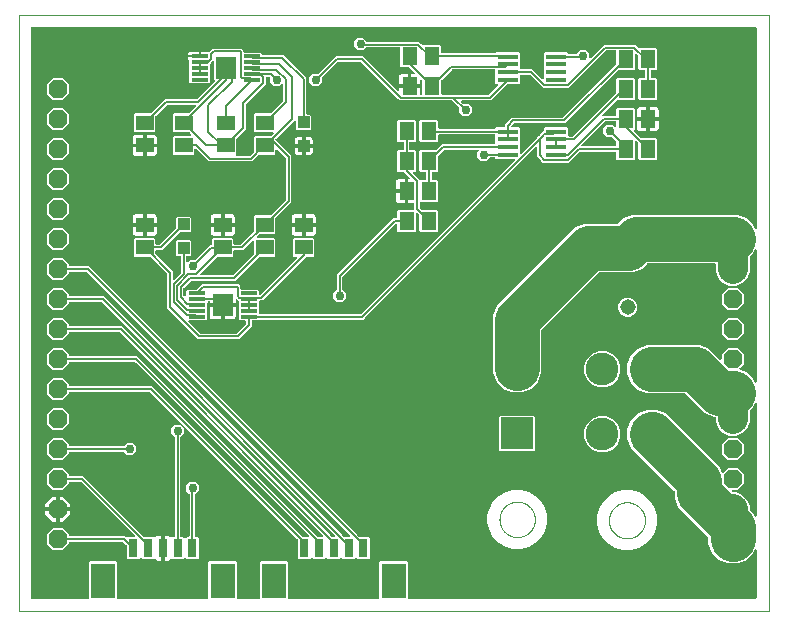
<source format=gbr>
G04 EAGLE Gerber RS-274X export*
G75*
%MOMM*%
%FSLAX34Y34*%
%LPD*%
%INTop Copper*%
%IPPOS*%
%AMOC8*
5,1,8,0,0,1.08239X$1,22.5*%
G01*
%ADD10C,0.000000*%
%ADD11P,1.732040X8X22.500000*%
%ADD12R,1.300000X1.500000*%
%ADD13R,1.778000X0.431800*%
%ADD14R,0.800000X1.600000*%
%ADD15R,2.100000X3.000000*%
%ADD16C,2.775000*%
%ADD17R,1.425000X0.300000*%
%ADD18R,1.680000X1.880000*%
%ADD19R,1.500000X1.300000*%
%ADD20R,1.000000X1.000000*%
%ADD21R,2.705100X2.705100*%
%ADD22R,1.308000X1.308000*%
%ADD23C,1.308000*%
%ADD24C,0.152400*%
%ADD25C,0.756400*%
%ADD26C,3.810000*%
%ADD27C,2.540000*%

G36*
X58554Y10164D02*
X58554Y10164D01*
X58573Y10162D01*
X58675Y10184D01*
X58777Y10200D01*
X58794Y10210D01*
X58814Y10214D01*
X58903Y10267D01*
X58994Y10316D01*
X59008Y10330D01*
X59025Y10340D01*
X59092Y10419D01*
X59164Y10494D01*
X59172Y10512D01*
X59185Y10527D01*
X59224Y10623D01*
X59267Y10717D01*
X59269Y10737D01*
X59277Y10755D01*
X59295Y10922D01*
X59295Y41472D01*
X60188Y42365D01*
X82452Y42365D01*
X83345Y41472D01*
X83345Y10922D01*
X83348Y10902D01*
X83346Y10883D01*
X83368Y10781D01*
X83384Y10679D01*
X83394Y10662D01*
X83398Y10642D01*
X83451Y10553D01*
X83500Y10462D01*
X83514Y10448D01*
X83524Y10431D01*
X83603Y10364D01*
X83678Y10292D01*
X83696Y10284D01*
X83711Y10271D01*
X83807Y10232D01*
X83901Y10189D01*
X83921Y10187D01*
X83939Y10179D01*
X84106Y10161D01*
X159734Y10161D01*
X159754Y10164D01*
X159773Y10162D01*
X159875Y10184D01*
X159977Y10200D01*
X159994Y10210D01*
X160014Y10214D01*
X160103Y10267D01*
X160194Y10316D01*
X160208Y10330D01*
X160225Y10340D01*
X160292Y10419D01*
X160364Y10494D01*
X160372Y10512D01*
X160385Y10527D01*
X160424Y10623D01*
X160467Y10717D01*
X160469Y10737D01*
X160477Y10755D01*
X160495Y10922D01*
X160495Y41472D01*
X161388Y42365D01*
X183652Y42365D01*
X184545Y41472D01*
X184545Y10922D01*
X184548Y10902D01*
X184546Y10883D01*
X184568Y10781D01*
X184584Y10679D01*
X184594Y10662D01*
X184598Y10642D01*
X184651Y10553D01*
X184700Y10462D01*
X184714Y10448D01*
X184724Y10431D01*
X184803Y10364D01*
X184878Y10292D01*
X184896Y10284D01*
X184911Y10271D01*
X185007Y10232D01*
X185101Y10189D01*
X185121Y10187D01*
X185139Y10179D01*
X185306Y10161D01*
X203314Y10161D01*
X203334Y10164D01*
X203353Y10162D01*
X203455Y10184D01*
X203557Y10200D01*
X203574Y10210D01*
X203594Y10214D01*
X203683Y10267D01*
X203774Y10316D01*
X203788Y10330D01*
X203805Y10340D01*
X203872Y10419D01*
X203944Y10494D01*
X203952Y10512D01*
X203965Y10527D01*
X204004Y10623D01*
X204047Y10717D01*
X204049Y10737D01*
X204057Y10755D01*
X204075Y10922D01*
X204075Y41472D01*
X204968Y42365D01*
X227232Y42365D01*
X228125Y41472D01*
X228125Y10922D01*
X228128Y10902D01*
X228126Y10883D01*
X228148Y10781D01*
X228164Y10679D01*
X228174Y10662D01*
X228178Y10642D01*
X228231Y10553D01*
X228280Y10462D01*
X228294Y10448D01*
X228304Y10431D01*
X228383Y10364D01*
X228458Y10292D01*
X228476Y10284D01*
X228491Y10271D01*
X228587Y10232D01*
X228681Y10189D01*
X228701Y10187D01*
X228719Y10179D01*
X228886Y10161D01*
X304514Y10161D01*
X304534Y10164D01*
X304553Y10162D01*
X304655Y10184D01*
X304757Y10200D01*
X304774Y10210D01*
X304794Y10214D01*
X304883Y10267D01*
X304974Y10316D01*
X304988Y10330D01*
X305005Y10340D01*
X305072Y10419D01*
X305144Y10494D01*
X305152Y10512D01*
X305165Y10527D01*
X305204Y10623D01*
X305247Y10717D01*
X305249Y10737D01*
X305257Y10755D01*
X305275Y10922D01*
X305275Y41472D01*
X306168Y42365D01*
X328432Y42365D01*
X329325Y41472D01*
X329325Y10922D01*
X329328Y10902D01*
X329326Y10883D01*
X329348Y10781D01*
X329364Y10679D01*
X329374Y10662D01*
X329378Y10642D01*
X329431Y10553D01*
X329480Y10462D01*
X329494Y10448D01*
X329504Y10431D01*
X329583Y10364D01*
X329658Y10292D01*
X329676Y10284D01*
X329691Y10271D01*
X329787Y10232D01*
X329881Y10189D01*
X329901Y10187D01*
X329919Y10179D01*
X330086Y10161D01*
X623878Y10161D01*
X623898Y10164D01*
X623917Y10162D01*
X624019Y10184D01*
X624121Y10200D01*
X624138Y10210D01*
X624158Y10214D01*
X624247Y10267D01*
X624338Y10316D01*
X624352Y10330D01*
X624369Y10340D01*
X624436Y10419D01*
X624508Y10494D01*
X624516Y10512D01*
X624529Y10527D01*
X624568Y10623D01*
X624611Y10717D01*
X624613Y10737D01*
X624621Y10755D01*
X624639Y10922D01*
X624639Y51941D01*
X624624Y52037D01*
X624614Y52134D01*
X624604Y52158D01*
X624600Y52184D01*
X624554Y52270D01*
X624514Y52359D01*
X624497Y52378D01*
X624484Y52401D01*
X624414Y52468D01*
X624348Y52540D01*
X624325Y52552D01*
X624306Y52570D01*
X624218Y52611D01*
X624132Y52658D01*
X624107Y52663D01*
X624083Y52674D01*
X623986Y52685D01*
X623890Y52702D01*
X623864Y52698D01*
X623839Y52701D01*
X623743Y52680D01*
X623647Y52666D01*
X623624Y52654D01*
X623598Y52649D01*
X623515Y52599D01*
X623428Y52555D01*
X623409Y52536D01*
X623387Y52523D01*
X623324Y52449D01*
X623256Y52379D01*
X623240Y52351D01*
X623227Y52336D01*
X623215Y52305D01*
X623175Y52232D01*
X621962Y49305D01*
X616175Y43518D01*
X608613Y40385D01*
X600427Y40385D01*
X592865Y43518D01*
X587078Y49305D01*
X583945Y56867D01*
X583945Y62511D01*
X583931Y62601D01*
X583923Y62692D01*
X583911Y62722D01*
X583906Y62754D01*
X583863Y62835D01*
X583827Y62918D01*
X583801Y62951D01*
X583790Y62971D01*
X583767Y62993D01*
X583722Y63049D01*
X558503Y88269D01*
X555370Y95831D01*
X555370Y101017D01*
X555356Y101107D01*
X555348Y101198D01*
X555336Y101228D01*
X555331Y101260D01*
X555288Y101341D01*
X555252Y101425D01*
X555226Y101457D01*
X555215Y101477D01*
X555192Y101500D01*
X555147Y101556D01*
X518498Y138205D01*
X515365Y145767D01*
X515365Y153953D01*
X518498Y161515D01*
X524285Y167302D01*
X531847Y170435D01*
X540033Y170435D01*
X547595Y167302D01*
X593387Y121510D01*
X595122Y117322D01*
X595146Y117283D01*
X595162Y117240D01*
X595211Y117179D01*
X595252Y117113D01*
X595287Y117084D01*
X595316Y117048D01*
X595381Y117006D01*
X595441Y116956D01*
X595484Y116940D01*
X595523Y116915D01*
X595598Y116896D01*
X595671Y116868D01*
X595717Y116866D01*
X595761Y116855D01*
X595839Y116861D01*
X595916Y116858D01*
X595961Y116870D01*
X596006Y116874D01*
X596078Y116904D01*
X596153Y116926D01*
X596190Y116952D01*
X596233Y116970D01*
X596339Y117056D01*
X596355Y117066D01*
X596358Y117070D01*
X596364Y117075D01*
X600574Y121286D01*
X608466Y121286D01*
X614046Y115706D01*
X614046Y107814D01*
X608466Y102234D01*
X604569Y102234D01*
X604499Y102223D01*
X604427Y102221D01*
X604378Y102203D01*
X604327Y102195D01*
X604263Y102161D01*
X604196Y102136D01*
X604155Y102104D01*
X604109Y102079D01*
X604060Y102028D01*
X604004Y101983D01*
X603976Y101939D01*
X603940Y101901D01*
X603910Y101836D01*
X603871Y101776D01*
X603858Y101725D01*
X603836Y101678D01*
X603828Y101607D01*
X603811Y101537D01*
X603815Y101485D01*
X603809Y101434D01*
X603824Y101363D01*
X603830Y101292D01*
X603850Y101244D01*
X603861Y101193D01*
X603898Y101132D01*
X603926Y101066D01*
X603971Y101010D01*
X603988Y100982D01*
X604005Y100967D01*
X604031Y100935D01*
X604158Y100808D01*
X604232Y100754D01*
X604302Y100695D01*
X604332Y100683D01*
X604358Y100664D01*
X604445Y100637D01*
X604530Y100603D01*
X604571Y100599D01*
X604593Y100592D01*
X604625Y100593D01*
X604696Y100585D01*
X607349Y100585D01*
X612578Y98419D01*
X616579Y94418D01*
X618745Y89189D01*
X618745Y86536D01*
X618759Y86446D01*
X618767Y86355D01*
X618779Y86326D01*
X618784Y86294D01*
X618827Y86213D01*
X618863Y86129D01*
X618889Y86097D01*
X618900Y86076D01*
X618923Y86054D01*
X618968Y85998D01*
X621962Y83003D01*
X623175Y80077D01*
X623226Y79994D01*
X623272Y79908D01*
X623290Y79890D01*
X623304Y79868D01*
X623380Y79805D01*
X623450Y79738D01*
X623474Y79727D01*
X623494Y79711D01*
X623585Y79676D01*
X623673Y79635D01*
X623699Y79632D01*
X623723Y79623D01*
X623821Y79618D01*
X623917Y79608D01*
X623943Y79613D01*
X623969Y79612D01*
X624063Y79639D01*
X624158Y79660D01*
X624180Y79673D01*
X624205Y79681D01*
X624285Y79736D01*
X624369Y79786D01*
X624386Y79806D01*
X624407Y79821D01*
X624466Y79899D01*
X624529Y79973D01*
X624539Y79997D01*
X624554Y80018D01*
X624584Y80111D01*
X624621Y80201D01*
X624624Y80234D01*
X624630Y80252D01*
X624630Y80285D01*
X624639Y80368D01*
X624639Y175766D01*
X624624Y175862D01*
X624614Y175959D01*
X624604Y175983D01*
X624600Y176009D01*
X624554Y176095D01*
X624514Y176184D01*
X624497Y176203D01*
X624484Y176226D01*
X624414Y176293D01*
X624348Y176365D01*
X624325Y176377D01*
X624306Y176395D01*
X624218Y176436D01*
X624132Y176483D01*
X624107Y176488D01*
X624083Y176499D01*
X623986Y176510D01*
X623890Y176527D01*
X623864Y176523D01*
X623839Y176526D01*
X623743Y176505D01*
X623647Y176491D01*
X623624Y176479D01*
X623598Y176474D01*
X623515Y176424D01*
X623428Y176380D01*
X623409Y176361D01*
X623387Y176348D01*
X623324Y176274D01*
X623256Y176204D01*
X623240Y176176D01*
X623227Y176161D01*
X623215Y176130D01*
X623175Y176057D01*
X621962Y173130D01*
X618968Y170136D01*
X618915Y170062D01*
X618855Y169992D01*
X618843Y169962D01*
X618824Y169936D01*
X618797Y169849D01*
X618763Y169764D01*
X618759Y169723D01*
X618752Y169701D01*
X618753Y169669D01*
X618745Y169597D01*
X618745Y159731D01*
X616579Y154502D01*
X612578Y150501D01*
X607349Y148335D01*
X601691Y148335D01*
X596462Y150501D01*
X592461Y154502D01*
X590295Y159731D01*
X590295Y163449D01*
X590292Y163469D01*
X590294Y163488D01*
X590272Y163590D01*
X590256Y163692D01*
X590246Y163709D01*
X590242Y163729D01*
X590189Y163818D01*
X590140Y163909D01*
X590126Y163923D01*
X590116Y163940D01*
X590037Y164007D01*
X589962Y164079D01*
X589944Y164087D01*
X589929Y164100D01*
X589833Y164139D01*
X589739Y164182D01*
X589719Y164184D01*
X589701Y164192D01*
X589534Y164210D01*
X588591Y164210D01*
X581029Y167343D01*
X564309Y184062D01*
X564236Y184115D01*
X564166Y184175D01*
X564136Y184187D01*
X564110Y184206D01*
X564023Y184233D01*
X563938Y184267D01*
X563897Y184271D01*
X563875Y184278D01*
X563842Y184277D01*
X563771Y184285D01*
X531847Y184285D01*
X524285Y187418D01*
X518498Y193205D01*
X515365Y200767D01*
X515365Y208953D01*
X518498Y216515D01*
X524285Y222302D01*
X531847Y225435D01*
X576701Y225435D01*
X584263Y222302D01*
X593695Y212871D01*
X593753Y212829D01*
X593805Y212780D01*
X593825Y212771D01*
X593833Y212764D01*
X593859Y212753D01*
X593894Y212728D01*
X593963Y212706D01*
X594028Y212676D01*
X594058Y212673D01*
X594061Y212672D01*
X594084Y212669D01*
X594130Y212655D01*
X594195Y212657D01*
X594228Y212653D01*
X594233Y212653D01*
X594234Y212653D01*
X594272Y212649D01*
X594323Y212660D01*
X594375Y212662D01*
X594443Y212686D01*
X594469Y212692D01*
X594476Y212693D01*
X594477Y212694D01*
X594513Y212701D01*
X594558Y212728D01*
X594606Y212746D01*
X594662Y212791D01*
X594676Y212799D01*
X594693Y212808D01*
X594696Y212811D01*
X594724Y212828D01*
X594758Y212867D01*
X594798Y212900D01*
X594837Y212959D01*
X594863Y212986D01*
X594866Y212993D01*
X594884Y213015D01*
X594903Y213063D01*
X594931Y213107D01*
X594947Y213168D01*
X594966Y213209D01*
X594968Y213222D01*
X594976Y213243D01*
X594984Y213314D01*
X594992Y213345D01*
X594990Y213368D01*
X594994Y213409D01*
X594994Y217306D01*
X600574Y222886D01*
X608466Y222886D01*
X614046Y217306D01*
X614046Y209414D01*
X610393Y205762D01*
X610366Y205724D01*
X610332Y205693D01*
X610295Y205625D01*
X610249Y205562D01*
X610236Y205518D01*
X610214Y205478D01*
X610200Y205401D01*
X610177Y205327D01*
X610178Y205281D01*
X610170Y205236D01*
X610181Y205159D01*
X610183Y205081D01*
X610199Y205038D01*
X610206Y204992D01*
X610241Y204923D01*
X610268Y204850D01*
X610297Y204814D01*
X610317Y204773D01*
X610373Y204719D01*
X610422Y204658D01*
X610460Y204633D01*
X610493Y204601D01*
X610613Y204535D01*
X610629Y204525D01*
X610633Y204524D01*
X610640Y204520D01*
X616175Y202227D01*
X621962Y196440D01*
X623175Y193513D01*
X623226Y193430D01*
X623272Y193344D01*
X623290Y193326D01*
X623304Y193304D01*
X623380Y193242D01*
X623450Y193175D01*
X623474Y193164D01*
X623494Y193147D01*
X623585Y193112D01*
X623673Y193071D01*
X623699Y193068D01*
X623723Y193059D01*
X623821Y193055D01*
X623917Y193044D01*
X623943Y193049D01*
X623969Y193048D01*
X624063Y193075D01*
X624158Y193096D01*
X624180Y193110D01*
X624205Y193117D01*
X624285Y193172D01*
X624369Y193222D01*
X624386Y193242D01*
X624407Y193257D01*
X624466Y193335D01*
X624529Y193409D01*
X624539Y193434D01*
X624554Y193455D01*
X624584Y193547D01*
X624621Y193637D01*
X624624Y193670D01*
X624630Y193688D01*
X624630Y193721D01*
X624639Y193804D01*
X624639Y305941D01*
X624624Y306037D01*
X624614Y306134D01*
X624604Y306158D01*
X624600Y306184D01*
X624554Y306270D01*
X624514Y306359D01*
X624497Y306378D01*
X624484Y306401D01*
X624414Y306468D01*
X624348Y306540D01*
X624325Y306552D01*
X624306Y306570D01*
X624218Y306611D01*
X624132Y306658D01*
X624107Y306663D01*
X624083Y306674D01*
X623986Y306685D01*
X623890Y306702D01*
X623864Y306698D01*
X623839Y306701D01*
X623743Y306680D01*
X623647Y306666D01*
X623624Y306654D01*
X623598Y306649D01*
X623515Y306599D01*
X623428Y306555D01*
X623409Y306536D01*
X623387Y306523D01*
X623324Y306449D01*
X623256Y306379D01*
X623240Y306351D01*
X623227Y306336D01*
X623215Y306305D01*
X623175Y306232D01*
X621962Y303305D01*
X618968Y300311D01*
X618915Y300237D01*
X618855Y300167D01*
X618843Y300137D01*
X618824Y300111D01*
X618797Y300024D01*
X618763Y299939D01*
X618759Y299898D01*
X618752Y299876D01*
X618753Y299844D01*
X618745Y299772D01*
X618745Y286731D01*
X616579Y281502D01*
X612578Y277501D01*
X607349Y275335D01*
X601691Y275335D01*
X596462Y277501D01*
X592461Y281502D01*
X590295Y286731D01*
X590295Y293624D01*
X590292Y293644D01*
X590294Y293663D01*
X590272Y293765D01*
X590256Y293867D01*
X590246Y293884D01*
X590242Y293904D01*
X590189Y293993D01*
X590140Y294084D01*
X590126Y294098D01*
X590116Y294115D01*
X590037Y294182D01*
X589962Y294254D01*
X589944Y294262D01*
X589929Y294275D01*
X589833Y294314D01*
X589739Y294357D01*
X589719Y294359D01*
X589701Y294367D01*
X589534Y294385D01*
X532078Y294385D01*
X531988Y294371D01*
X531897Y294363D01*
X531867Y294351D01*
X531835Y294346D01*
X531754Y294303D01*
X531670Y294267D01*
X531638Y294241D01*
X531618Y294230D01*
X531595Y294207D01*
X531539Y294162D01*
X527275Y289898D01*
X519713Y286765D01*
X491438Y286765D01*
X491348Y286751D01*
X491257Y286743D01*
X491227Y286731D01*
X491195Y286726D01*
X491114Y286683D01*
X491030Y286647D01*
X490998Y286621D01*
X490978Y286610D01*
X490955Y286587D01*
X490899Y286542D01*
X442806Y238449D01*
X442753Y238375D01*
X442693Y238306D01*
X442681Y238275D01*
X442662Y238249D01*
X442636Y238162D01*
X442602Y238077D01*
X442597Y238036D01*
X442590Y238014D01*
X442591Y237982D01*
X442583Y237911D01*
X442583Y201571D01*
X439451Y194009D01*
X437282Y191840D01*
X437234Y191774D01*
X437227Y191766D01*
X437225Y191762D01*
X437169Y191697D01*
X437157Y191666D01*
X437138Y191640D01*
X437114Y191562D01*
X436123Y190571D01*
X436047Y190531D01*
X435963Y190495D01*
X435931Y190470D01*
X435910Y190459D01*
X435888Y190435D01*
X435832Y190391D01*
X433663Y188221D01*
X426101Y185089D01*
X417916Y185089D01*
X410354Y188221D01*
X408184Y190391D01*
X408111Y190444D01*
X408041Y190503D01*
X408011Y190515D01*
X407985Y190534D01*
X407907Y190558D01*
X406916Y191549D01*
X406876Y191625D01*
X406840Y191709D01*
X406814Y191741D01*
X406803Y191762D01*
X406780Y191784D01*
X406735Y191840D01*
X404566Y194009D01*
X401434Y201571D01*
X401434Y250841D01*
X404566Y258403D01*
X470945Y324782D01*
X478507Y327915D01*
X506782Y327915D01*
X506872Y327929D01*
X506963Y327937D01*
X506993Y327949D01*
X507025Y327954D01*
X507106Y327997D01*
X507190Y328033D01*
X507222Y328059D01*
X507242Y328070D01*
X507265Y328093D01*
X507321Y328138D01*
X511585Y332402D01*
X519147Y335535D01*
X608613Y335535D01*
X616175Y332402D01*
X621962Y326615D01*
X623175Y323688D01*
X623226Y323605D01*
X623272Y323519D01*
X623291Y323501D01*
X623304Y323479D01*
X623379Y323417D01*
X623450Y323350D01*
X623474Y323339D01*
X623494Y323322D01*
X623585Y323287D01*
X623673Y323246D01*
X623699Y323243D01*
X623723Y323234D01*
X623821Y323230D01*
X623917Y323219D01*
X623943Y323224D01*
X623969Y323223D01*
X624063Y323251D01*
X624158Y323271D01*
X624180Y323285D01*
X624205Y323292D01*
X624285Y323347D01*
X624369Y323397D01*
X624386Y323417D01*
X624407Y323432D01*
X624466Y323510D01*
X624529Y323584D01*
X624539Y323609D01*
X624554Y323630D01*
X624584Y323722D01*
X624621Y323812D01*
X624624Y323845D01*
X624630Y323863D01*
X624630Y323896D01*
X624639Y323979D01*
X624639Y493778D01*
X624636Y493798D01*
X624638Y493817D01*
X624616Y493919D01*
X624600Y494021D01*
X624590Y494038D01*
X624586Y494058D01*
X624533Y494147D01*
X624484Y494238D01*
X624470Y494252D01*
X624460Y494269D01*
X624381Y494336D01*
X624306Y494408D01*
X624288Y494416D01*
X624273Y494429D01*
X624177Y494468D01*
X624083Y494511D01*
X624063Y494513D01*
X624045Y494521D01*
X623878Y494539D01*
X10922Y494539D01*
X10902Y494536D01*
X10883Y494538D01*
X10781Y494516D01*
X10679Y494500D01*
X10662Y494490D01*
X10642Y494486D01*
X10553Y494433D01*
X10462Y494384D01*
X10448Y494370D01*
X10431Y494360D01*
X10364Y494281D01*
X10292Y494206D01*
X10284Y494188D01*
X10271Y494173D01*
X10232Y494077D01*
X10189Y493983D01*
X10187Y493963D01*
X10179Y493945D01*
X10161Y493778D01*
X10161Y10922D01*
X10164Y10902D01*
X10162Y10883D01*
X10184Y10781D01*
X10200Y10679D01*
X10210Y10662D01*
X10214Y10642D01*
X10267Y10553D01*
X10316Y10462D01*
X10330Y10448D01*
X10340Y10431D01*
X10419Y10364D01*
X10494Y10292D01*
X10512Y10284D01*
X10527Y10271D01*
X10623Y10232D01*
X10717Y10189D01*
X10737Y10187D01*
X10755Y10179D01*
X10922Y10161D01*
X58534Y10161D01*
X58554Y10164D01*
G37*
%LPC*%
G36*
X151643Y230405D02*
X151643Y230405D01*
X150080Y231968D01*
X127292Y254756D01*
X127292Y254757D01*
X125729Y256319D01*
X125729Y285401D01*
X125715Y285492D01*
X125707Y285582D01*
X125695Y285612D01*
X125690Y285644D01*
X125647Y285725D01*
X125611Y285809D01*
X125585Y285841D01*
X125574Y285862D01*
X125551Y285884D01*
X125506Y285940D01*
X111694Y299752D01*
X111620Y299805D01*
X111550Y299865D01*
X111520Y299877D01*
X111494Y299896D01*
X111407Y299923D01*
X111322Y299957D01*
X111281Y299961D01*
X111259Y299968D01*
X111227Y299967D01*
X111155Y299975D01*
X98548Y299975D01*
X97655Y300868D01*
X97655Y315132D01*
X98548Y316025D01*
X114812Y316025D01*
X115705Y315132D01*
X115705Y311048D01*
X115708Y311028D01*
X115706Y311009D01*
X115728Y310907D01*
X115744Y310805D01*
X115754Y310788D01*
X115758Y310768D01*
X115811Y310679D01*
X115860Y310588D01*
X115874Y310574D01*
X115884Y310557D01*
X115963Y310490D01*
X116038Y310418D01*
X116056Y310410D01*
X116071Y310397D01*
X116167Y310358D01*
X116261Y310315D01*
X116281Y310313D01*
X116299Y310305D01*
X116466Y310287D01*
X118937Y310287D01*
X119028Y310301D01*
X119118Y310309D01*
X119148Y310321D01*
X119180Y310326D01*
X119261Y310369D01*
X119345Y310405D01*
X119377Y310431D01*
X119398Y310442D01*
X119420Y310465D01*
X119476Y310510D01*
X132952Y323986D01*
X133005Y324060D01*
X133065Y324130D01*
X133077Y324160D01*
X133096Y324186D01*
X133123Y324273D01*
X133157Y324358D01*
X133161Y324399D01*
X133168Y324421D01*
X133167Y324453D01*
X133175Y324525D01*
X133175Y333132D01*
X134068Y334025D01*
X145332Y334025D01*
X146225Y333132D01*
X146225Y321868D01*
X145332Y320975D01*
X136725Y320975D01*
X136634Y320961D01*
X136544Y320953D01*
X136514Y320941D01*
X136482Y320936D01*
X136401Y320893D01*
X136317Y320857D01*
X136285Y320831D01*
X136264Y320820D01*
X136242Y320797D01*
X136186Y320752D01*
X121147Y305713D01*
X116466Y305713D01*
X116446Y305710D01*
X116427Y305712D01*
X116325Y305690D01*
X116223Y305674D01*
X116206Y305664D01*
X116186Y305660D01*
X116097Y305607D01*
X116006Y305558D01*
X115992Y305544D01*
X115975Y305534D01*
X115908Y305455D01*
X115836Y305380D01*
X115828Y305362D01*
X115815Y305347D01*
X115776Y305251D01*
X115733Y305157D01*
X115731Y305137D01*
X115723Y305119D01*
X115705Y304952D01*
X115705Y302525D01*
X115719Y302434D01*
X115727Y302344D01*
X115739Y302314D01*
X115744Y302282D01*
X115787Y302201D01*
X115823Y302117D01*
X115849Y302085D01*
X115860Y302064D01*
X115883Y302042D01*
X115928Y301986D01*
X130303Y287611D01*
X130303Y281156D01*
X130305Y281140D01*
X130304Y281126D01*
X130315Y281077D01*
X130316Y281013D01*
X130334Y280964D01*
X130342Y280913D01*
X130356Y280888D01*
X130356Y280886D01*
X130362Y280876D01*
X130376Y280849D01*
X130401Y280782D01*
X130433Y280741D01*
X130458Y280695D01*
X130510Y280646D01*
X130554Y280590D01*
X130598Y280562D01*
X130636Y280526D01*
X130701Y280496D01*
X130761Y280457D01*
X130812Y280444D01*
X130859Y280422D01*
X130930Y280415D01*
X131000Y280397D01*
X131052Y280401D01*
X131103Y280395D01*
X131174Y280411D01*
X131245Y280416D01*
X131293Y280437D01*
X131344Y280448D01*
X131405Y280484D01*
X131471Y280512D01*
X131521Y280552D01*
X131534Y280559D01*
X131539Y280564D01*
X131555Y280574D01*
X131570Y280592D01*
X131602Y280617D01*
X137190Y286205D01*
X137243Y286279D01*
X137303Y286349D01*
X137315Y286379D01*
X137334Y286405D01*
X137361Y286492D01*
X137395Y286577D01*
X137399Y286618D01*
X137406Y286640D01*
X137405Y286672D01*
X137413Y286744D01*
X137413Y300214D01*
X137411Y300227D01*
X137412Y300236D01*
X137411Y300242D01*
X137412Y300253D01*
X137390Y300355D01*
X137374Y300457D01*
X137364Y300474D01*
X137360Y300494D01*
X137307Y300583D01*
X137258Y300674D01*
X137244Y300688D01*
X137234Y300705D01*
X137155Y300772D01*
X137080Y300844D01*
X137062Y300852D01*
X137047Y300865D01*
X136951Y300904D01*
X136857Y300947D01*
X136837Y300949D01*
X136819Y300957D01*
X136652Y300975D01*
X134068Y300975D01*
X133175Y301868D01*
X133175Y313132D01*
X134068Y314025D01*
X145332Y314025D01*
X146225Y313132D01*
X146225Y301868D01*
X145332Y300975D01*
X142748Y300975D01*
X142728Y300972D01*
X142709Y300974D01*
X142607Y300952D01*
X142505Y300936D01*
X142488Y300926D01*
X142468Y300922D01*
X142379Y300869D01*
X142288Y300820D01*
X142274Y300806D01*
X142257Y300796D01*
X142190Y300717D01*
X142118Y300642D01*
X142110Y300624D01*
X142097Y300609D01*
X142058Y300513D01*
X142015Y300419D01*
X142013Y300399D01*
X142005Y300381D01*
X141987Y300214D01*
X141987Y296109D01*
X141998Y296039D01*
X142000Y295967D01*
X142018Y295918D01*
X142026Y295867D01*
X142060Y295803D01*
X142085Y295736D01*
X142117Y295695D01*
X142142Y295649D01*
X142194Y295600D01*
X142238Y295544D01*
X142282Y295516D01*
X142320Y295480D01*
X142385Y295450D01*
X142445Y295411D01*
X142496Y295398D01*
X142543Y295376D01*
X142614Y295368D01*
X142684Y295351D01*
X142736Y295355D01*
X142787Y295349D01*
X142858Y295364D01*
X142929Y295370D01*
X142977Y295390D01*
X143028Y295401D01*
X143089Y295438D01*
X143155Y295466D01*
X143211Y295511D01*
X143239Y295528D01*
X143254Y295545D01*
X143286Y295571D01*
X145122Y297407D01*
X149078Y297407D01*
X149168Y297421D01*
X149259Y297429D01*
X149288Y297441D01*
X149320Y297446D01*
X149401Y297489D01*
X149485Y297525D01*
X149517Y297551D01*
X149538Y297562D01*
X149560Y297585D01*
X149616Y297630D01*
X161613Y309627D01*
X162934Y309627D01*
X162954Y309630D01*
X162973Y309628D01*
X163075Y309650D01*
X163177Y309666D01*
X163194Y309676D01*
X163214Y309680D01*
X163303Y309733D01*
X163394Y309782D01*
X163408Y309796D01*
X163425Y309806D01*
X163492Y309885D01*
X163564Y309960D01*
X163572Y309978D01*
X163585Y309993D01*
X163624Y310089D01*
X163667Y310183D01*
X163669Y310203D01*
X163677Y310221D01*
X163695Y310388D01*
X163695Y315132D01*
X164588Y316025D01*
X180852Y316025D01*
X181745Y315132D01*
X181745Y311048D01*
X181748Y311028D01*
X181746Y311009D01*
X181768Y310907D01*
X181784Y310805D01*
X181794Y310788D01*
X181798Y310768D01*
X181851Y310679D01*
X181900Y310588D01*
X181914Y310574D01*
X181924Y310557D01*
X182003Y310490D01*
X182078Y310418D01*
X182096Y310410D01*
X182111Y310397D01*
X182207Y310358D01*
X182301Y310315D01*
X182321Y310313D01*
X182339Y310305D01*
X182506Y310287D01*
X188017Y310287D01*
X188108Y310301D01*
X188198Y310309D01*
X188228Y310321D01*
X188260Y310326D01*
X188341Y310369D01*
X188425Y310405D01*
X188457Y310431D01*
X188478Y310442D01*
X188500Y310465D01*
X188556Y310510D01*
X199032Y320986D01*
X199076Y321047D01*
X199111Y321084D01*
X199117Y321097D01*
X199145Y321130D01*
X199157Y321160D01*
X199176Y321186D01*
X199203Y321273D01*
X199237Y321358D01*
X199241Y321399D01*
X199248Y321421D01*
X199247Y321453D01*
X199255Y321524D01*
X199255Y334132D01*
X200148Y335025D01*
X212755Y335025D01*
X212846Y335039D01*
X212936Y335047D01*
X212966Y335059D01*
X212998Y335064D01*
X213079Y335107D01*
X213163Y335143D01*
X213195Y335169D01*
X213216Y335180D01*
X213238Y335203D01*
X213294Y335248D01*
X226090Y348044D01*
X226143Y348118D01*
X226203Y348188D01*
X226215Y348218D01*
X226234Y348244D01*
X226261Y348331D01*
X226295Y348416D01*
X226299Y348457D01*
X226306Y348479D01*
X226305Y348511D01*
X226313Y348583D01*
X226313Y382937D01*
X226299Y383028D01*
X226291Y383118D01*
X226279Y383148D01*
X226274Y383180D01*
X226231Y383261D01*
X226195Y383345D01*
X226169Y383377D01*
X226158Y383398D01*
X226135Y383420D01*
X226090Y383476D01*
X218604Y390962D01*
X218546Y391004D01*
X218494Y391053D01*
X218447Y391075D01*
X218405Y391105D01*
X218336Y391126D01*
X218271Y391157D01*
X218219Y391162D01*
X218169Y391178D01*
X218098Y391176D01*
X218027Y391184D01*
X217976Y391173D01*
X217924Y391171D01*
X217856Y391147D01*
X217786Y391132D01*
X217741Y391105D01*
X217693Y391087D01*
X217637Y391042D01*
X217575Y391005D01*
X217541Y390966D01*
X217501Y390933D01*
X217462Y390873D01*
X217415Y390818D01*
X217396Y390770D01*
X217368Y390726D01*
X217350Y390657D01*
X217323Y390590D01*
X217315Y390519D01*
X217307Y390488D01*
X217309Y390464D01*
X217305Y390424D01*
X217305Y387228D01*
X216412Y386335D01*
X203257Y386335D01*
X203167Y386321D01*
X203076Y386313D01*
X203047Y386301D01*
X203015Y386296D01*
X202934Y386253D01*
X202850Y386217D01*
X202818Y386191D01*
X202797Y386180D01*
X202775Y386157D01*
X202719Y386112D01*
X197354Y380747D01*
X160786Y380747D01*
X150024Y391509D01*
X149966Y391551D01*
X149914Y391600D01*
X149867Y391622D01*
X149825Y391652D01*
X149756Y391674D01*
X149691Y391704D01*
X149639Y391710D01*
X149589Y391725D01*
X149518Y391723D01*
X149447Y391731D01*
X149396Y391720D01*
X149344Y391718D01*
X149276Y391694D01*
X149206Y391679D01*
X149161Y391652D01*
X149113Y391634D01*
X149057Y391589D01*
X148995Y391552D01*
X148961Y391513D01*
X148921Y391480D01*
X148882Y391420D01*
X148835Y391366D01*
X148816Y391317D01*
X148788Y391273D01*
X148770Y391204D01*
X148743Y391137D01*
X148735Y391066D01*
X148727Y391035D01*
X148729Y391012D01*
X148725Y390971D01*
X148725Y387228D01*
X147832Y386335D01*
X131568Y386335D01*
X130675Y387228D01*
X130675Y401492D01*
X131568Y402385D01*
X145604Y402385D01*
X145674Y402396D01*
X145746Y402398D01*
X145795Y402416D01*
X145846Y402424D01*
X145910Y402458D01*
X145977Y402483D01*
X146018Y402515D01*
X146064Y402540D01*
X146113Y402592D01*
X146169Y402636D01*
X146197Y402680D01*
X146233Y402718D01*
X146263Y402783D01*
X146302Y402843D01*
X146315Y402894D01*
X146337Y402941D01*
X146345Y403012D01*
X146362Y403082D01*
X146358Y403134D01*
X146364Y403185D01*
X146349Y403256D01*
X146343Y403327D01*
X146323Y403375D01*
X146312Y403426D01*
X146275Y403487D01*
X146247Y403553D01*
X146202Y403609D01*
X146185Y403637D01*
X146168Y403652D01*
X146142Y403684D01*
X144714Y405112D01*
X144640Y405165D01*
X144570Y405225D01*
X144540Y405237D01*
X144514Y405256D01*
X144427Y405283D01*
X144342Y405317D01*
X144301Y405321D01*
X144279Y405328D01*
X144247Y405327D01*
X144175Y405335D01*
X131568Y405335D01*
X130675Y406228D01*
X130675Y420492D01*
X131568Y421385D01*
X143515Y421385D01*
X143606Y421399D01*
X143696Y421407D01*
X143726Y421419D01*
X143758Y421424D01*
X143839Y421467D01*
X143923Y421503D01*
X143955Y421529D01*
X143976Y421540D01*
X143998Y421563D01*
X144054Y421608D01*
X150000Y427554D01*
X150042Y427612D01*
X150091Y427664D01*
X150113Y427711D01*
X150143Y427753D01*
X150164Y427822D01*
X150195Y427887D01*
X150200Y427939D01*
X150216Y427989D01*
X150214Y428060D01*
X150222Y428131D01*
X150211Y428182D01*
X150209Y428234D01*
X150185Y428302D01*
X150170Y428372D01*
X150143Y428417D01*
X150125Y428465D01*
X150080Y428521D01*
X150043Y428583D01*
X150004Y428617D01*
X149971Y428657D01*
X149911Y428696D01*
X149856Y428743D01*
X149808Y428762D01*
X149764Y428790D01*
X149695Y428808D01*
X149628Y428835D01*
X149557Y428843D01*
X149526Y428851D01*
X149502Y428849D01*
X149462Y428853D01*
X125723Y428853D01*
X125632Y428839D01*
X125542Y428831D01*
X125512Y428819D01*
X125480Y428814D01*
X125399Y428771D01*
X125315Y428735D01*
X125283Y428709D01*
X125262Y428698D01*
X125258Y428694D01*
X125257Y428693D01*
X125239Y428674D01*
X125184Y428630D01*
X115928Y419374D01*
X115875Y419300D01*
X115815Y419230D01*
X115803Y419200D01*
X115784Y419174D01*
X115757Y419087D01*
X115723Y419002D01*
X115719Y418961D01*
X115712Y418939D01*
X115713Y418907D01*
X115705Y418835D01*
X115705Y406228D01*
X114812Y405335D01*
X98548Y405335D01*
X97655Y406228D01*
X97655Y420492D01*
X98548Y421385D01*
X111155Y421385D01*
X111246Y421399D01*
X111336Y421407D01*
X111366Y421419D01*
X111398Y421424D01*
X111479Y421467D01*
X111563Y421503D01*
X111595Y421529D01*
X111616Y421540D01*
X111638Y421563D01*
X111694Y421608D01*
X123513Y433427D01*
X150477Y433427D01*
X150568Y433441D01*
X150658Y433449D01*
X150688Y433461D01*
X150720Y433466D01*
X150801Y433509D01*
X150885Y433545D01*
X150917Y433571D01*
X150938Y433582D01*
X150960Y433605D01*
X151016Y433650D01*
X165667Y448301D01*
X165678Y448317D01*
X165694Y448329D01*
X165750Y448417D01*
X165810Y448500D01*
X165816Y448519D01*
X165827Y448536D01*
X165852Y448637D01*
X165883Y448735D01*
X165882Y448755D01*
X165887Y448775D01*
X165879Y448878D01*
X165876Y448981D01*
X165869Y449000D01*
X165868Y449020D01*
X165827Y449115D01*
X165792Y449212D01*
X165779Y449228D01*
X165771Y449246D01*
X165667Y449377D01*
X165335Y449708D01*
X165335Y465006D01*
X165324Y465076D01*
X165322Y465148D01*
X165304Y465197D01*
X165296Y465248D01*
X165262Y465312D01*
X165237Y465379D01*
X165205Y465420D01*
X165180Y465466D01*
X165128Y465515D01*
X165084Y465571D01*
X165040Y465599D01*
X165002Y465635D01*
X164937Y465665D01*
X164877Y465704D01*
X164826Y465717D01*
X164779Y465739D01*
X164708Y465747D01*
X164638Y465764D01*
X164586Y465760D01*
X164535Y465766D01*
X164464Y465751D01*
X164393Y465745D01*
X164345Y465725D01*
X164294Y465714D01*
X164233Y465677D01*
X164167Y465649D01*
X164111Y465604D01*
X164083Y465587D01*
X164068Y465570D01*
X164036Y465544D01*
X162508Y464016D01*
X162013Y463521D01*
X161959Y463447D01*
X161900Y463378D01*
X161888Y463347D01*
X161869Y463321D01*
X161842Y463234D01*
X161808Y463149D01*
X161804Y463108D01*
X161797Y463086D01*
X161798Y463054D01*
X161790Y462983D01*
X161790Y462504D01*
X161774Y462442D01*
X161744Y462344D01*
X161744Y462324D01*
X161739Y462304D01*
X161747Y462201D01*
X161750Y462098D01*
X161757Y462079D01*
X161758Y462059D01*
X161790Y461986D01*
X161790Y457504D01*
X161774Y457442D01*
X161744Y457344D01*
X161744Y457324D01*
X161739Y457304D01*
X161747Y457201D01*
X161750Y457098D01*
X161757Y457079D01*
X161758Y457059D01*
X161790Y456986D01*
X161790Y452504D01*
X161774Y452442D01*
X161744Y452344D01*
X161744Y452324D01*
X161739Y452304D01*
X161747Y452201D01*
X161750Y452098D01*
X161757Y452079D01*
X161758Y452059D01*
X161790Y451986D01*
X161790Y447608D01*
X160897Y446715D01*
X145383Y446715D01*
X144490Y447608D01*
X144490Y451976D01*
X144506Y452038D01*
X144536Y452137D01*
X144536Y452157D01*
X144541Y452176D01*
X144533Y452279D01*
X144530Y452382D01*
X144523Y452401D01*
X144522Y452421D01*
X144490Y452495D01*
X144490Y456976D01*
X144506Y457038D01*
X144536Y457137D01*
X144536Y457157D01*
X144541Y457176D01*
X144533Y457279D01*
X144530Y457382D01*
X144523Y457401D01*
X144522Y457421D01*
X144490Y457495D01*
X144490Y461976D01*
X144506Y462038D01*
X144536Y462137D01*
X144536Y462157D01*
X144541Y462176D01*
X144533Y462279D01*
X144530Y462382D01*
X144523Y462401D01*
X144522Y462421D01*
X144490Y462495D01*
X144490Y465856D01*
X144476Y465946D01*
X144468Y466037D01*
X144456Y466067D01*
X144451Y466099D01*
X144408Y466180D01*
X144372Y466264D01*
X144346Y466296D01*
X144335Y466316D01*
X144312Y466339D01*
X144267Y466395D01*
X143982Y466680D01*
X143647Y467259D01*
X143474Y467906D01*
X143474Y468979D01*
X153140Y468979D01*
X153159Y468982D01*
X153179Y468980D01*
X153280Y469002D01*
X153382Y469018D01*
X153400Y469028D01*
X153419Y469032D01*
X153509Y469085D01*
X153600Y469133D01*
X153613Y469148D01*
X153631Y469158D01*
X153631Y469159D01*
X153698Y469237D01*
X153739Y469280D01*
X153770Y469312D01*
X153778Y469330D01*
X153791Y469345D01*
X153830Y469442D01*
X153873Y469535D01*
X153875Y469555D01*
X153883Y469574D01*
X153901Y469740D01*
X153901Y473781D01*
X160599Y473781D01*
X161028Y473666D01*
X161095Y473659D01*
X161161Y473643D01*
X161217Y473647D01*
X161272Y473642D01*
X161338Y473657D01*
X161406Y473662D01*
X161458Y473684D01*
X161512Y473696D01*
X161570Y473732D01*
X161632Y473758D01*
X161694Y473808D01*
X161722Y473825D01*
X161735Y473841D01*
X161763Y473863D01*
X161827Y473927D01*
X162590Y474690D01*
X164153Y476253D01*
X188094Y476253D01*
X189656Y474690D01*
X189657Y474690D01*
X190256Y474091D01*
X190256Y473526D01*
X190259Y473506D01*
X190257Y473487D01*
X190279Y473385D01*
X190295Y473283D01*
X190305Y473266D01*
X190309Y473246D01*
X190362Y473157D01*
X190411Y473066D01*
X190425Y473052D01*
X190435Y473035D01*
X190514Y472968D01*
X190589Y472896D01*
X190607Y472888D01*
X190622Y472875D01*
X190718Y472836D01*
X190812Y472793D01*
X190832Y472791D01*
X190850Y472783D01*
X191017Y472765D01*
X205137Y472765D01*
X206030Y471872D01*
X206030Y471574D01*
X206033Y471554D01*
X206031Y471535D01*
X206053Y471433D01*
X206069Y471331D01*
X206079Y471314D01*
X206083Y471294D01*
X206136Y471205D01*
X206185Y471114D01*
X206199Y471100D01*
X206209Y471083D01*
X206288Y471016D01*
X206363Y470944D01*
X206381Y470936D01*
X206396Y470923D01*
X206492Y470884D01*
X206586Y470841D01*
X206606Y470839D01*
X206624Y470831D01*
X206791Y470813D01*
X224179Y470813D01*
X243587Y451405D01*
X243587Y421146D01*
X243590Y421126D01*
X243588Y421107D01*
X243610Y421005D01*
X243626Y420903D01*
X243636Y420886D01*
X243640Y420866D01*
X243693Y420777D01*
X243742Y420686D01*
X243756Y420672D01*
X243766Y420655D01*
X243845Y420588D01*
X243920Y420516D01*
X243938Y420508D01*
X243953Y420495D01*
X244049Y420456D01*
X244143Y420413D01*
X244163Y420411D01*
X244181Y420403D01*
X244348Y420385D01*
X246932Y420385D01*
X247825Y419492D01*
X247825Y408228D01*
X246932Y407335D01*
X235668Y407335D01*
X234775Y408228D01*
X234775Y415011D01*
X234764Y415081D01*
X234762Y415153D01*
X234744Y415202D01*
X234736Y415253D01*
X234702Y415317D01*
X234677Y415384D01*
X234645Y415425D01*
X234620Y415471D01*
X234568Y415520D01*
X234524Y415576D01*
X234480Y415604D01*
X234442Y415640D01*
X234377Y415670D01*
X234317Y415709D01*
X234266Y415722D01*
X234219Y415744D01*
X234148Y415752D01*
X234078Y415769D01*
X234026Y415765D01*
X233975Y415771D01*
X233904Y415756D01*
X233833Y415750D01*
X233785Y415730D01*
X233734Y415719D01*
X233673Y415682D01*
X233607Y415654D01*
X233551Y415609D01*
X233523Y415592D01*
X233508Y415575D01*
X233476Y415549D01*
X217528Y399601D01*
X217475Y399527D01*
X217415Y399457D01*
X217403Y399427D01*
X217384Y399401D01*
X217368Y399347D01*
X217367Y399346D01*
X217357Y399314D01*
X217323Y399229D01*
X217319Y399188D01*
X217312Y399166D01*
X217313Y399134D01*
X217312Y399126D01*
X217307Y399109D01*
X217308Y399096D01*
X217305Y399063D01*
X217305Y399044D01*
X217317Y398970D01*
X217318Y398920D01*
X217323Y398906D01*
X217327Y398863D01*
X217339Y398834D01*
X217344Y398802D01*
X217387Y398721D01*
X217423Y398637D01*
X217449Y398605D01*
X217460Y398584D01*
X217483Y398562D01*
X217528Y398506D01*
X229324Y386710D01*
X230887Y385147D01*
X230887Y346373D01*
X217528Y333014D01*
X217475Y332940D01*
X217415Y332870D01*
X217403Y332840D01*
X217384Y332814D01*
X217357Y332727D01*
X217323Y332642D01*
X217319Y332601D01*
X217312Y332579D01*
X217313Y332547D01*
X217305Y332475D01*
X217305Y319868D01*
X216412Y318975D01*
X203804Y318975D01*
X203714Y318961D01*
X203623Y318953D01*
X203594Y318941D01*
X203562Y318936D01*
X203481Y318893D01*
X203397Y318857D01*
X203365Y318831D01*
X203344Y318820D01*
X203322Y318797D01*
X203266Y318752D01*
X201838Y317324D01*
X201796Y317266D01*
X201747Y317214D01*
X201725Y317167D01*
X201695Y317125D01*
X201674Y317056D01*
X201643Y316991D01*
X201638Y316939D01*
X201622Y316889D01*
X201624Y316818D01*
X201616Y316747D01*
X201627Y316696D01*
X201629Y316644D01*
X201653Y316576D01*
X201668Y316506D01*
X201695Y316462D01*
X201713Y316413D01*
X201758Y316357D01*
X201795Y316295D01*
X201834Y316261D01*
X201867Y316221D01*
X201927Y316182D01*
X201982Y316135D01*
X202030Y316116D01*
X202074Y316088D01*
X202143Y316070D01*
X202210Y316043D01*
X202281Y316035D01*
X202312Y316027D01*
X202336Y316029D01*
X202376Y316025D01*
X216412Y316025D01*
X217305Y315132D01*
X217305Y300868D01*
X216412Y299975D01*
X203805Y299975D01*
X203714Y299961D01*
X203624Y299953D01*
X203594Y299941D01*
X203562Y299936D01*
X203481Y299893D01*
X203397Y299857D01*
X203365Y299831D01*
X203344Y299820D01*
X203322Y299797D01*
X203266Y299752D01*
X183167Y279653D01*
X146043Y279653D01*
X145952Y279639D01*
X145862Y279631D01*
X145832Y279619D01*
X145800Y279614D01*
X145719Y279571D01*
X145635Y279535D01*
X145603Y279509D01*
X145582Y279498D01*
X145573Y279489D01*
X145572Y279488D01*
X145558Y279473D01*
X145504Y279430D01*
X139670Y273596D01*
X139617Y273522D01*
X139557Y273452D01*
X139545Y273422D01*
X139526Y273396D01*
X139499Y273309D01*
X139465Y273224D01*
X139461Y273183D01*
X139454Y273161D01*
X139455Y273129D01*
X139447Y273057D01*
X139447Y266925D01*
X139461Y266835D01*
X139469Y266744D01*
X139481Y266714D01*
X139486Y266682D01*
X139529Y266601D01*
X139565Y266517D01*
X139591Y266485D01*
X139602Y266465D01*
X139625Y266442D01*
X139670Y266386D01*
X139834Y266222D01*
X139912Y266166D01*
X139985Y266105D01*
X140011Y266095D01*
X140034Y266078D01*
X140125Y266050D01*
X140214Y266015D01*
X140242Y266014D01*
X140269Y266006D01*
X140365Y266008D01*
X140460Y266004D01*
X140487Y266011D01*
X140515Y266012D01*
X140605Y266045D01*
X140696Y266071D01*
X140720Y266087D01*
X140746Y266096D01*
X140820Y266156D01*
X140899Y266210D01*
X140916Y266233D01*
X140938Y266250D01*
X140990Y266330D01*
X141047Y266407D01*
X141060Y266440D01*
X141071Y266457D01*
X141079Y266489D01*
X141107Y266559D01*
X141442Y267140D01*
X141727Y267425D01*
X141780Y267499D01*
X141840Y267569D01*
X141852Y267599D01*
X141871Y267625D01*
X141898Y267712D01*
X141932Y267797D01*
X141936Y267838D01*
X141943Y267860D01*
X141942Y267892D01*
X141950Y267964D01*
X141950Y271212D01*
X142843Y272105D01*
X150075Y272105D01*
X150166Y272119D01*
X150256Y272127D01*
X150286Y272139D01*
X150318Y272144D01*
X150399Y272187D01*
X150483Y272223D01*
X150515Y272249D01*
X150536Y272260D01*
X150558Y272283D01*
X150614Y272328D01*
X154893Y276607D01*
X186367Y276607D01*
X187707Y275267D01*
X187707Y272866D01*
X187710Y272846D01*
X187708Y272827D01*
X187730Y272725D01*
X187746Y272623D01*
X187756Y272606D01*
X187760Y272586D01*
X187813Y272497D01*
X187862Y272406D01*
X187876Y272392D01*
X187886Y272375D01*
X187965Y272308D01*
X188040Y272236D01*
X188058Y272228D01*
X188073Y272215D01*
X188169Y272176D01*
X188263Y272133D01*
X188283Y272131D01*
X188301Y272123D01*
X188468Y272105D01*
X202597Y272105D01*
X203490Y271212D01*
X203490Y268404D01*
X203501Y268333D01*
X203503Y268261D01*
X203521Y268212D01*
X203529Y268161D01*
X203563Y268098D01*
X203588Y268030D01*
X203620Y267989D01*
X203645Y267943D01*
X203696Y267894D01*
X203741Y267838D01*
X203785Y267810D01*
X203823Y267774D01*
X203888Y267744D01*
X203948Y267705D01*
X203999Y267692D01*
X204046Y267670D01*
X204117Y267663D01*
X204187Y267645D01*
X204239Y267649D01*
X204290Y267643D01*
X204361Y267659D01*
X204432Y267664D01*
X204480Y267685D01*
X204531Y267696D01*
X204592Y267732D01*
X204658Y267760D01*
X204714Y267805D01*
X204742Y267822D01*
X204757Y267840D01*
X204789Y267865D01*
X235600Y298676D01*
X235642Y298734D01*
X235691Y298786D01*
X235713Y298833D01*
X235743Y298875D01*
X235764Y298944D01*
X235795Y299009D01*
X235800Y299061D01*
X235816Y299111D01*
X235814Y299182D01*
X235822Y299253D01*
X235811Y299304D01*
X235809Y299356D01*
X235785Y299424D01*
X235769Y299494D01*
X235743Y299538D01*
X235725Y299587D01*
X235680Y299643D01*
X235643Y299705D01*
X235604Y299739D01*
X235571Y299779D01*
X235511Y299818D01*
X235456Y299865D01*
X235408Y299884D01*
X235364Y299912D01*
X235295Y299930D01*
X235228Y299957D01*
X235157Y299965D01*
X235126Y299973D01*
X235102Y299971D01*
X235061Y299975D01*
X233168Y299975D01*
X232275Y300868D01*
X232275Y315132D01*
X233168Y316025D01*
X249432Y316025D01*
X250325Y315132D01*
X250325Y300868D01*
X249432Y299975D01*
X243682Y299975D01*
X243592Y299961D01*
X243501Y299953D01*
X243472Y299941D01*
X243440Y299936D01*
X243359Y299893D01*
X243275Y299857D01*
X243243Y299831D01*
X243222Y299820D01*
X243200Y299797D01*
X243144Y299752D01*
X206399Y263007D01*
X204251Y263007D01*
X204231Y263004D01*
X204212Y263006D01*
X204110Y262984D01*
X204008Y262968D01*
X203991Y262958D01*
X203971Y262954D01*
X203882Y262901D01*
X203791Y262852D01*
X203777Y262838D01*
X203760Y262828D01*
X203693Y262749D01*
X203621Y262674D01*
X203613Y262656D01*
X203600Y262641D01*
X203561Y262545D01*
X203518Y262451D01*
X203516Y262431D01*
X203508Y262413D01*
X203490Y262246D01*
X203490Y261844D01*
X203474Y261782D01*
X203444Y261683D01*
X203444Y261663D01*
X203439Y261644D01*
X203447Y261541D01*
X203450Y261438D01*
X203457Y261419D01*
X203458Y261399D01*
X203490Y261325D01*
X203490Y256844D01*
X203474Y256782D01*
X203444Y256683D01*
X203444Y256663D01*
X203439Y256644D01*
X203447Y256541D01*
X203450Y256438D01*
X203457Y256419D01*
X203458Y256399D01*
X203490Y256325D01*
X203490Y251968D01*
X203493Y251948D01*
X203491Y251929D01*
X203513Y251827D01*
X203529Y251725D01*
X203539Y251708D01*
X203543Y251688D01*
X203596Y251599D01*
X203645Y251508D01*
X203659Y251494D01*
X203669Y251477D01*
X203748Y251410D01*
X203823Y251338D01*
X203841Y251330D01*
X203856Y251317D01*
X203952Y251278D01*
X204046Y251235D01*
X204066Y251233D01*
X204084Y251225D01*
X204251Y251207D01*
X289342Y251207D01*
X289432Y251221D01*
X289523Y251229D01*
X289553Y251241D01*
X289585Y251246D01*
X289666Y251289D01*
X289750Y251325D01*
X289782Y251351D01*
X289802Y251362D01*
X289825Y251385D01*
X289881Y251430D01*
X419958Y381507D01*
X420000Y381565D01*
X420049Y381617D01*
X420071Y381664D01*
X420101Y381706D01*
X420122Y381775D01*
X420153Y381840D01*
X420158Y381892D01*
X420174Y381942D01*
X420172Y382013D01*
X420180Y382084D01*
X420169Y382135D01*
X420167Y382187D01*
X420143Y382255D01*
X420127Y382325D01*
X420101Y382369D01*
X420083Y382418D01*
X420038Y382474D01*
X420001Y382536D01*
X419962Y382570D01*
X419929Y382610D01*
X419869Y382649D01*
X419814Y382696D01*
X419766Y382715D01*
X419722Y382743D01*
X419653Y382761D01*
X419586Y382788D01*
X419515Y382796D01*
X419484Y382804D01*
X419460Y382802D01*
X419419Y382806D01*
X404371Y382806D01*
X403379Y383799D01*
X403372Y383811D01*
X403323Y383902D01*
X403309Y383916D01*
X403299Y383933D01*
X403220Y384000D01*
X403145Y384072D01*
X403127Y384080D01*
X403112Y384093D01*
X403016Y384132D01*
X402922Y384175D01*
X402902Y384177D01*
X402884Y384185D01*
X402717Y384203D01*
X399643Y384203D01*
X399553Y384189D01*
X399462Y384181D01*
X399433Y384169D01*
X399401Y384164D01*
X399320Y384121D01*
X399236Y384085D01*
X399204Y384059D01*
X399183Y384048D01*
X399161Y384025D01*
X399105Y383980D01*
X395898Y380773D01*
X391502Y380773D01*
X388393Y383882D01*
X388393Y388278D01*
X389519Y389404D01*
X389561Y389462D01*
X389610Y389514D01*
X389632Y389561D01*
X389662Y389603D01*
X389684Y389672D01*
X389714Y389737D01*
X389719Y389789D01*
X389735Y389839D01*
X389733Y389910D01*
X389741Y389981D01*
X389730Y390032D01*
X389728Y390084D01*
X389704Y390152D01*
X389689Y390222D01*
X389662Y390267D01*
X389644Y390315D01*
X389599Y390371D01*
X389562Y390433D01*
X389523Y390467D01*
X389490Y390507D01*
X389430Y390546D01*
X389375Y390593D01*
X389327Y390612D01*
X389283Y390640D01*
X389214Y390658D01*
X389147Y390685D01*
X389076Y390693D01*
X389045Y390701D01*
X389022Y390699D01*
X388981Y390703D01*
X360573Y390703D01*
X360482Y390689D01*
X360392Y390681D01*
X360362Y390669D01*
X360330Y390664D01*
X360249Y390621D01*
X360165Y390585D01*
X360133Y390559D01*
X360112Y390548D01*
X360090Y390525D01*
X360034Y390480D01*
X355568Y386014D01*
X355515Y385940D01*
X355455Y385870D01*
X355443Y385840D01*
X355424Y385814D01*
X355397Y385727D01*
X355363Y385642D01*
X355359Y385601D01*
X355352Y385579D01*
X355353Y385547D01*
X355345Y385475D01*
X355345Y372868D01*
X354452Y371975D01*
X350368Y371975D01*
X350348Y371972D01*
X350329Y371974D01*
X350227Y371952D01*
X350125Y371936D01*
X350108Y371926D01*
X350088Y371922D01*
X349999Y371869D01*
X349908Y371820D01*
X349894Y371806D01*
X349877Y371796D01*
X349810Y371717D01*
X349738Y371642D01*
X349730Y371624D01*
X349717Y371609D01*
X349678Y371513D01*
X349635Y371419D01*
X349633Y371399D01*
X349625Y371381D01*
X349607Y371214D01*
X349607Y365386D01*
X349610Y365366D01*
X349608Y365347D01*
X349630Y365245D01*
X349646Y365143D01*
X349656Y365126D01*
X349660Y365106D01*
X349713Y365017D01*
X349762Y364926D01*
X349776Y364912D01*
X349786Y364895D01*
X349865Y364828D01*
X349940Y364756D01*
X349958Y364748D01*
X349973Y364735D01*
X350069Y364696D01*
X350163Y364653D01*
X350183Y364651D01*
X350201Y364643D01*
X350368Y364625D01*
X354452Y364625D01*
X355345Y363732D01*
X355345Y347468D01*
X354452Y346575D01*
X340154Y346575D01*
X340134Y346572D01*
X340115Y346574D01*
X340013Y346552D01*
X339911Y346536D01*
X339894Y346526D01*
X339874Y346522D01*
X339785Y346469D01*
X339694Y346420D01*
X339680Y346406D01*
X339663Y346396D01*
X339596Y346317D01*
X339524Y346242D01*
X339516Y346224D01*
X339503Y346209D01*
X339464Y346113D01*
X339421Y346019D01*
X339419Y345999D01*
X339411Y345981D01*
X339393Y345814D01*
X339393Y341677D01*
X339407Y341586D01*
X339415Y341496D01*
X339427Y341466D01*
X339432Y341434D01*
X339475Y341353D01*
X339511Y341269D01*
X339537Y341237D01*
X339548Y341216D01*
X339571Y341194D01*
X339616Y341138D01*
X341306Y339448D01*
X341380Y339395D01*
X341450Y339335D01*
X341480Y339323D01*
X341506Y339304D01*
X341593Y339277D01*
X341678Y339243D01*
X341719Y339239D01*
X341741Y339232D01*
X341773Y339233D01*
X341844Y339225D01*
X354452Y339225D01*
X355345Y338332D01*
X355345Y322068D01*
X354452Y321175D01*
X340188Y321175D01*
X339295Y322068D01*
X339295Y334676D01*
X339281Y334766D01*
X339273Y334857D01*
X339261Y334886D01*
X339256Y334918D01*
X339213Y334999D01*
X339177Y335083D01*
X339151Y335115D01*
X339140Y335136D01*
X339117Y335158D01*
X339072Y335214D01*
X337644Y336642D01*
X337586Y336684D01*
X337534Y336733D01*
X337487Y336755D01*
X337445Y336785D01*
X337376Y336806D01*
X337311Y336837D01*
X337259Y336842D01*
X337209Y336858D01*
X337138Y336856D01*
X337067Y336864D01*
X337016Y336853D01*
X336964Y336851D01*
X336896Y336827D01*
X336826Y336812D01*
X336782Y336785D01*
X336733Y336767D01*
X336677Y336722D01*
X336615Y336685D01*
X336581Y336646D01*
X336541Y336613D01*
X336502Y336553D01*
X336455Y336498D01*
X336436Y336450D01*
X336408Y336406D01*
X336390Y336337D01*
X336363Y336270D01*
X336355Y336199D01*
X336347Y336168D01*
X336349Y336144D01*
X336345Y336104D01*
X336345Y322068D01*
X335452Y321175D01*
X321188Y321175D01*
X320295Y322068D01*
X320295Y327152D01*
X320292Y327172D01*
X320294Y327191D01*
X320272Y327293D01*
X320256Y327395D01*
X320246Y327412D01*
X320242Y327432D01*
X320189Y327521D01*
X320140Y327612D01*
X320126Y327626D01*
X320116Y327643D01*
X320037Y327710D01*
X319962Y327782D01*
X319944Y327790D01*
X319929Y327803D01*
X319833Y327842D01*
X319739Y327885D01*
X319719Y327887D01*
X319701Y327895D01*
X319534Y327913D01*
X319423Y327913D01*
X319332Y327899D01*
X319242Y327891D01*
X319212Y327879D01*
X319180Y327874D01*
X319099Y327831D01*
X319015Y327795D01*
X318983Y327769D01*
X318962Y327758D01*
X318940Y327735D01*
X318884Y327690D01*
X274290Y283096D01*
X274237Y283022D01*
X274177Y282952D01*
X274165Y282922D01*
X274146Y282896D01*
X274119Y282809D01*
X274085Y282724D01*
X274081Y282683D01*
X274074Y282661D01*
X274075Y282629D01*
X274067Y282557D01*
X274067Y272233D01*
X274081Y272143D01*
X274089Y272052D01*
X274101Y272023D01*
X274106Y271991D01*
X274149Y271910D01*
X274185Y271826D01*
X274211Y271794D01*
X274222Y271773D01*
X274245Y271751D01*
X274290Y271695D01*
X277087Y268898D01*
X277087Y264502D01*
X273978Y261393D01*
X269582Y261393D01*
X266473Y264502D01*
X266473Y268898D01*
X269270Y271695D01*
X269323Y271769D01*
X269383Y271839D01*
X269395Y271869D01*
X269414Y271895D01*
X269441Y271982D01*
X269475Y272067D01*
X269479Y272108D01*
X269486Y272130D01*
X269485Y272162D01*
X269493Y272233D01*
X269493Y284767D01*
X317213Y332487D01*
X319534Y332487D01*
X319554Y332490D01*
X319573Y332488D01*
X319675Y332510D01*
X319777Y332526D01*
X319794Y332536D01*
X319814Y332540D01*
X319903Y332593D01*
X319994Y332642D01*
X320008Y332656D01*
X320025Y332666D01*
X320092Y332745D01*
X320164Y332820D01*
X320172Y332838D01*
X320185Y332853D01*
X320224Y332949D01*
X320267Y333043D01*
X320269Y333063D01*
X320277Y333081D01*
X320295Y333248D01*
X320295Y338332D01*
X321188Y339225D01*
X334058Y339225D01*
X334078Y339228D01*
X334097Y339226D01*
X334199Y339248D01*
X334301Y339264D01*
X334318Y339274D01*
X334338Y339278D01*
X334427Y339331D01*
X334518Y339380D01*
X334532Y339394D01*
X334549Y339404D01*
X334616Y339483D01*
X334688Y339558D01*
X334696Y339576D01*
X334709Y339591D01*
X334748Y339687D01*
X334791Y339781D01*
X334793Y339801D01*
X334801Y339819D01*
X334819Y339986D01*
X334819Y344798D01*
X334816Y344818D01*
X334818Y344837D01*
X334796Y344939D01*
X334780Y345041D01*
X334770Y345058D01*
X334766Y345078D01*
X334713Y345167D01*
X334664Y345258D01*
X334650Y345272D01*
X334640Y345289D01*
X334561Y345356D01*
X334486Y345428D01*
X334468Y345436D01*
X334453Y345449D01*
X334357Y345488D01*
X334263Y345531D01*
X334243Y345533D01*
X334225Y345541D01*
X334058Y345559D01*
X329843Y345559D01*
X329843Y354838D01*
X329840Y354858D01*
X329842Y354877D01*
X329820Y354979D01*
X329803Y355081D01*
X329794Y355098D01*
X329790Y355118D01*
X329737Y355207D01*
X329688Y355298D01*
X329674Y355312D01*
X329664Y355329D01*
X329585Y355396D01*
X329510Y355467D01*
X329492Y355476D01*
X329477Y355489D01*
X329381Y355528D01*
X329287Y355571D01*
X329267Y355573D01*
X329249Y355581D01*
X329082Y355599D01*
X328319Y355599D01*
X328319Y355601D01*
X329082Y355601D01*
X329102Y355604D01*
X329121Y355602D01*
X329223Y355624D01*
X329325Y355641D01*
X329342Y355650D01*
X329362Y355654D01*
X329451Y355707D01*
X329542Y355756D01*
X329556Y355770D01*
X329573Y355780D01*
X329640Y355859D01*
X329711Y355934D01*
X329720Y355952D01*
X329733Y355967D01*
X329772Y356063D01*
X329815Y356157D01*
X329817Y356177D01*
X329825Y356195D01*
X329843Y356362D01*
X329843Y365641D01*
X330440Y365641D01*
X330511Y365652D01*
X330583Y365654D01*
X330632Y365672D01*
X330683Y365680D01*
X330747Y365714D01*
X330814Y365739D01*
X330855Y365771D01*
X330901Y365796D01*
X330950Y365848D01*
X331006Y365892D01*
X331034Y365936D01*
X331070Y365974D01*
X331100Y366039D01*
X331139Y366099D01*
X331152Y366150D01*
X331174Y366197D01*
X331181Y366268D01*
X331199Y366338D01*
X331195Y366390D01*
X331201Y366441D01*
X331185Y366512D01*
X331180Y366583D01*
X331159Y366631D01*
X331148Y366682D01*
X331112Y366743D01*
X331084Y366809D01*
X331039Y366865D01*
X331022Y366893D01*
X331004Y366908D01*
X331001Y366913D01*
X330998Y366917D01*
X330996Y366919D01*
X330979Y366940D01*
X326167Y371752D01*
X326093Y371805D01*
X326023Y371865D01*
X325993Y371877D01*
X325967Y371896D01*
X325880Y371923D01*
X325795Y371957D01*
X325754Y371961D01*
X325732Y371968D01*
X325700Y371967D01*
X325628Y371975D01*
X321188Y371975D01*
X320295Y372868D01*
X320295Y389132D01*
X321188Y390025D01*
X325272Y390025D01*
X325292Y390028D01*
X325311Y390026D01*
X325413Y390048D01*
X325515Y390064D01*
X325532Y390074D01*
X325552Y390078D01*
X325641Y390131D01*
X325732Y390180D01*
X325746Y390194D01*
X325763Y390204D01*
X325830Y390283D01*
X325902Y390358D01*
X325910Y390376D01*
X325923Y390391D01*
X325962Y390487D01*
X326005Y390581D01*
X326007Y390601D01*
X326015Y390619D01*
X326033Y390786D01*
X326033Y396614D01*
X326030Y396634D01*
X326032Y396653D01*
X326010Y396755D01*
X325994Y396857D01*
X325984Y396874D01*
X325980Y396894D01*
X325927Y396983D01*
X325878Y397074D01*
X325864Y397088D01*
X325854Y397105D01*
X325775Y397172D01*
X325700Y397244D01*
X325682Y397252D01*
X325667Y397265D01*
X325571Y397304D01*
X325477Y397347D01*
X325457Y397349D01*
X325439Y397357D01*
X325272Y397375D01*
X321188Y397375D01*
X320295Y398268D01*
X320295Y414532D01*
X321188Y415425D01*
X335452Y415425D01*
X336345Y414532D01*
X336345Y398268D01*
X335452Y397375D01*
X331368Y397375D01*
X331348Y397372D01*
X331329Y397374D01*
X331227Y397352D01*
X331125Y397336D01*
X331108Y397326D01*
X331088Y397322D01*
X330999Y397269D01*
X330908Y397220D01*
X330894Y397206D01*
X330877Y397196D01*
X330810Y397117D01*
X330738Y397042D01*
X330730Y397024D01*
X330717Y397009D01*
X330678Y396913D01*
X330635Y396819D01*
X330633Y396799D01*
X330625Y396781D01*
X330607Y396614D01*
X330607Y390786D01*
X330610Y390766D01*
X330608Y390747D01*
X330630Y390645D01*
X330646Y390543D01*
X330656Y390526D01*
X330660Y390506D01*
X330713Y390417D01*
X330762Y390326D01*
X330776Y390312D01*
X330786Y390295D01*
X330865Y390228D01*
X330940Y390156D01*
X330958Y390148D01*
X330973Y390135D01*
X331069Y390096D01*
X331163Y390053D01*
X331183Y390051D01*
X331201Y390043D01*
X331368Y390025D01*
X335452Y390025D01*
X336345Y389132D01*
X336345Y372868D01*
X335452Y371975D01*
X334249Y371975D01*
X334179Y371964D01*
X334107Y371962D01*
X334058Y371944D01*
X334007Y371936D01*
X333943Y371902D01*
X333876Y371877D01*
X333835Y371845D01*
X333789Y371820D01*
X333740Y371769D01*
X333684Y371724D01*
X333656Y371680D01*
X333620Y371642D01*
X333590Y371577D01*
X333551Y371517D01*
X333538Y371466D01*
X333516Y371419D01*
X333508Y371348D01*
X333491Y371278D01*
X333495Y371226D01*
X333489Y371175D01*
X333504Y371104D01*
X333510Y371033D01*
X333530Y370985D01*
X333541Y370934D01*
X333578Y370873D01*
X333606Y370807D01*
X333651Y370751D01*
X333668Y370723D01*
X333685Y370708D01*
X333711Y370676D01*
X339539Y364848D01*
X339613Y364795D01*
X339682Y364735D01*
X339713Y364723D01*
X339739Y364704D01*
X339826Y364677D01*
X339911Y364643D01*
X339952Y364639D01*
X339974Y364632D01*
X340006Y364633D01*
X340077Y364625D01*
X344272Y364625D01*
X344292Y364628D01*
X344311Y364626D01*
X344413Y364648D01*
X344515Y364664D01*
X344532Y364674D01*
X344552Y364678D01*
X344641Y364731D01*
X344732Y364780D01*
X344746Y364794D01*
X344763Y364804D01*
X344830Y364883D01*
X344902Y364958D01*
X344910Y364976D01*
X344923Y364991D01*
X344962Y365087D01*
X345005Y365181D01*
X345007Y365201D01*
X345015Y365219D01*
X345033Y365386D01*
X345033Y371214D01*
X345030Y371234D01*
X345032Y371253D01*
X345010Y371355D01*
X344994Y371457D01*
X344984Y371474D01*
X344980Y371494D01*
X344927Y371583D01*
X344878Y371674D01*
X344864Y371688D01*
X344854Y371705D01*
X344775Y371772D01*
X344700Y371844D01*
X344682Y371852D01*
X344667Y371865D01*
X344571Y371904D01*
X344477Y371947D01*
X344457Y371949D01*
X344439Y371957D01*
X344272Y371975D01*
X340188Y371975D01*
X339295Y372868D01*
X339295Y389132D01*
X340188Y390025D01*
X352795Y390025D01*
X352886Y390039D01*
X352976Y390047D01*
X353006Y390059D01*
X353038Y390064D01*
X353119Y390107D01*
X353203Y390143D01*
X353235Y390169D01*
X353256Y390180D01*
X353278Y390203D01*
X353334Y390248D01*
X358363Y395277D01*
X402717Y395277D01*
X402737Y395280D01*
X402756Y395278D01*
X402858Y395300D01*
X402960Y395316D01*
X402977Y395326D01*
X402997Y395330D01*
X403086Y395383D01*
X403177Y395432D01*
X403191Y395446D01*
X403208Y395456D01*
X403275Y395535D01*
X403347Y395610D01*
X403355Y395628D01*
X403368Y395643D01*
X403386Y395688D01*
X403399Y395702D01*
X403411Y395718D01*
X403427Y395730D01*
X403483Y395818D01*
X403543Y395901D01*
X403549Y395921D01*
X403560Y395937D01*
X403585Y396038D01*
X403615Y396137D01*
X403615Y396157D01*
X403620Y396176D01*
X403612Y396279D01*
X403609Y396382D01*
X403602Y396401D01*
X403601Y396421D01*
X403560Y396516D01*
X403525Y396613D01*
X403512Y396629D01*
X403504Y396647D01*
X403478Y396680D01*
X403478Y402311D01*
X403483Y402318D01*
X403543Y402401D01*
X403549Y402421D01*
X403560Y402437D01*
X403585Y402538D01*
X403615Y402637D01*
X403615Y402657D01*
X403620Y402676D01*
X403612Y402779D01*
X403609Y402882D01*
X403602Y402901D01*
X403601Y402921D01*
X403560Y403016D01*
X403525Y403113D01*
X403512Y403129D01*
X403504Y403147D01*
X403399Y403278D01*
X403379Y403299D01*
X403372Y403311D01*
X403323Y403402D01*
X403309Y403416D01*
X403299Y403433D01*
X403220Y403500D01*
X403145Y403572D01*
X403127Y403580D01*
X403112Y403593D01*
X403016Y403632D01*
X402922Y403675D01*
X402902Y403677D01*
X402884Y403685D01*
X402717Y403703D01*
X356106Y403703D01*
X356086Y403700D01*
X356067Y403702D01*
X355965Y403680D01*
X355863Y403664D01*
X355846Y403654D01*
X355826Y403650D01*
X355737Y403597D01*
X355646Y403548D01*
X355632Y403534D01*
X355615Y403524D01*
X355548Y403445D01*
X355476Y403370D01*
X355468Y403352D01*
X355455Y403337D01*
X355416Y403241D01*
X355373Y403147D01*
X355371Y403127D01*
X355363Y403109D01*
X355345Y402942D01*
X355345Y398268D01*
X354452Y397375D01*
X340188Y397375D01*
X339295Y398268D01*
X339295Y414532D01*
X340188Y415425D01*
X354452Y415425D01*
X355345Y414532D01*
X355345Y409038D01*
X355347Y409025D01*
X355346Y409016D01*
X355347Y409010D01*
X355346Y408999D01*
X355368Y408897D01*
X355384Y408795D01*
X355394Y408778D01*
X355398Y408758D01*
X355451Y408669D01*
X355500Y408578D01*
X355514Y408564D01*
X355524Y408547D01*
X355603Y408480D01*
X355678Y408408D01*
X355696Y408400D01*
X355711Y408387D01*
X355807Y408348D01*
X355901Y408305D01*
X355921Y408303D01*
X355939Y408295D01*
X356106Y408277D01*
X402717Y408277D01*
X402737Y408280D01*
X402756Y408278D01*
X402858Y408300D01*
X402960Y408316D01*
X402977Y408326D01*
X402997Y408330D01*
X403086Y408383D01*
X403177Y408432D01*
X403191Y408446D01*
X403208Y408456D01*
X403275Y408535D01*
X403347Y408610D01*
X403355Y408628D01*
X403368Y408643D01*
X403386Y408688D01*
X404371Y409674D01*
X410845Y409674D01*
X410865Y409677D01*
X410884Y409675D01*
X410986Y409697D01*
X411088Y409713D01*
X411105Y409723D01*
X411125Y409727D01*
X411214Y409780D01*
X411305Y409829D01*
X411319Y409843D01*
X411336Y409853D01*
X411403Y409932D01*
X411475Y410007D01*
X411483Y410025D01*
X411496Y410040D01*
X411535Y410136D01*
X411578Y410230D01*
X411580Y410250D01*
X411588Y410268D01*
X411606Y410435D01*
X411606Y412017D01*
X417391Y417802D01*
X460632Y417802D01*
X460723Y417816D01*
X460813Y417824D01*
X460843Y417836D01*
X460875Y417841D01*
X460956Y417884D01*
X461040Y417920D01*
X461072Y417946D01*
X461093Y417957D01*
X461115Y417980D01*
X461171Y418025D01*
X505492Y462346D01*
X505545Y462420D01*
X505605Y462490D01*
X505617Y462520D01*
X505636Y462546D01*
X505663Y462633D01*
X505697Y462718D01*
X505701Y462759D01*
X505708Y462781D01*
X505707Y462813D01*
X505715Y462885D01*
X505715Y474098D01*
X505712Y474118D01*
X505714Y474137D01*
X505692Y474239D01*
X505676Y474341D01*
X505666Y474358D01*
X505662Y474378D01*
X505609Y474467D01*
X505560Y474558D01*
X505546Y474572D01*
X505536Y474589D01*
X505457Y474656D01*
X505382Y474728D01*
X505364Y474736D01*
X505349Y474749D01*
X505253Y474788D01*
X505159Y474831D01*
X505139Y474833D01*
X505121Y474841D01*
X504954Y474859D01*
X497487Y474859D01*
X497397Y474845D01*
X497306Y474837D01*
X497277Y474825D01*
X497245Y474820D01*
X497164Y474777D01*
X497080Y474741D01*
X497048Y474715D01*
X497027Y474704D01*
X497005Y474681D01*
X496949Y474636D01*
X465571Y443258D01*
X444003Y443258D01*
X433281Y453980D01*
X433207Y454033D01*
X433137Y454093D01*
X433107Y454105D01*
X433081Y454124D01*
X432994Y454151D01*
X432909Y454185D01*
X432868Y454189D01*
X432846Y454196D01*
X432814Y454195D01*
X432743Y454203D01*
X425069Y454203D01*
X425049Y454200D01*
X425030Y454202D01*
X424928Y454180D01*
X424826Y454164D01*
X424809Y454154D01*
X424789Y454150D01*
X424700Y454097D01*
X424609Y454048D01*
X424595Y454034D01*
X424578Y454024D01*
X424511Y453945D01*
X424439Y453870D01*
X424431Y453852D01*
X424418Y453837D01*
X424400Y453792D01*
X424387Y453778D01*
X424375Y453762D01*
X424359Y453750D01*
X424303Y453662D01*
X424243Y453579D01*
X424237Y453560D01*
X424226Y453543D01*
X424201Y453442D01*
X424171Y453344D01*
X424171Y453324D01*
X424166Y453304D01*
X424174Y453201D01*
X424177Y453098D01*
X424184Y453079D01*
X424185Y453059D01*
X424226Y452964D01*
X424261Y452867D01*
X424274Y452851D01*
X424282Y452833D01*
X424308Y452800D01*
X424308Y447199D01*
X423415Y446306D01*
X413759Y446306D01*
X413668Y446292D01*
X413578Y446284D01*
X413548Y446272D01*
X413516Y446267D01*
X413435Y446224D01*
X413351Y446188D01*
X413319Y446162D01*
X413298Y446151D01*
X413276Y446128D01*
X413220Y446083D01*
X399564Y432427D01*
X375284Y432427D01*
X375214Y432416D01*
X375142Y432414D01*
X375093Y432396D01*
X375042Y432388D01*
X374978Y432354D01*
X374911Y432329D01*
X374870Y432297D01*
X374824Y432272D01*
X374775Y432221D01*
X374719Y432176D01*
X374691Y432132D01*
X374655Y432094D01*
X374625Y432029D01*
X374586Y431969D01*
X374573Y431918D01*
X374551Y431871D01*
X374543Y431800D01*
X374526Y431730D01*
X374530Y431678D01*
X374524Y431627D01*
X374539Y431556D01*
X374545Y431485D01*
X374565Y431437D01*
X374576Y431386D01*
X374613Y431325D01*
X374641Y431259D01*
X374686Y431203D01*
X374703Y431175D01*
X374720Y431160D01*
X374746Y431128D01*
X376164Y429710D01*
X376238Y429657D01*
X376308Y429597D01*
X376338Y429585D01*
X376364Y429566D01*
X376451Y429539D01*
X376536Y429505D01*
X376577Y429501D01*
X376599Y429494D01*
X376631Y429495D01*
X376702Y429487D01*
X380658Y429487D01*
X383767Y426378D01*
X383767Y421982D01*
X380658Y418873D01*
X376262Y418873D01*
X373153Y421982D01*
X373153Y425938D01*
X373139Y426028D01*
X373131Y426119D01*
X373119Y426148D01*
X373114Y426180D01*
X373071Y426261D01*
X373035Y426345D01*
X373009Y426377D01*
X372998Y426398D01*
X372975Y426420D01*
X372930Y426476D01*
X367202Y432204D01*
X367128Y432257D01*
X367058Y432317D01*
X367028Y432329D01*
X367002Y432348D01*
X366915Y432375D01*
X366830Y432409D01*
X366789Y432413D01*
X366767Y432420D01*
X366735Y432419D01*
X366664Y432427D01*
X322466Y432427D01*
X320903Y433990D01*
X290043Y464850D01*
X289969Y464903D01*
X289900Y464963D01*
X289869Y464975D01*
X289843Y464994D01*
X289756Y465021D01*
X289671Y465055D01*
X289630Y465059D01*
X289608Y465066D01*
X289576Y465065D01*
X289505Y465073D01*
X270502Y465073D01*
X270412Y465059D01*
X270321Y465051D01*
X270292Y465039D01*
X270260Y465034D01*
X270179Y464991D01*
X270095Y464955D01*
X270063Y464929D01*
X270042Y464918D01*
X270020Y464895D01*
X269964Y464850D01*
X256990Y451876D01*
X256937Y451802D01*
X256877Y451732D01*
X256865Y451702D01*
X256846Y451676D01*
X256819Y451589D01*
X256785Y451504D01*
X256781Y451463D01*
X256774Y451441D01*
X256775Y451409D01*
X256767Y451338D01*
X256767Y447382D01*
X253658Y444273D01*
X249262Y444273D01*
X246153Y447382D01*
X246153Y451778D01*
X249262Y454887D01*
X253218Y454887D01*
X253308Y454901D01*
X253399Y454909D01*
X253428Y454921D01*
X253460Y454926D01*
X253541Y454969D01*
X253625Y455005D01*
X253657Y455031D01*
X253678Y455042D01*
X253700Y455065D01*
X253756Y455110D01*
X266730Y468084D01*
X268293Y469647D01*
X291714Y469647D01*
X293277Y468084D01*
X320520Y440841D01*
X320578Y440799D01*
X320630Y440750D01*
X320677Y440728D01*
X320719Y440698D01*
X320788Y440677D01*
X320853Y440646D01*
X320905Y440641D01*
X320955Y440625D01*
X321026Y440627D01*
X321097Y440619D01*
X321148Y440630D01*
X321200Y440632D01*
X321268Y440656D01*
X321338Y440672D01*
X321382Y440698D01*
X321431Y440716D01*
X321487Y440761D01*
X321549Y440798D01*
X321583Y440837D01*
X321623Y440870D01*
X321662Y440930D01*
X321709Y440985D01*
X321728Y441033D01*
X321756Y441077D01*
X321774Y441146D01*
X321801Y441213D01*
X321809Y441284D01*
X321817Y441315D01*
X321815Y441339D01*
X321819Y441380D01*
X321819Y442977D01*
X330098Y442977D01*
X330118Y442980D01*
X330137Y442978D01*
X330239Y443000D01*
X330341Y443017D01*
X330358Y443026D01*
X330378Y443030D01*
X330467Y443083D01*
X330558Y443132D01*
X330572Y443146D01*
X330589Y443156D01*
X330656Y443235D01*
X330727Y443310D01*
X330736Y443328D01*
X330749Y443343D01*
X330788Y443439D01*
X330831Y443533D01*
X330833Y443553D01*
X330841Y443571D01*
X330859Y443738D01*
X330859Y444501D01*
X330861Y444501D01*
X330861Y443738D01*
X330864Y443718D01*
X330862Y443699D01*
X330884Y443597D01*
X330901Y443495D01*
X330910Y443478D01*
X330914Y443458D01*
X330967Y443369D01*
X331016Y443278D01*
X331030Y443264D01*
X331040Y443247D01*
X331119Y443180D01*
X331194Y443109D01*
X331212Y443100D01*
X331227Y443087D01*
X331323Y443048D01*
X331417Y443005D01*
X331437Y443003D01*
X331455Y442995D01*
X331622Y442977D01*
X339901Y442977D01*
X339901Y437762D01*
X339904Y437742D01*
X339902Y437723D01*
X339924Y437621D01*
X339940Y437519D01*
X339950Y437502D01*
X339954Y437482D01*
X340007Y437393D01*
X340056Y437302D01*
X340070Y437288D01*
X340080Y437271D01*
X340159Y437204D01*
X340234Y437132D01*
X340252Y437124D01*
X340267Y437111D01*
X340363Y437072D01*
X340457Y437029D01*
X340477Y437027D01*
X340495Y437019D01*
X340662Y437001D01*
X341074Y437001D01*
X341094Y437004D01*
X341113Y437002D01*
X341215Y437024D01*
X341317Y437040D01*
X341334Y437050D01*
X341354Y437054D01*
X341443Y437107D01*
X341534Y437156D01*
X341548Y437170D01*
X341565Y437180D01*
X341632Y437259D01*
X341704Y437334D01*
X341712Y437352D01*
X341725Y437367D01*
X341764Y437463D01*
X341807Y437557D01*
X341809Y437577D01*
X341817Y437595D01*
X341835Y437762D01*
X341835Y448975D01*
X341821Y449065D01*
X341813Y449156D01*
X341801Y449186D01*
X341796Y449218D01*
X341753Y449299D01*
X341717Y449383D01*
X341691Y449415D01*
X341680Y449436D01*
X341657Y449458D01*
X341612Y449514D01*
X341200Y449926D01*
X341142Y449968D01*
X341090Y450017D01*
X341043Y450039D01*
X341001Y450069D01*
X340932Y450090D01*
X340867Y450121D01*
X340815Y450126D01*
X340765Y450142D01*
X340694Y450140D01*
X340623Y450148D01*
X340572Y450137D01*
X340520Y450135D01*
X340452Y450111D01*
X340382Y450096D01*
X340337Y450069D01*
X340289Y450051D01*
X340233Y450006D01*
X340171Y449969D01*
X340137Y449930D01*
X340097Y449897D01*
X340058Y449837D01*
X340011Y449782D01*
X339992Y449734D01*
X339964Y449690D01*
X339946Y449621D01*
X339919Y449554D01*
X339911Y449483D01*
X339903Y449452D01*
X339905Y449428D01*
X339901Y449388D01*
X339901Y446023D01*
X332383Y446023D01*
X332383Y454541D01*
X334748Y454541D01*
X334818Y454552D01*
X334890Y454554D01*
X334939Y454572D01*
X334990Y454580D01*
X335054Y454614D01*
X335121Y454639D01*
X335162Y454671D01*
X335208Y454696D01*
X335257Y454748D01*
X335313Y454792D01*
X335341Y454836D01*
X335377Y454874D01*
X335407Y454939D01*
X335446Y454999D01*
X335459Y455050D01*
X335481Y455097D01*
X335489Y455168D01*
X335506Y455238D01*
X335502Y455290D01*
X335508Y455341D01*
X335493Y455412D01*
X335487Y455483D01*
X335467Y455531D01*
X335456Y455582D01*
X335419Y455643D01*
X335391Y455709D01*
X335346Y455765D01*
X335329Y455793D01*
X335312Y455808D01*
X335286Y455840D01*
X330474Y460652D01*
X330400Y460705D01*
X330330Y460765D01*
X330300Y460777D01*
X330274Y460796D01*
X330187Y460823D01*
X330102Y460857D01*
X330061Y460861D01*
X330039Y460868D01*
X330007Y460867D01*
X329935Y460875D01*
X323728Y460875D01*
X322835Y461768D01*
X322835Y476638D01*
X322832Y476658D01*
X322834Y476677D01*
X322812Y476779D01*
X322796Y476881D01*
X322786Y476898D01*
X322782Y476918D01*
X322729Y477007D01*
X322680Y477098D01*
X322666Y477112D01*
X322656Y477129D01*
X322577Y477196D01*
X322502Y477268D01*
X322484Y477276D01*
X322469Y477289D01*
X322373Y477328D01*
X322279Y477371D01*
X322259Y477373D01*
X322241Y477381D01*
X322074Y477399D01*
X294719Y477399D01*
X294629Y477385D01*
X294538Y477377D01*
X294509Y477365D01*
X294477Y477360D01*
X294396Y477317D01*
X294312Y477281D01*
X294280Y477255D01*
X294259Y477244D01*
X294237Y477221D01*
X294181Y477176D01*
X291758Y474753D01*
X287362Y474753D01*
X284253Y477862D01*
X284253Y482258D01*
X287362Y485367D01*
X291758Y485367D01*
X294929Y482196D01*
X295003Y482143D01*
X295073Y482083D01*
X295103Y482071D01*
X295129Y482052D01*
X295216Y482025D01*
X295301Y481991D01*
X295342Y481987D01*
X295364Y481980D01*
X295396Y481981D01*
X295467Y481973D01*
X339254Y481973D01*
X340817Y480410D01*
X342079Y479148D01*
X342153Y479095D01*
X342222Y479035D01*
X342253Y479023D01*
X342279Y479004D01*
X342366Y478977D01*
X342451Y478943D01*
X342492Y478939D01*
X342514Y478932D01*
X342546Y478933D01*
X342617Y478925D01*
X356992Y478925D01*
X357885Y478032D01*
X357885Y472948D01*
X357888Y472928D01*
X357886Y472909D01*
X357908Y472807D01*
X357924Y472705D01*
X357934Y472688D01*
X357938Y472668D01*
X357991Y472579D01*
X358040Y472488D01*
X358054Y472474D01*
X358064Y472457D01*
X358143Y472390D01*
X358218Y472318D01*
X358236Y472310D01*
X358251Y472297D01*
X358347Y472258D01*
X358441Y472215D01*
X358461Y472213D01*
X358479Y472205D01*
X358646Y472187D01*
X403069Y472187D01*
X403159Y472201D01*
X403250Y472209D01*
X403280Y472221D01*
X403312Y472226D01*
X403393Y472269D01*
X403476Y472305D01*
X403509Y472331D01*
X403529Y472342D01*
X403551Y472365D01*
X403607Y472410D01*
X404371Y473174D01*
X423415Y473174D01*
X424308Y472281D01*
X424308Y466669D01*
X424303Y466662D01*
X424243Y466579D01*
X424237Y466560D01*
X424226Y466543D01*
X424201Y466442D01*
X424171Y466344D01*
X424171Y466324D01*
X424166Y466304D01*
X424174Y466201D01*
X424177Y466098D01*
X424184Y466079D01*
X424185Y466059D01*
X424226Y465964D01*
X424261Y465867D01*
X424274Y465851D01*
X424282Y465833D01*
X424308Y465800D01*
X424308Y460169D01*
X424303Y460162D01*
X424243Y460079D01*
X424237Y460060D01*
X424226Y460043D01*
X424201Y459942D01*
X424171Y459844D01*
X424171Y459824D01*
X424166Y459804D01*
X424174Y459701D01*
X424177Y459598D01*
X424184Y459579D01*
X424185Y459559D01*
X424226Y459464D01*
X424261Y459367D01*
X424274Y459351D01*
X424282Y459333D01*
X424387Y459202D01*
X424407Y459181D01*
X424414Y459169D01*
X424463Y459078D01*
X424477Y459064D01*
X424487Y459047D01*
X424566Y458980D01*
X424641Y458908D01*
X424659Y458900D01*
X424674Y458887D01*
X424770Y458848D01*
X424864Y458805D01*
X424884Y458803D01*
X424902Y458795D01*
X425069Y458777D01*
X434952Y458777D01*
X443073Y450656D01*
X443131Y450614D01*
X443183Y450565D01*
X443230Y450543D01*
X443272Y450513D01*
X443341Y450492D01*
X443406Y450461D01*
X443458Y450456D01*
X443508Y450440D01*
X443579Y450442D01*
X443650Y450434D01*
X443701Y450445D01*
X443753Y450447D01*
X443821Y450471D01*
X443891Y450487D01*
X443936Y450513D01*
X443984Y450531D01*
X444040Y450576D01*
X444102Y450613D01*
X444136Y450652D01*
X444176Y450685D01*
X444215Y450745D01*
X444262Y450800D01*
X444281Y450848D01*
X444309Y450892D01*
X444327Y450961D01*
X444354Y451028D01*
X444362Y451099D01*
X444370Y451130D01*
X444368Y451154D01*
X444372Y451195D01*
X444372Y452811D01*
X444377Y452818D01*
X444437Y452901D01*
X444443Y452920D01*
X444454Y452937D01*
X444479Y453038D01*
X444509Y453136D01*
X444509Y453156D01*
X444514Y453176D01*
X444506Y453279D01*
X444503Y453382D01*
X444496Y453401D01*
X444495Y453421D01*
X444454Y453516D01*
X444419Y453613D01*
X444406Y453629D01*
X444398Y453647D01*
X444372Y453680D01*
X444372Y459311D01*
X444377Y459318D01*
X444437Y459401D01*
X444443Y459421D01*
X444454Y459437D01*
X444479Y459538D01*
X444509Y459637D01*
X444509Y459657D01*
X444514Y459676D01*
X444506Y459779D01*
X444503Y459882D01*
X444496Y459901D01*
X444495Y459921D01*
X444454Y460016D01*
X444419Y460113D01*
X444406Y460129D01*
X444398Y460147D01*
X444372Y460180D01*
X444372Y465811D01*
X444377Y465818D01*
X444437Y465901D01*
X444443Y465920D01*
X444454Y465937D01*
X444479Y466038D01*
X444509Y466136D01*
X444509Y466156D01*
X444514Y466176D01*
X444506Y466279D01*
X444503Y466382D01*
X444496Y466401D01*
X444495Y466421D01*
X444454Y466516D01*
X444419Y466613D01*
X444406Y466629D01*
X444398Y466647D01*
X444372Y466680D01*
X444372Y472281D01*
X445265Y473174D01*
X464309Y473174D01*
X465301Y472181D01*
X465308Y472169D01*
X465357Y472078D01*
X465371Y472064D01*
X465381Y472047D01*
X465460Y471980D01*
X465535Y471908D01*
X465553Y471900D01*
X465568Y471887D01*
X465664Y471848D01*
X465758Y471805D01*
X465778Y471803D01*
X465796Y471795D01*
X465963Y471777D01*
X471577Y471777D01*
X471667Y471791D01*
X471758Y471799D01*
X471787Y471811D01*
X471819Y471816D01*
X471900Y471859D01*
X471984Y471895D01*
X472016Y471921D01*
X472037Y471932D01*
X472059Y471955D01*
X472115Y472000D01*
X475322Y475207D01*
X479718Y475207D01*
X482827Y472098D01*
X482827Y468820D01*
X482838Y468749D01*
X482840Y468677D01*
X482858Y468628D01*
X482866Y468577D01*
X482900Y468513D01*
X482925Y468446D01*
X482957Y468405D01*
X482982Y468359D01*
X483034Y468310D01*
X483078Y468254D01*
X483122Y468226D01*
X483160Y468190D01*
X483225Y468160D01*
X483285Y468121D01*
X483336Y468108D01*
X483383Y468086D01*
X483454Y468079D01*
X483524Y468061D01*
X483576Y468065D01*
X483627Y468059D01*
X483698Y468075D01*
X483769Y468080D01*
X483817Y468101D01*
X483868Y468112D01*
X483929Y468148D01*
X483995Y468176D01*
X484051Y468221D01*
X484079Y468238D01*
X484094Y468256D01*
X484126Y468281D01*
X495278Y479433D01*
X522134Y479433D01*
X524959Y476608D01*
X525033Y476555D01*
X525103Y476495D01*
X525133Y476483D01*
X525159Y476464D01*
X525246Y476437D01*
X525331Y476403D01*
X525372Y476399D01*
X525394Y476392D01*
X525426Y476393D01*
X525497Y476385D01*
X539872Y476385D01*
X540765Y475492D01*
X540765Y459228D01*
X539872Y458335D01*
X535788Y458335D01*
X535768Y458332D01*
X535749Y458334D01*
X535647Y458312D01*
X535545Y458296D01*
X535528Y458286D01*
X535508Y458282D01*
X535419Y458229D01*
X535328Y458180D01*
X535314Y458166D01*
X535297Y458156D01*
X535230Y458077D01*
X535158Y458002D01*
X535150Y457984D01*
X535137Y457969D01*
X535098Y457873D01*
X535055Y457779D01*
X535053Y457759D01*
X535045Y457741D01*
X535027Y457574D01*
X535027Y451746D01*
X535030Y451726D01*
X535028Y451707D01*
X535050Y451605D01*
X535066Y451503D01*
X535076Y451486D01*
X535080Y451466D01*
X535133Y451377D01*
X535182Y451286D01*
X535196Y451272D01*
X535206Y451255D01*
X535285Y451188D01*
X535360Y451116D01*
X535378Y451108D01*
X535393Y451095D01*
X535489Y451056D01*
X535583Y451013D01*
X535603Y451011D01*
X535621Y451003D01*
X535788Y450985D01*
X539872Y450985D01*
X540765Y450092D01*
X540765Y433828D01*
X539872Y432935D01*
X525608Y432935D01*
X524715Y433828D01*
X524715Y450092D01*
X525608Y450985D01*
X529692Y450985D01*
X529712Y450988D01*
X529731Y450986D01*
X529833Y451008D01*
X529935Y451024D01*
X529952Y451034D01*
X529972Y451038D01*
X530061Y451091D01*
X530152Y451140D01*
X530166Y451154D01*
X530183Y451164D01*
X530250Y451243D01*
X530322Y451318D01*
X530330Y451336D01*
X530343Y451351D01*
X530382Y451447D01*
X530425Y451541D01*
X530427Y451561D01*
X530435Y451579D01*
X530453Y451746D01*
X530453Y457574D01*
X530450Y457594D01*
X530452Y457613D01*
X530430Y457715D01*
X530414Y457817D01*
X530404Y457834D01*
X530400Y457854D01*
X530347Y457943D01*
X530298Y458034D01*
X530284Y458048D01*
X530274Y458065D01*
X530195Y458132D01*
X530120Y458204D01*
X530102Y458212D01*
X530087Y458225D01*
X529991Y458264D01*
X529897Y458307D01*
X529877Y458309D01*
X529859Y458317D01*
X529692Y458335D01*
X525608Y458335D01*
X524715Y459228D01*
X524715Y470068D01*
X524701Y470158D01*
X524693Y470249D01*
X524681Y470279D01*
X524676Y470311D01*
X524633Y470392D01*
X524597Y470476D01*
X524571Y470508D01*
X524560Y470528D01*
X524537Y470551D01*
X524492Y470607D01*
X523064Y472035D01*
X523006Y472077D01*
X522954Y472126D01*
X522907Y472148D01*
X522865Y472178D01*
X522796Y472199D01*
X522731Y472230D01*
X522679Y472235D01*
X522629Y472251D01*
X522558Y472249D01*
X522487Y472257D01*
X522436Y472246D01*
X522384Y472244D01*
X522316Y472220D01*
X522246Y472204D01*
X522201Y472178D01*
X522153Y472160D01*
X522097Y472115D01*
X522035Y472078D01*
X522001Y472039D01*
X521961Y472006D01*
X521922Y471946D01*
X521875Y471891D01*
X521856Y471843D01*
X521828Y471799D01*
X521810Y471730D01*
X521783Y471663D01*
X521775Y471592D01*
X521767Y471561D01*
X521769Y471537D01*
X521765Y471496D01*
X521765Y459228D01*
X520872Y458335D01*
X508265Y458335D01*
X508174Y458321D01*
X508084Y458313D01*
X508054Y458301D01*
X508022Y458296D01*
X507941Y458253D01*
X507857Y458217D01*
X507825Y458191D01*
X507804Y458180D01*
X507782Y458157D01*
X507726Y458112D01*
X462842Y413228D01*
X419601Y413228D01*
X419510Y413214D01*
X419420Y413206D01*
X419390Y413194D01*
X419358Y413189D01*
X419277Y413146D01*
X419193Y413110D01*
X419161Y413084D01*
X419140Y413073D01*
X419118Y413050D01*
X419062Y413005D01*
X417030Y410973D01*
X416988Y410915D01*
X416939Y410863D01*
X416917Y410816D01*
X416887Y410774D01*
X416866Y410705D01*
X416835Y410640D01*
X416830Y410588D01*
X416814Y410538D01*
X416816Y410467D01*
X416808Y410396D01*
X416819Y410345D01*
X416821Y410293D01*
X416845Y410225D01*
X416860Y410155D01*
X416887Y410110D01*
X416905Y410062D01*
X416950Y410006D01*
X416987Y409944D01*
X417026Y409910D01*
X417059Y409870D01*
X417119Y409831D01*
X417174Y409784D01*
X417222Y409765D01*
X417266Y409737D01*
X417335Y409719D01*
X417402Y409692D01*
X417473Y409684D01*
X417504Y409676D01*
X417528Y409678D01*
X417568Y409674D01*
X423415Y409674D01*
X424308Y408781D01*
X424308Y403169D01*
X424303Y403162D01*
X424243Y403079D01*
X424237Y403060D01*
X424226Y403043D01*
X424201Y402942D01*
X424171Y402844D01*
X424171Y402824D01*
X424166Y402804D01*
X424174Y402701D01*
X424177Y402598D01*
X424184Y402579D01*
X424185Y402559D01*
X424226Y402464D01*
X424261Y402367D01*
X424274Y402351D01*
X424282Y402333D01*
X424308Y402300D01*
X424308Y396669D01*
X424303Y396662D01*
X424243Y396579D01*
X424237Y396560D01*
X424226Y396543D01*
X424201Y396442D01*
X424171Y396344D01*
X424171Y396324D01*
X424166Y396304D01*
X424174Y396201D01*
X424177Y396098D01*
X424184Y396079D01*
X424185Y396059D01*
X424226Y395964D01*
X424261Y395867D01*
X424274Y395851D01*
X424282Y395833D01*
X424308Y395800D01*
X424308Y390169D01*
X424303Y390162D01*
X424243Y390079D01*
X424237Y390060D01*
X424226Y390043D01*
X424201Y389942D01*
X424171Y389844D01*
X424171Y389824D01*
X424166Y389804D01*
X424174Y389701D01*
X424177Y389598D01*
X424184Y389579D01*
X424185Y389559D01*
X424226Y389464D01*
X424261Y389367D01*
X424274Y389351D01*
X424282Y389333D01*
X424308Y389300D01*
X424308Y387695D01*
X424319Y387624D01*
X424321Y387552D01*
X424339Y387503D01*
X424347Y387452D01*
X424381Y387388D01*
X424406Y387321D01*
X424438Y387280D01*
X424463Y387234D01*
X424515Y387185D01*
X424559Y387129D01*
X424603Y387101D01*
X424641Y387065D01*
X424706Y387035D01*
X424766Y386996D01*
X424817Y386983D01*
X424864Y386961D01*
X424935Y386954D01*
X425005Y386936D01*
X425057Y386940D01*
X425108Y386934D01*
X425179Y386950D01*
X425250Y386955D01*
X425298Y386976D01*
X425349Y386987D01*
X425410Y387023D01*
X425476Y387051D01*
X425532Y387096D01*
X425560Y387113D01*
X425575Y387131D01*
X425607Y387156D01*
X438561Y400110D01*
X438614Y400184D01*
X438674Y400254D01*
X438686Y400284D01*
X438705Y400310D01*
X438732Y400397D01*
X438766Y400482D01*
X438770Y400523D01*
X438777Y400545D01*
X438776Y400577D01*
X438784Y400649D01*
X438784Y401003D01*
X440347Y402566D01*
X441101Y403320D01*
X444149Y406368D01*
X444202Y406442D01*
X444262Y406512D01*
X444274Y406542D01*
X444293Y406568D01*
X444320Y406655D01*
X444354Y406740D01*
X444358Y406781D01*
X444365Y406803D01*
X444364Y406835D01*
X444372Y406906D01*
X444372Y408781D01*
X445265Y409674D01*
X464309Y409674D01*
X465202Y408781D01*
X465202Y403169D01*
X465197Y403162D01*
X465137Y403079D01*
X465131Y403059D01*
X465120Y403043D01*
X465095Y402942D01*
X465065Y402843D01*
X465065Y402823D01*
X465060Y402804D01*
X465068Y402701D01*
X465071Y402598D01*
X465078Y402579D01*
X465079Y402559D01*
X465120Y402464D01*
X465155Y402367D01*
X465168Y402351D01*
X465176Y402333D01*
X465281Y402202D01*
X465301Y402181D01*
X465308Y402169D01*
X465357Y402078D01*
X465371Y402064D01*
X465381Y402047D01*
X465460Y401980D01*
X465535Y401908D01*
X465553Y401900D01*
X465568Y401887D01*
X465664Y401848D01*
X465758Y401805D01*
X465778Y401803D01*
X465796Y401795D01*
X465963Y401777D01*
X468764Y401777D01*
X468855Y401791D01*
X468945Y401799D01*
X468975Y401811D01*
X469007Y401816D01*
X469088Y401859D01*
X469172Y401895D01*
X469204Y401921D01*
X469225Y401932D01*
X469247Y401955D01*
X469303Y402000D01*
X505492Y438189D01*
X505545Y438263D01*
X505605Y438333D01*
X505617Y438363D01*
X505636Y438389D01*
X505663Y438476D01*
X505697Y438561D01*
X505701Y438602D01*
X505708Y438624D01*
X505707Y438656D01*
X505715Y438728D01*
X505715Y450092D01*
X506608Y450985D01*
X520872Y450985D01*
X521765Y450092D01*
X521765Y433828D01*
X520872Y432935D01*
X507022Y432935D01*
X506931Y432921D01*
X506841Y432913D01*
X506811Y432901D01*
X506779Y432896D01*
X506698Y432853D01*
X506614Y432817D01*
X506582Y432791D01*
X506561Y432780D01*
X506539Y432757D01*
X506483Y432712D01*
X494327Y420556D01*
X494285Y420498D01*
X494236Y420446D01*
X494214Y420399D01*
X494184Y420357D01*
X494163Y420288D01*
X494132Y420223D01*
X494127Y420171D01*
X494111Y420121D01*
X494113Y420050D01*
X494105Y419979D01*
X494116Y419928D01*
X494118Y419876D01*
X494142Y419808D01*
X494157Y419738D01*
X494184Y419693D01*
X494202Y419645D01*
X494247Y419589D01*
X494284Y419527D01*
X494323Y419493D01*
X494356Y419453D01*
X494416Y419414D01*
X494471Y419367D01*
X494519Y419348D01*
X494563Y419320D01*
X494632Y419302D01*
X494699Y419275D01*
X494770Y419267D01*
X494801Y419259D01*
X494825Y419261D01*
X494865Y419257D01*
X504954Y419257D01*
X504974Y419260D01*
X504993Y419258D01*
X505095Y419280D01*
X505197Y419296D01*
X505214Y419306D01*
X505234Y419310D01*
X505323Y419363D01*
X505414Y419412D01*
X505428Y419426D01*
X505445Y419436D01*
X505512Y419515D01*
X505584Y419590D01*
X505592Y419608D01*
X505605Y419623D01*
X505644Y419719D01*
X505687Y419813D01*
X505689Y419833D01*
X505697Y419851D01*
X505715Y420018D01*
X505715Y424692D01*
X506608Y425585D01*
X520872Y425585D01*
X521765Y424692D01*
X521765Y408428D01*
X520773Y407437D01*
X520762Y407421D01*
X520746Y407408D01*
X520690Y407321D01*
X520630Y407237D01*
X520624Y407218D01*
X520613Y407202D01*
X520588Y407101D01*
X520557Y407002D01*
X520558Y406982D01*
X520553Y406963D01*
X520561Y406860D01*
X520564Y406756D01*
X520571Y406738D01*
X520572Y406718D01*
X520613Y406623D01*
X520648Y406525D01*
X520661Y406510D01*
X520669Y406492D01*
X520773Y406361D01*
X526726Y400408D01*
X526800Y400355D01*
X526870Y400295D01*
X526900Y400283D01*
X526926Y400264D01*
X527013Y400237D01*
X527098Y400203D01*
X527139Y400199D01*
X527161Y400192D01*
X527193Y400193D01*
X527265Y400185D01*
X539872Y400185D01*
X540765Y399292D01*
X540765Y383028D01*
X539872Y382135D01*
X525608Y382135D01*
X524715Y383028D01*
X524715Y395635D01*
X524701Y395726D01*
X524693Y395816D01*
X524681Y395846D01*
X524676Y395878D01*
X524633Y395959D01*
X524597Y396043D01*
X524571Y396075D01*
X524560Y396096D01*
X524537Y396118D01*
X524492Y396174D01*
X523064Y397602D01*
X523006Y397644D01*
X522954Y397693D01*
X522907Y397715D01*
X522865Y397745D01*
X522796Y397766D01*
X522731Y397797D01*
X522679Y397802D01*
X522629Y397818D01*
X522558Y397816D01*
X522487Y397824D01*
X522436Y397813D01*
X522384Y397811D01*
X522316Y397787D01*
X522246Y397772D01*
X522201Y397745D01*
X522153Y397727D01*
X522097Y397682D01*
X522035Y397645D01*
X522001Y397606D01*
X521961Y397573D01*
X521922Y397513D01*
X521875Y397458D01*
X521856Y397410D01*
X521828Y397366D01*
X521810Y397297D01*
X521783Y397230D01*
X521775Y397159D01*
X521767Y397128D01*
X521769Y397104D01*
X521765Y397064D01*
X521765Y383028D01*
X520872Y382135D01*
X506608Y382135D01*
X505715Y383028D01*
X505715Y388112D01*
X505712Y388132D01*
X505714Y388151D01*
X505692Y388253D01*
X505676Y388355D01*
X505666Y388372D01*
X505662Y388392D01*
X505609Y388481D01*
X505560Y388572D01*
X505546Y388586D01*
X505536Y388603D01*
X505457Y388670D01*
X505382Y388742D01*
X505364Y388750D01*
X505349Y388763D01*
X505253Y388802D01*
X505159Y388845D01*
X505139Y388847D01*
X505121Y388855D01*
X504954Y388873D01*
X475190Y388873D01*
X475100Y388859D01*
X475009Y388851D01*
X474979Y388839D01*
X474947Y388834D01*
X474867Y388791D01*
X474783Y388755D01*
X474751Y388729D01*
X474730Y388718D01*
X474708Y388695D01*
X474652Y388650D01*
X465760Y379758D01*
X444003Y379758D01*
X442441Y381321D01*
X442440Y381321D01*
X440347Y383414D01*
X438784Y384977D01*
X438784Y392028D01*
X438773Y392098D01*
X438771Y392170D01*
X438753Y392219D01*
X438745Y392270D01*
X438711Y392334D01*
X438686Y392401D01*
X438654Y392442D01*
X438629Y392488D01*
X438577Y392537D01*
X438533Y392593D01*
X438489Y392621D01*
X438451Y392657D01*
X438386Y392687D01*
X438326Y392726D01*
X438275Y392739D01*
X438228Y392761D01*
X438157Y392769D01*
X438087Y392786D01*
X438035Y392782D01*
X437984Y392788D01*
X437913Y392773D01*
X437842Y392767D01*
X437794Y392747D01*
X437743Y392736D01*
X437682Y392699D01*
X437616Y392671D01*
X437560Y392626D01*
X437532Y392609D01*
X437517Y392592D01*
X437485Y392566D01*
X293115Y248196D01*
X291552Y246633D01*
X203490Y246633D01*
X203400Y246619D01*
X203309Y246611D01*
X203279Y246599D01*
X203247Y246594D01*
X203167Y246551D01*
X203083Y246515D01*
X203050Y246489D01*
X203030Y246478D01*
X203008Y246455D01*
X202952Y246410D01*
X202597Y246055D01*
X197888Y246055D01*
X197868Y246052D01*
X197849Y246054D01*
X197747Y246032D01*
X197645Y246016D01*
X197628Y246006D01*
X197608Y246002D01*
X197519Y245949D01*
X197428Y245900D01*
X197414Y245886D01*
X197397Y245876D01*
X197330Y245797D01*
X197258Y245722D01*
X197250Y245704D01*
X197237Y245689D01*
X197198Y245593D01*
X197155Y245499D01*
X197153Y245479D01*
X197145Y245461D01*
X197127Y245294D01*
X197127Y241191D01*
X187903Y231968D01*
X186341Y230405D01*
X151643Y230405D01*
G37*
%LPD*%
%LPC*%
G36*
X237068Y43815D02*
X237068Y43815D01*
X236175Y44708D01*
X236175Y60395D01*
X236161Y60486D01*
X236153Y60576D01*
X236141Y60606D01*
X236136Y60638D01*
X236116Y60675D01*
X236114Y60683D01*
X236093Y60719D01*
X236057Y60803D01*
X236031Y60835D01*
X236020Y60856D01*
X235999Y60876D01*
X235988Y60894D01*
X235975Y60905D01*
X235952Y60934D01*
X111436Y185450D01*
X111362Y185503D01*
X111292Y185563D01*
X111262Y185575D01*
X111236Y185594D01*
X111149Y185621D01*
X111064Y185655D01*
X111023Y185659D01*
X111001Y185666D01*
X110969Y185665D01*
X110897Y185673D01*
X43307Y185673D01*
X43287Y185670D01*
X43268Y185672D01*
X43166Y185650D01*
X43064Y185634D01*
X43047Y185624D01*
X43027Y185620D01*
X42938Y185567D01*
X42847Y185518D01*
X42833Y185504D01*
X42816Y185494D01*
X42749Y185415D01*
X42677Y185340D01*
X42669Y185322D01*
X42656Y185307D01*
X42617Y185211D01*
X42574Y185117D01*
X42572Y185097D01*
X42564Y185079D01*
X42546Y184912D01*
X42546Y184014D01*
X36966Y178434D01*
X29074Y178434D01*
X23494Y184014D01*
X23494Y191906D01*
X29074Y197486D01*
X36966Y197486D01*
X42546Y191906D01*
X42546Y191008D01*
X42549Y190988D01*
X42547Y190969D01*
X42569Y190867D01*
X42585Y190765D01*
X42595Y190748D01*
X42599Y190728D01*
X42652Y190639D01*
X42701Y190548D01*
X42715Y190534D01*
X42725Y190517D01*
X42804Y190450D01*
X42879Y190378D01*
X42897Y190370D01*
X42912Y190357D01*
X43008Y190318D01*
X43102Y190275D01*
X43122Y190273D01*
X43140Y190265D01*
X43307Y190247D01*
X113107Y190247D01*
X240266Y63088D01*
X240340Y63035D01*
X240410Y62975D01*
X240440Y62963D01*
X240466Y62944D01*
X240553Y62917D01*
X240638Y62883D01*
X240679Y62879D01*
X240701Y62872D01*
X240733Y62873D01*
X240805Y62865D01*
X244876Y62865D01*
X244947Y62876D01*
X245019Y62878D01*
X245068Y62896D01*
X245119Y62904D01*
X245183Y62938D01*
X245250Y62963D01*
X245291Y62995D01*
X245337Y63020D01*
X245386Y63072D01*
X245442Y63116D01*
X245470Y63160D01*
X245506Y63198D01*
X245536Y63263D01*
X245575Y63323D01*
X245588Y63374D01*
X245610Y63421D01*
X245617Y63492D01*
X245635Y63562D01*
X245631Y63614D01*
X245637Y63665D01*
X245621Y63736D01*
X245616Y63807D01*
X245595Y63855D01*
X245584Y63906D01*
X245548Y63967D01*
X245520Y64033D01*
X245475Y64089D01*
X245458Y64117D01*
X245440Y64132D01*
X245415Y64164D01*
X98729Y210850D01*
X98655Y210903D01*
X98585Y210963D01*
X98555Y210975D01*
X98529Y210994D01*
X98442Y211021D01*
X98357Y211055D01*
X98316Y211059D01*
X98294Y211066D01*
X98262Y211065D01*
X98190Y211073D01*
X43307Y211073D01*
X43287Y211070D01*
X43268Y211072D01*
X43166Y211050D01*
X43064Y211034D01*
X43047Y211024D01*
X43027Y211020D01*
X42938Y210967D01*
X42847Y210918D01*
X42833Y210904D01*
X42816Y210894D01*
X42749Y210815D01*
X42677Y210740D01*
X42669Y210722D01*
X42656Y210707D01*
X42617Y210611D01*
X42574Y210517D01*
X42572Y210497D01*
X42564Y210479D01*
X42546Y210312D01*
X42546Y209414D01*
X36966Y203834D01*
X29074Y203834D01*
X23494Y209414D01*
X23494Y217306D01*
X29074Y222886D01*
X36966Y222886D01*
X42546Y217306D01*
X42546Y216408D01*
X42549Y216388D01*
X42547Y216369D01*
X42569Y216267D01*
X42585Y216165D01*
X42595Y216148D01*
X42599Y216128D01*
X42652Y216039D01*
X42701Y215948D01*
X42715Y215934D01*
X42725Y215917D01*
X42804Y215850D01*
X42879Y215778D01*
X42897Y215770D01*
X42912Y215757D01*
X43008Y215718D01*
X43102Y215675D01*
X43122Y215673D01*
X43140Y215665D01*
X43307Y215647D01*
X100400Y215647D01*
X252959Y63088D01*
X253033Y63035D01*
X253103Y62975D01*
X253133Y62963D01*
X253159Y62944D01*
X253246Y62917D01*
X253331Y62883D01*
X253372Y62879D01*
X253394Y62872D01*
X253426Y62873D01*
X253497Y62865D01*
X257376Y62865D01*
X257447Y62876D01*
X257519Y62878D01*
X257568Y62896D01*
X257619Y62904D01*
X257683Y62938D01*
X257750Y62963D01*
X257791Y62995D01*
X257837Y63020D01*
X257886Y63072D01*
X257942Y63116D01*
X257970Y63160D01*
X258006Y63198D01*
X258036Y63263D01*
X258075Y63323D01*
X258088Y63374D01*
X258110Y63421D01*
X258117Y63492D01*
X258135Y63562D01*
X258131Y63614D01*
X258137Y63665D01*
X258121Y63736D01*
X258116Y63807D01*
X258095Y63855D01*
X258084Y63906D01*
X258048Y63967D01*
X258020Y64033D01*
X257975Y64089D01*
X257958Y64117D01*
X257940Y64132D01*
X257915Y64164D01*
X85829Y236250D01*
X85755Y236303D01*
X85685Y236363D01*
X85655Y236375D01*
X85629Y236394D01*
X85542Y236421D01*
X85457Y236455D01*
X85416Y236459D01*
X85394Y236466D01*
X85362Y236465D01*
X85290Y236473D01*
X43307Y236473D01*
X43287Y236470D01*
X43268Y236472D01*
X43166Y236450D01*
X43064Y236434D01*
X43047Y236424D01*
X43027Y236420D01*
X42938Y236367D01*
X42847Y236318D01*
X42833Y236304D01*
X42816Y236294D01*
X42749Y236215D01*
X42677Y236140D01*
X42669Y236122D01*
X42656Y236107D01*
X42617Y236011D01*
X42574Y235917D01*
X42572Y235897D01*
X42564Y235879D01*
X42546Y235712D01*
X42546Y234814D01*
X36966Y229234D01*
X29074Y229234D01*
X23494Y234814D01*
X23494Y242706D01*
X29074Y248286D01*
X36966Y248286D01*
X42546Y242706D01*
X42546Y241808D01*
X42549Y241788D01*
X42547Y241769D01*
X42569Y241667D01*
X42585Y241565D01*
X42595Y241548D01*
X42599Y241528D01*
X42652Y241439D01*
X42701Y241348D01*
X42715Y241334D01*
X42725Y241317D01*
X42804Y241250D01*
X42879Y241178D01*
X42897Y241170D01*
X42912Y241157D01*
X43008Y241118D01*
X43102Y241075D01*
X43122Y241073D01*
X43140Y241065D01*
X43307Y241047D01*
X87500Y241047D01*
X265459Y63088D01*
X265533Y63035D01*
X265603Y62975D01*
X265633Y62963D01*
X265659Y62944D01*
X265746Y62917D01*
X265831Y62883D01*
X265872Y62879D01*
X265894Y62872D01*
X265926Y62873D01*
X265997Y62865D01*
X267336Y62865D01*
X267407Y62876D01*
X267479Y62878D01*
X267528Y62896D01*
X267579Y62904D01*
X267643Y62938D01*
X267710Y62963D01*
X267751Y62995D01*
X267797Y63020D01*
X267846Y63072D01*
X267902Y63116D01*
X267930Y63160D01*
X267966Y63198D01*
X267996Y63263D01*
X268035Y63323D01*
X268048Y63374D01*
X268070Y63421D01*
X268077Y63492D01*
X268095Y63562D01*
X268091Y63614D01*
X268097Y63665D01*
X268081Y63736D01*
X268076Y63807D01*
X268055Y63855D01*
X268044Y63906D01*
X268008Y63967D01*
X267980Y64033D01*
X267935Y64089D01*
X267918Y64117D01*
X267900Y64132D01*
X267875Y64164D01*
X70389Y261650D01*
X70315Y261703D01*
X70245Y261763D01*
X70215Y261775D01*
X70189Y261794D01*
X70102Y261821D01*
X70017Y261855D01*
X69976Y261859D01*
X69954Y261866D01*
X69922Y261865D01*
X69850Y261873D01*
X43307Y261873D01*
X43287Y261870D01*
X43268Y261872D01*
X43166Y261850D01*
X43064Y261834D01*
X43047Y261824D01*
X43027Y261820D01*
X42938Y261767D01*
X42847Y261718D01*
X42833Y261704D01*
X42816Y261694D01*
X42749Y261615D01*
X42677Y261540D01*
X42669Y261522D01*
X42656Y261507D01*
X42617Y261411D01*
X42574Y261317D01*
X42572Y261297D01*
X42564Y261279D01*
X42546Y261112D01*
X42546Y260214D01*
X36966Y254634D01*
X29074Y254634D01*
X23494Y260214D01*
X23494Y268106D01*
X29074Y273686D01*
X36966Y273686D01*
X42546Y268106D01*
X42546Y267208D01*
X42549Y267188D01*
X42547Y267169D01*
X42569Y267067D01*
X42585Y266965D01*
X42595Y266948D01*
X42599Y266928D01*
X42652Y266839D01*
X42701Y266748D01*
X42715Y266734D01*
X42725Y266717D01*
X42804Y266650D01*
X42879Y266578D01*
X42897Y266570D01*
X42912Y266557D01*
X43008Y266518D01*
X43102Y266475D01*
X43122Y266473D01*
X43140Y266465D01*
X43307Y266447D01*
X72060Y266447D01*
X275419Y63088D01*
X275493Y63035D01*
X275563Y62975D01*
X275593Y62963D01*
X275619Y62944D01*
X275706Y62917D01*
X275791Y62883D01*
X275832Y62879D01*
X275854Y62872D01*
X275886Y62873D01*
X275957Y62865D01*
X280015Y62865D01*
X280086Y62876D01*
X280158Y62878D01*
X280207Y62896D01*
X280258Y62904D01*
X280321Y62938D01*
X280389Y62963D01*
X280429Y62995D01*
X280475Y63020D01*
X280525Y63072D01*
X280581Y63116D01*
X280609Y63160D01*
X280645Y63198D01*
X280675Y63263D01*
X280714Y63323D01*
X280726Y63374D01*
X280748Y63421D01*
X280756Y63492D01*
X280774Y63562D01*
X280770Y63614D01*
X280775Y63665D01*
X280760Y63736D01*
X280755Y63807D01*
X280734Y63855D01*
X280723Y63906D01*
X280686Y63967D01*
X280658Y64033D01*
X280613Y64089D01*
X280597Y64117D01*
X280579Y64132D01*
X280553Y64164D01*
X57667Y287050D01*
X57593Y287103D01*
X57524Y287163D01*
X57494Y287175D01*
X57468Y287194D01*
X57381Y287221D01*
X57296Y287255D01*
X57255Y287259D01*
X57233Y287266D01*
X57200Y287265D01*
X57129Y287273D01*
X43307Y287273D01*
X43287Y287270D01*
X43268Y287272D01*
X43166Y287250D01*
X43064Y287234D01*
X43047Y287224D01*
X43027Y287220D01*
X42938Y287167D01*
X42847Y287118D01*
X42833Y287104D01*
X42816Y287094D01*
X42749Y287015D01*
X42677Y286940D01*
X42669Y286922D01*
X42656Y286907D01*
X42617Y286811D01*
X42574Y286717D01*
X42572Y286697D01*
X42564Y286679D01*
X42546Y286512D01*
X42546Y285614D01*
X36966Y280034D01*
X29074Y280034D01*
X23494Y285614D01*
X23494Y293506D01*
X29074Y299086D01*
X36966Y299086D01*
X42546Y293506D01*
X42546Y292608D01*
X42549Y292588D01*
X42547Y292569D01*
X42569Y292467D01*
X42585Y292365D01*
X42595Y292348D01*
X42599Y292328D01*
X42652Y292239D01*
X42701Y292148D01*
X42715Y292134D01*
X42725Y292117D01*
X42804Y292050D01*
X42879Y291978D01*
X42897Y291970D01*
X42912Y291957D01*
X43008Y291918D01*
X43102Y291875D01*
X43122Y291873D01*
X43140Y291865D01*
X43307Y291847D01*
X59339Y291847D01*
X288098Y63088D01*
X288172Y63035D01*
X288241Y62975D01*
X288271Y62963D01*
X288298Y62944D01*
X288384Y62917D01*
X288469Y62883D01*
X288510Y62879D01*
X288533Y62872D01*
X288565Y62873D01*
X288636Y62865D01*
X296332Y62865D01*
X297225Y61972D01*
X297225Y44708D01*
X296332Y43815D01*
X287068Y43815D01*
X285988Y44895D01*
X285972Y44907D01*
X285960Y44923D01*
X285872Y44979D01*
X285789Y45039D01*
X285770Y45045D01*
X285753Y45056D01*
X285652Y45081D01*
X285553Y45111D01*
X285534Y45111D01*
X285514Y45116D01*
X285411Y45108D01*
X285308Y45105D01*
X285289Y45098D01*
X285269Y45097D01*
X285174Y45056D01*
X285077Y45021D01*
X285061Y45008D01*
X285043Y45000D01*
X284912Y44895D01*
X283832Y43815D01*
X274568Y43815D01*
X273488Y44895D01*
X273472Y44907D01*
X273460Y44923D01*
X273372Y44979D01*
X273289Y45039D01*
X273270Y45045D01*
X273253Y45056D01*
X273152Y45081D01*
X273053Y45111D01*
X273034Y45111D01*
X273014Y45116D01*
X272911Y45108D01*
X272808Y45105D01*
X272789Y45098D01*
X272769Y45097D01*
X272674Y45056D01*
X272577Y45021D01*
X272561Y45008D01*
X272543Y45000D01*
X272412Y44895D01*
X271332Y43815D01*
X262068Y43815D01*
X260988Y44895D01*
X260972Y44907D01*
X260960Y44923D01*
X260872Y44979D01*
X260789Y45039D01*
X260770Y45045D01*
X260753Y45056D01*
X260652Y45081D01*
X260553Y45111D01*
X260534Y45111D01*
X260514Y45116D01*
X260411Y45108D01*
X260308Y45105D01*
X260289Y45098D01*
X260269Y45097D01*
X260174Y45056D01*
X260077Y45021D01*
X260061Y45008D01*
X260043Y45000D01*
X259912Y44895D01*
X258832Y43815D01*
X249568Y43815D01*
X248488Y44895D01*
X248472Y44907D01*
X248460Y44923D01*
X248372Y44979D01*
X248289Y45039D01*
X248270Y45045D01*
X248253Y45056D01*
X248152Y45081D01*
X248053Y45111D01*
X248034Y45111D01*
X248014Y45116D01*
X247911Y45108D01*
X247808Y45105D01*
X247789Y45098D01*
X247769Y45097D01*
X247674Y45056D01*
X247577Y45021D01*
X247561Y45008D01*
X247543Y45000D01*
X247412Y44895D01*
X246332Y43815D01*
X237068Y43815D01*
G37*
%LPD*%
%LPC*%
G36*
X117586Y42799D02*
X117586Y42799D01*
X116939Y42972D01*
X116360Y43307D01*
X115887Y43780D01*
X115698Y44107D01*
X115624Y44198D01*
X115549Y44292D01*
X115545Y44294D01*
X115542Y44297D01*
X115443Y44360D01*
X115342Y44425D01*
X115338Y44426D01*
X115334Y44428D01*
X115219Y44456D01*
X115103Y44485D01*
X115099Y44484D01*
X115095Y44485D01*
X114976Y44475D01*
X114858Y44466D01*
X114854Y44464D01*
X114850Y44464D01*
X114741Y44416D01*
X114632Y44369D01*
X114628Y44366D01*
X114625Y44365D01*
X114615Y44356D01*
X114501Y44264D01*
X114052Y43815D01*
X104788Y43815D01*
X103708Y44895D01*
X103692Y44907D01*
X103680Y44923D01*
X103592Y44979D01*
X103509Y45039D01*
X103490Y45045D01*
X103473Y45056D01*
X103372Y45081D01*
X103273Y45111D01*
X103254Y45111D01*
X103234Y45116D01*
X103131Y45108D01*
X103028Y45105D01*
X103009Y45098D01*
X102989Y45097D01*
X102894Y45056D01*
X102797Y45021D01*
X102781Y45008D01*
X102763Y45000D01*
X102632Y44895D01*
X101552Y43815D01*
X92288Y43815D01*
X91395Y44708D01*
X91395Y55316D01*
X91381Y55406D01*
X91373Y55497D01*
X91361Y55526D01*
X91356Y55558D01*
X91313Y55639D01*
X91277Y55723D01*
X91251Y55755D01*
X91240Y55776D01*
X91217Y55798D01*
X91172Y55854D01*
X88576Y58450D01*
X88502Y58503D01*
X88432Y58563D01*
X88402Y58575D01*
X88376Y58594D01*
X88289Y58621D01*
X88204Y58655D01*
X88163Y58659D01*
X88141Y58666D01*
X88109Y58665D01*
X88037Y58673D01*
X43307Y58673D01*
X43287Y58670D01*
X43268Y58672D01*
X43166Y58650D01*
X43064Y58634D01*
X43047Y58624D01*
X43027Y58620D01*
X42938Y58567D01*
X42847Y58518D01*
X42833Y58504D01*
X42816Y58494D01*
X42749Y58415D01*
X42677Y58340D01*
X42669Y58322D01*
X42656Y58307D01*
X42617Y58211D01*
X42574Y58117D01*
X42572Y58097D01*
X42564Y58079D01*
X42546Y57912D01*
X42546Y57014D01*
X36966Y51434D01*
X29074Y51434D01*
X23494Y57014D01*
X23494Y64906D01*
X29074Y70486D01*
X36966Y70486D01*
X42546Y64906D01*
X42546Y64008D01*
X42549Y63988D01*
X42547Y63969D01*
X42569Y63867D01*
X42585Y63765D01*
X42595Y63748D01*
X42599Y63728D01*
X42652Y63639D01*
X42701Y63548D01*
X42715Y63534D01*
X42725Y63517D01*
X42804Y63450D01*
X42879Y63378D01*
X42897Y63370D01*
X42912Y63357D01*
X43008Y63318D01*
X43102Y63275D01*
X43122Y63273D01*
X43140Y63265D01*
X43307Y63247D01*
X90247Y63247D01*
X90921Y62573D01*
X90937Y62562D01*
X90949Y62546D01*
X91036Y62490D01*
X91120Y62430D01*
X91139Y62424D01*
X91156Y62413D01*
X91257Y62388D01*
X91355Y62357D01*
X91375Y62358D01*
X91395Y62353D01*
X91498Y62361D01*
X91601Y62364D01*
X91620Y62371D01*
X91640Y62372D01*
X91735Y62413D01*
X91832Y62448D01*
X91848Y62461D01*
X91866Y62469D01*
X91997Y62573D01*
X92288Y62865D01*
X97556Y62865D01*
X97627Y62876D01*
X97699Y62878D01*
X97748Y62896D01*
X97799Y62904D01*
X97863Y62938D01*
X97930Y62963D01*
X97971Y62995D01*
X98017Y63020D01*
X98066Y63072D01*
X98122Y63116D01*
X98150Y63160D01*
X98186Y63198D01*
X98216Y63263D01*
X98255Y63323D01*
X98268Y63374D01*
X98290Y63421D01*
X98297Y63492D01*
X98315Y63562D01*
X98311Y63614D01*
X98317Y63665D01*
X98301Y63736D01*
X98296Y63807D01*
X98275Y63855D01*
X98264Y63906D01*
X98228Y63967D01*
X98200Y64033D01*
X98155Y64089D01*
X98138Y64117D01*
X98120Y64132D01*
X98095Y64164D01*
X53009Y109250D01*
X52935Y109303D01*
X52865Y109363D01*
X52835Y109375D01*
X52809Y109394D01*
X52722Y109421D01*
X52637Y109455D01*
X52596Y109459D01*
X52574Y109466D01*
X52542Y109465D01*
X52470Y109473D01*
X43307Y109473D01*
X43287Y109470D01*
X43268Y109472D01*
X43166Y109450D01*
X43064Y109434D01*
X43047Y109424D01*
X43027Y109420D01*
X42938Y109367D01*
X42847Y109318D01*
X42833Y109304D01*
X42816Y109294D01*
X42749Y109215D01*
X42677Y109140D01*
X42669Y109122D01*
X42656Y109107D01*
X42617Y109011D01*
X42574Y108917D01*
X42572Y108897D01*
X42564Y108879D01*
X42546Y108712D01*
X42546Y107814D01*
X36966Y102234D01*
X29074Y102234D01*
X23494Y107814D01*
X23494Y115706D01*
X29074Y121286D01*
X36966Y121286D01*
X42546Y115706D01*
X42546Y114808D01*
X42549Y114788D01*
X42547Y114769D01*
X42569Y114667D01*
X42585Y114565D01*
X42595Y114548D01*
X42599Y114528D01*
X42652Y114439D01*
X42701Y114348D01*
X42715Y114334D01*
X42725Y114317D01*
X42804Y114250D01*
X42879Y114178D01*
X42897Y114170D01*
X42912Y114157D01*
X43008Y114118D01*
X43102Y114075D01*
X43122Y114073D01*
X43140Y114065D01*
X43307Y114047D01*
X54680Y114047D01*
X56243Y112484D01*
X105639Y63088D01*
X105713Y63035D01*
X105782Y62975D01*
X105813Y62963D01*
X105839Y62944D01*
X105926Y62917D01*
X106011Y62883D01*
X106052Y62879D01*
X106074Y62872D01*
X106106Y62873D01*
X106177Y62865D01*
X114052Y62865D01*
X114501Y62416D01*
X114597Y62346D01*
X114693Y62276D01*
X114697Y62274D01*
X114700Y62272D01*
X114813Y62237D01*
X114927Y62201D01*
X114932Y62201D01*
X114936Y62200D01*
X115054Y62203D01*
X115173Y62205D01*
X115177Y62206D01*
X115181Y62206D01*
X115293Y62247D01*
X115405Y62286D01*
X115409Y62289D01*
X115412Y62290D01*
X115505Y62365D01*
X115599Y62438D01*
X115602Y62442D01*
X115604Y62444D01*
X115612Y62456D01*
X115698Y62573D01*
X115887Y62900D01*
X116360Y63373D01*
X116939Y63708D01*
X117586Y63881D01*
X120397Y63881D01*
X120397Y54102D01*
X120400Y54082D01*
X120398Y54063D01*
X120420Y53961D01*
X120437Y53859D01*
X120446Y53842D01*
X120450Y53822D01*
X120503Y53733D01*
X120552Y53642D01*
X120566Y53628D01*
X120576Y53611D01*
X120655Y53544D01*
X120730Y53473D01*
X120748Y53464D01*
X120763Y53451D01*
X120859Y53412D01*
X120953Y53369D01*
X120973Y53367D01*
X120991Y53359D01*
X121158Y53341D01*
X122682Y53341D01*
X122702Y53344D01*
X122721Y53342D01*
X122823Y53364D01*
X122925Y53381D01*
X122942Y53390D01*
X122962Y53394D01*
X123051Y53447D01*
X123142Y53496D01*
X123156Y53510D01*
X123173Y53520D01*
X123240Y53599D01*
X123311Y53674D01*
X123320Y53692D01*
X123333Y53707D01*
X123372Y53803D01*
X123415Y53897D01*
X123417Y53917D01*
X123425Y53935D01*
X123443Y54102D01*
X123443Y63881D01*
X126254Y63881D01*
X126901Y63708D01*
X127480Y63373D01*
X127953Y62900D01*
X128142Y62573D01*
X128216Y62482D01*
X128291Y62388D01*
X128295Y62386D01*
X128298Y62383D01*
X128397Y62320D01*
X128498Y62255D01*
X128502Y62254D01*
X128506Y62252D01*
X128621Y62224D01*
X128737Y62195D01*
X128741Y62196D01*
X128745Y62195D01*
X128864Y62205D01*
X128982Y62214D01*
X128986Y62216D01*
X128990Y62216D01*
X129099Y62264D01*
X129208Y62311D01*
X129212Y62314D01*
X129215Y62315D01*
X129225Y62324D01*
X129339Y62416D01*
X129788Y62865D01*
X131372Y62865D01*
X131392Y62868D01*
X131411Y62866D01*
X131513Y62888D01*
X131615Y62904D01*
X131632Y62914D01*
X131652Y62918D01*
X131741Y62971D01*
X131832Y63020D01*
X131846Y63034D01*
X131863Y63044D01*
X131930Y63123D01*
X132002Y63198D01*
X132010Y63216D01*
X132023Y63231D01*
X132062Y63327D01*
X132105Y63421D01*
X132107Y63441D01*
X132115Y63459D01*
X132133Y63626D01*
X132133Y147067D01*
X132119Y147157D01*
X132111Y147248D01*
X132099Y147277D01*
X132094Y147309D01*
X132051Y147390D01*
X132015Y147474D01*
X131989Y147506D01*
X131978Y147527D01*
X131955Y147549D01*
X131910Y147605D01*
X129313Y150202D01*
X129313Y154598D01*
X132422Y157707D01*
X136818Y157707D01*
X139927Y154598D01*
X139927Y150202D01*
X136930Y147205D01*
X136877Y147131D01*
X136817Y147061D01*
X136805Y147031D01*
X136786Y147005D01*
X136759Y146918D01*
X136725Y146833D01*
X136721Y146792D01*
X136714Y146770D01*
X136715Y146738D01*
X136707Y146667D01*
X136707Y63626D01*
X136710Y63606D01*
X136708Y63587D01*
X136730Y63485D01*
X136746Y63383D01*
X136756Y63366D01*
X136760Y63346D01*
X136813Y63257D01*
X136862Y63166D01*
X136876Y63152D01*
X136886Y63135D01*
X136965Y63068D01*
X137040Y62996D01*
X137058Y62988D01*
X137073Y62975D01*
X137169Y62936D01*
X137263Y62893D01*
X137283Y62891D01*
X137301Y62883D01*
X137468Y62865D01*
X139052Y62865D01*
X140132Y61785D01*
X140148Y61773D01*
X140160Y61757D01*
X140248Y61701D01*
X140331Y61641D01*
X140350Y61635D01*
X140367Y61624D01*
X140468Y61599D01*
X140567Y61569D01*
X140586Y61569D01*
X140606Y61564D01*
X140709Y61572D01*
X140812Y61575D01*
X140831Y61582D01*
X140851Y61583D01*
X140946Y61624D01*
X141043Y61659D01*
X141059Y61672D01*
X141077Y61680D01*
X141208Y61785D01*
X142288Y62865D01*
X143872Y62865D01*
X143892Y62868D01*
X143911Y62866D01*
X144013Y62888D01*
X144115Y62904D01*
X144132Y62914D01*
X144152Y62918D01*
X144241Y62971D01*
X144332Y63020D01*
X144346Y63034D01*
X144363Y63044D01*
X144430Y63123D01*
X144502Y63198D01*
X144510Y63216D01*
X144523Y63231D01*
X144562Y63327D01*
X144605Y63421D01*
X144607Y63441D01*
X144615Y63459D01*
X144633Y63626D01*
X144633Y99007D01*
X144619Y99097D01*
X144611Y99188D01*
X144599Y99217D01*
X144594Y99249D01*
X144551Y99330D01*
X144515Y99414D01*
X144489Y99446D01*
X144478Y99467D01*
X144455Y99489D01*
X144410Y99545D01*
X142013Y101942D01*
X142013Y106338D01*
X145122Y109447D01*
X149518Y109447D01*
X152627Y106338D01*
X152627Y101942D01*
X149430Y98745D01*
X149376Y98671D01*
X149317Y98601D01*
X149305Y98571D01*
X149286Y98545D01*
X149259Y98458D01*
X149225Y98373D01*
X149221Y98332D01*
X149214Y98310D01*
X149215Y98278D01*
X149207Y98207D01*
X149207Y63626D01*
X149210Y63606D01*
X149208Y63587D01*
X149230Y63485D01*
X149246Y63383D01*
X149256Y63366D01*
X149260Y63346D01*
X149313Y63257D01*
X149362Y63166D01*
X149376Y63152D01*
X149386Y63135D01*
X149465Y63068D01*
X149540Y62996D01*
X149558Y62988D01*
X149573Y62975D01*
X149669Y62936D01*
X149763Y62893D01*
X149783Y62891D01*
X149801Y62883D01*
X149968Y62865D01*
X151552Y62865D01*
X152445Y61972D01*
X152445Y44708D01*
X151552Y43815D01*
X142288Y43815D01*
X141208Y44895D01*
X141192Y44907D01*
X141180Y44923D01*
X141092Y44979D01*
X141009Y45039D01*
X140990Y45045D01*
X140973Y45056D01*
X140872Y45081D01*
X140773Y45111D01*
X140754Y45111D01*
X140734Y45116D01*
X140631Y45108D01*
X140528Y45105D01*
X140509Y45098D01*
X140489Y45097D01*
X140394Y45056D01*
X140297Y45021D01*
X140281Y45008D01*
X140263Y45000D01*
X140132Y44895D01*
X139052Y43815D01*
X129788Y43815D01*
X129339Y44264D01*
X129243Y44334D01*
X129147Y44404D01*
X129143Y44406D01*
X129140Y44408D01*
X129027Y44443D01*
X128913Y44479D01*
X128908Y44479D01*
X128904Y44480D01*
X128786Y44477D01*
X128667Y44475D01*
X128663Y44474D01*
X128659Y44474D01*
X128547Y44433D01*
X128435Y44394D01*
X128431Y44391D01*
X128428Y44390D01*
X128335Y44315D01*
X128241Y44242D01*
X128238Y44238D01*
X128236Y44236D01*
X128228Y44224D01*
X128142Y44107D01*
X127953Y43780D01*
X127480Y43307D01*
X126901Y42972D01*
X126254Y42799D01*
X123443Y42799D01*
X123443Y52578D01*
X123440Y52598D01*
X123442Y52617D01*
X123420Y52719D01*
X123403Y52821D01*
X123394Y52838D01*
X123390Y52858D01*
X123337Y52947D01*
X123288Y53038D01*
X123274Y53052D01*
X123264Y53069D01*
X123185Y53136D01*
X123110Y53207D01*
X123092Y53216D01*
X123077Y53229D01*
X122981Y53268D01*
X122887Y53311D01*
X122867Y53313D01*
X122849Y53321D01*
X122682Y53339D01*
X121158Y53339D01*
X121138Y53336D01*
X121119Y53338D01*
X121017Y53316D01*
X120915Y53299D01*
X120898Y53290D01*
X120878Y53286D01*
X120789Y53233D01*
X120698Y53184D01*
X120684Y53170D01*
X120667Y53160D01*
X120600Y53081D01*
X120529Y53006D01*
X120520Y52988D01*
X120507Y52973D01*
X120468Y52877D01*
X120425Y52783D01*
X120423Y52763D01*
X120415Y52745D01*
X120397Y52578D01*
X120397Y42799D01*
X117586Y42799D01*
G37*
%LPD*%
%LPC*%
G36*
X511595Y51449D02*
X511595Y51449D01*
X505132Y53181D01*
X499337Y56526D01*
X494606Y61257D01*
X491261Y67052D01*
X489529Y73515D01*
X489529Y80205D01*
X491261Y86668D01*
X494606Y92463D01*
X499337Y97194D01*
X505132Y100539D01*
X511595Y102271D01*
X518285Y102271D01*
X524748Y100539D01*
X530543Y97194D01*
X535274Y92463D01*
X538619Y86668D01*
X540351Y80205D01*
X540351Y73515D01*
X538619Y67052D01*
X535274Y61257D01*
X530543Y56526D01*
X524748Y53181D01*
X518285Y51449D01*
X511595Y51449D01*
G37*
%LPD*%
%LPC*%
G36*
X418698Y52501D02*
X418698Y52501D01*
X412302Y54215D01*
X406568Y57525D01*
X401886Y62207D01*
X398575Y67941D01*
X396862Y74337D01*
X396862Y80958D01*
X398575Y87354D01*
X401886Y93088D01*
X406568Y97770D01*
X412302Y101081D01*
X418698Y102795D01*
X425319Y102795D01*
X431715Y101081D01*
X437449Y97770D01*
X442131Y93088D01*
X445441Y87354D01*
X447155Y80958D01*
X447155Y74337D01*
X445441Y67941D01*
X442131Y62207D01*
X437449Y57525D01*
X431715Y54215D01*
X425319Y52501D01*
X418698Y52501D01*
G37*
%LPD*%
G36*
X195234Y385335D02*
X195234Y385335D01*
X195325Y385343D01*
X195355Y385355D01*
X195387Y385360D01*
X195468Y385403D01*
X195552Y385439D01*
X195584Y385465D01*
X195604Y385476D01*
X195627Y385499D01*
X195683Y385544D01*
X199032Y388893D01*
X199085Y388967D01*
X199145Y389037D01*
X199157Y389067D01*
X199176Y389093D01*
X199203Y389180D01*
X199237Y389265D01*
X199241Y389306D01*
X199248Y389328D01*
X199247Y389360D01*
X199255Y389432D01*
X199255Y401492D01*
X200148Y402385D01*
X213528Y402385D01*
X213618Y402399D01*
X213709Y402407D01*
X213739Y402419D01*
X213771Y402424D01*
X213852Y402467D01*
X213936Y402503D01*
X213968Y402529D01*
X213988Y402540D01*
X214011Y402563D01*
X214067Y402608D01*
X215495Y404036D01*
X215537Y404094D01*
X215586Y404146D01*
X215608Y404193D01*
X215638Y404235D01*
X215659Y404304D01*
X215690Y404369D01*
X215695Y404421D01*
X215711Y404471D01*
X215709Y404542D01*
X215717Y404613D01*
X215706Y404664D01*
X215704Y404716D01*
X215680Y404784D01*
X215664Y404854D01*
X215638Y404899D01*
X215620Y404947D01*
X215575Y405003D01*
X215538Y405065D01*
X215499Y405099D01*
X215466Y405139D01*
X215406Y405178D01*
X215351Y405225D01*
X215303Y405244D01*
X215259Y405272D01*
X215190Y405290D01*
X215123Y405317D01*
X215052Y405325D01*
X215021Y405333D01*
X214997Y405331D01*
X214956Y405335D01*
X200148Y405335D01*
X199255Y406228D01*
X199255Y420492D01*
X200148Y421385D01*
X212756Y421385D01*
X212846Y421399D01*
X212937Y421407D01*
X212966Y421419D01*
X212998Y421424D01*
X213079Y421467D01*
X213163Y421503D01*
X213195Y421529D01*
X213216Y421540D01*
X213238Y421563D01*
X213294Y421608D01*
X223550Y431864D01*
X223603Y431938D01*
X223663Y432008D01*
X223675Y432038D01*
X223694Y432064D01*
X223721Y432151D01*
X223755Y432236D01*
X223759Y432277D01*
X223766Y432299D01*
X223765Y432331D01*
X223773Y432403D01*
X223773Y445571D01*
X223762Y445641D01*
X223760Y445713D01*
X223742Y445762D01*
X223734Y445813D01*
X223700Y445877D01*
X223675Y445944D01*
X223643Y445985D01*
X223618Y446031D01*
X223566Y446080D01*
X223522Y446136D01*
X223478Y446164D01*
X223440Y446200D01*
X223375Y446230D01*
X223315Y446269D01*
X223264Y446282D01*
X223217Y446304D01*
X223146Y446312D01*
X223076Y446329D01*
X223024Y446325D01*
X222973Y446331D01*
X222902Y446316D01*
X222831Y446310D01*
X222783Y446290D01*
X222732Y446279D01*
X222671Y446242D01*
X222605Y446214D01*
X222549Y446169D01*
X222521Y446152D01*
X222506Y446135D01*
X222474Y446109D01*
X220638Y444273D01*
X216242Y444273D01*
X213133Y447382D01*
X213133Y451337D01*
X213119Y451428D01*
X213111Y451518D01*
X213099Y451548D01*
X213094Y451580D01*
X213051Y451661D01*
X213015Y451745D01*
X212989Y451777D01*
X212978Y451798D01*
X212955Y451820D01*
X212910Y451876D01*
X212556Y452230D01*
X212482Y452283D01*
X212412Y452343D01*
X212382Y452355D01*
X212356Y452374D01*
X212269Y452401D01*
X212184Y452435D01*
X212143Y452439D01*
X212121Y452446D01*
X212089Y452445D01*
X212017Y452453D01*
X209839Y452453D01*
X209819Y452450D01*
X209800Y452452D01*
X209698Y452430D01*
X209596Y452414D01*
X209579Y452404D01*
X209559Y452400D01*
X209470Y452347D01*
X209379Y452298D01*
X209365Y452284D01*
X209348Y452274D01*
X209281Y452195D01*
X209209Y452120D01*
X209201Y452102D01*
X209188Y452087D01*
X209149Y451991D01*
X209106Y451897D01*
X209104Y451877D01*
X209096Y451859D01*
X209078Y451692D01*
X209078Y446346D01*
X192270Y429538D01*
X192217Y429464D01*
X192157Y429394D01*
X192145Y429364D01*
X192126Y429338D01*
X192099Y429251D01*
X192065Y429166D01*
X192061Y429125D01*
X192054Y429103D01*
X192055Y429071D01*
X192047Y429000D01*
X192047Y407913D01*
X184508Y400374D01*
X184455Y400300D01*
X184395Y400230D01*
X184383Y400200D01*
X184364Y400174D01*
X184337Y400087D01*
X184303Y400002D01*
X184299Y399961D01*
X184292Y399939D01*
X184293Y399907D01*
X184285Y399835D01*
X184285Y387228D01*
X183677Y386620D01*
X183635Y386562D01*
X183585Y386510D01*
X183563Y386463D01*
X183533Y386421D01*
X183512Y386352D01*
X183482Y386287D01*
X183476Y386235D01*
X183461Y386185D01*
X183463Y386114D01*
X183455Y386043D01*
X183466Y385992D01*
X183467Y385940D01*
X183492Y385872D01*
X183507Y385802D01*
X183534Y385757D01*
X183551Y385709D01*
X183596Y385653D01*
X183633Y385591D01*
X183673Y385557D01*
X183705Y385517D01*
X183765Y385478D01*
X183820Y385431D01*
X183868Y385412D01*
X183912Y385384D01*
X183982Y385366D01*
X184048Y385339D01*
X184119Y385331D01*
X184151Y385323D01*
X184174Y385325D01*
X184215Y385321D01*
X195144Y385321D01*
X195234Y385335D01*
G37*
G36*
X397445Y437015D02*
X397445Y437015D01*
X397535Y437023D01*
X397565Y437035D01*
X397597Y437040D01*
X397678Y437083D01*
X397762Y437119D01*
X397794Y437145D01*
X397815Y437156D01*
X397837Y437179D01*
X397893Y437224D01*
X405676Y445007D01*
X405718Y445065D01*
X405767Y445117D01*
X405789Y445164D01*
X405819Y445206D01*
X405840Y445275D01*
X405871Y445340D01*
X405876Y445392D01*
X405892Y445442D01*
X405890Y445513D01*
X405898Y445584D01*
X405887Y445635D01*
X405885Y445687D01*
X405861Y445755D01*
X405846Y445825D01*
X405819Y445870D01*
X405801Y445918D01*
X405756Y445974D01*
X405719Y446036D01*
X405680Y446070D01*
X405647Y446110D01*
X405587Y446149D01*
X405532Y446196D01*
X405484Y446215D01*
X405440Y446243D01*
X405371Y446261D01*
X405304Y446288D01*
X405233Y446296D01*
X405202Y446304D01*
X405178Y446302D01*
X405138Y446306D01*
X404371Y446306D01*
X403478Y447199D01*
X403478Y452811D01*
X403483Y452818D01*
X403543Y452901D01*
X403549Y452921D01*
X403560Y452937D01*
X403585Y453038D01*
X403615Y453137D01*
X403615Y453157D01*
X403620Y453176D01*
X403612Y453279D01*
X403609Y453382D01*
X403602Y453401D01*
X403601Y453421D01*
X403560Y453516D01*
X403525Y453613D01*
X403512Y453629D01*
X403504Y453647D01*
X403478Y453680D01*
X403478Y457887D01*
X403475Y457907D01*
X403477Y457926D01*
X403455Y458028D01*
X403439Y458130D01*
X403429Y458147D01*
X403425Y458167D01*
X403372Y458256D01*
X403323Y458347D01*
X403309Y458361D01*
X403299Y458378D01*
X403220Y458445D01*
X403145Y458517D01*
X403127Y458525D01*
X403112Y458538D01*
X403016Y458577D01*
X402922Y458620D01*
X402902Y458622D01*
X402884Y458630D01*
X402717Y458648D01*
X367219Y458648D01*
X367129Y458634D01*
X367038Y458626D01*
X367008Y458614D01*
X366976Y458609D01*
X366895Y458566D01*
X366811Y458530D01*
X366779Y458504D01*
X366759Y458493D01*
X366736Y458470D01*
X366680Y458425D01*
X358108Y449853D01*
X358055Y449779D01*
X357995Y449709D01*
X357983Y449679D01*
X357964Y449653D01*
X357937Y449566D01*
X357903Y449481D01*
X357899Y449440D01*
X357892Y449418D01*
X357893Y449386D01*
X357885Y449314D01*
X357885Y437762D01*
X357888Y437742D01*
X357886Y437723D01*
X357908Y437621D01*
X357924Y437519D01*
X357934Y437502D01*
X357938Y437482D01*
X357991Y437393D01*
X358040Y437302D01*
X358054Y437288D01*
X358064Y437271D01*
X358143Y437204D01*
X358218Y437132D01*
X358236Y437124D01*
X358251Y437111D01*
X358347Y437072D01*
X358441Y437029D01*
X358461Y437027D01*
X358479Y437019D01*
X358646Y437001D01*
X397354Y437001D01*
X397445Y437015D01*
G37*
%LPC*%
G36*
X407851Y135496D02*
X407851Y135496D01*
X406958Y136389D01*
X406958Y164703D01*
X407851Y165596D01*
X436165Y165596D01*
X437059Y164703D01*
X437059Y136389D01*
X436165Y135496D01*
X407851Y135496D01*
G37*
%LPD*%
G36*
X184221Y234993D02*
X184221Y234993D01*
X184312Y235001D01*
X184342Y235013D01*
X184374Y235018D01*
X184454Y235061D01*
X184538Y235097D01*
X184570Y235123D01*
X184591Y235134D01*
X184613Y235157D01*
X184669Y235202D01*
X192330Y242863D01*
X192383Y242937D01*
X192443Y243006D01*
X192455Y243036D01*
X192474Y243062D01*
X192501Y243149D01*
X192535Y243234D01*
X192539Y243275D01*
X192546Y243298D01*
X192545Y243330D01*
X192553Y243401D01*
X192553Y245294D01*
X192550Y245314D01*
X192552Y245333D01*
X192530Y245435D01*
X192514Y245537D01*
X192504Y245554D01*
X192500Y245574D01*
X192447Y245663D01*
X192398Y245754D01*
X192384Y245768D01*
X192374Y245785D01*
X192295Y245852D01*
X192220Y245924D01*
X192202Y245932D01*
X192187Y245945D01*
X192091Y245984D01*
X191997Y246027D01*
X191977Y246029D01*
X191959Y246037D01*
X191792Y246055D01*
X187083Y246055D01*
X186190Y246948D01*
X186190Y251316D01*
X186206Y251378D01*
X186236Y251476D01*
X186236Y251496D01*
X186241Y251516D01*
X186233Y251619D01*
X186230Y251722D01*
X186223Y251741D01*
X186222Y251761D01*
X186190Y251834D01*
X186190Y256316D01*
X186206Y256378D01*
X186236Y256476D01*
X186236Y256496D01*
X186241Y256516D01*
X186233Y256619D01*
X186230Y256722D01*
X186223Y256741D01*
X186222Y256761D01*
X186190Y256834D01*
X186190Y261316D01*
X186206Y261378D01*
X186236Y261476D01*
X186236Y261496D01*
X186241Y261516D01*
X186233Y261619D01*
X186230Y261722D01*
X186223Y261741D01*
X186222Y261761D01*
X186190Y261834D01*
X186190Y262323D01*
X186176Y262412D01*
X186168Y262504D01*
X186156Y262533D01*
X186151Y262565D01*
X186108Y262646D01*
X186072Y262730D01*
X186046Y262762D01*
X186035Y262783D01*
X186012Y262805D01*
X185967Y262861D01*
X184960Y263868D01*
X184902Y263910D01*
X184850Y263959D01*
X184803Y263981D01*
X184761Y264011D01*
X184692Y264033D01*
X184627Y264063D01*
X184575Y264069D01*
X184525Y264084D01*
X184454Y264082D01*
X184383Y264090D01*
X184332Y264079D01*
X184280Y264077D01*
X184212Y264053D01*
X184142Y264038D01*
X184097Y264011D01*
X184049Y263993D01*
X183993Y263948D01*
X183931Y263911D01*
X183897Y263872D01*
X183857Y263839D01*
X183818Y263779D01*
X183771Y263725D01*
X183752Y263676D01*
X183724Y263632D01*
X183706Y263563D01*
X183679Y263496D01*
X183671Y263425D01*
X183663Y263394D01*
X183665Y263371D01*
X183661Y263330D01*
X183661Y260603D01*
X173482Y260603D01*
X173462Y260600D01*
X173443Y260602D01*
X173341Y260580D01*
X173239Y260563D01*
X173222Y260554D01*
X173202Y260550D01*
X173113Y260497D01*
X173022Y260448D01*
X173008Y260434D01*
X172991Y260424D01*
X172924Y260345D01*
X172853Y260270D01*
X172844Y260252D01*
X172831Y260237D01*
X172792Y260141D01*
X172749Y260047D01*
X172747Y260027D01*
X172739Y260009D01*
X172721Y259842D01*
X172721Y259079D01*
X172719Y259079D01*
X172719Y259842D01*
X172716Y259862D01*
X172718Y259881D01*
X172696Y259983D01*
X172679Y260085D01*
X172670Y260102D01*
X172666Y260122D01*
X172613Y260211D01*
X172564Y260302D01*
X172550Y260316D01*
X172540Y260333D01*
X172461Y260400D01*
X172386Y260471D01*
X172368Y260480D01*
X172353Y260493D01*
X172257Y260532D01*
X172163Y260575D01*
X172143Y260577D01*
X172125Y260585D01*
X171958Y260603D01*
X161779Y260603D01*
X161779Y262112D01*
X161775Y262136D01*
X161778Y262160D01*
X161756Y262256D01*
X161740Y262355D01*
X161728Y262376D01*
X161723Y262399D01*
X161671Y262484D01*
X161624Y262572D01*
X161607Y262589D01*
X161594Y262609D01*
X161518Y262673D01*
X161446Y262741D01*
X161424Y262751D01*
X161406Y262767D01*
X161313Y262803D01*
X161223Y262845D01*
X161199Y262848D01*
X161177Y262856D01*
X161077Y262861D01*
X160979Y262872D01*
X160955Y262867D01*
X160931Y262868D01*
X160835Y262841D01*
X160738Y262820D01*
X160718Y262807D01*
X160694Y262801D01*
X160612Y262745D01*
X160527Y262694D01*
X160511Y262675D01*
X160492Y262662D01*
X160432Y262582D01*
X160367Y262507D01*
X160358Y262484D01*
X160344Y262465D01*
X160283Y262309D01*
X160093Y261599D01*
X159758Y261020D01*
X159473Y260735D01*
X159420Y260661D01*
X159360Y260591D01*
X159348Y260561D01*
X159329Y260535D01*
X159302Y260448D01*
X159268Y260363D01*
X159264Y260322D01*
X159257Y260300D01*
X159258Y260268D01*
X159250Y260196D01*
X159250Y256844D01*
X159234Y256782D01*
X159204Y256684D01*
X159204Y256664D01*
X159199Y256644D01*
X159207Y256541D01*
X159210Y256438D01*
X159217Y256419D01*
X159218Y256399D01*
X159250Y256326D01*
X159250Y251844D01*
X159234Y251782D01*
X159204Y251684D01*
X159204Y251664D01*
X159199Y251644D01*
X159207Y251541D01*
X159210Y251438D01*
X159217Y251419D01*
X159218Y251399D01*
X159250Y251326D01*
X159250Y246948D01*
X158357Y246055D01*
X144299Y246055D01*
X144228Y246044D01*
X144156Y246042D01*
X144107Y246024D01*
X144056Y246016D01*
X143992Y245982D01*
X143925Y245957D01*
X143884Y245925D01*
X143838Y245900D01*
X143789Y245848D01*
X143733Y245804D01*
X143705Y245760D01*
X143669Y245722D01*
X143639Y245657D01*
X143600Y245597D01*
X143587Y245546D01*
X143565Y245499D01*
X143558Y245428D01*
X143540Y245358D01*
X143544Y245306D01*
X143538Y245255D01*
X143554Y245184D01*
X143559Y245113D01*
X143580Y245065D01*
X143591Y245014D01*
X143627Y244953D01*
X143655Y244887D01*
X143700Y244831D01*
X143717Y244803D01*
X143735Y244788D01*
X143760Y244756D01*
X153314Y235202D01*
X153388Y235149D01*
X153458Y235089D01*
X153488Y235077D01*
X153514Y235058D01*
X153601Y235031D01*
X153686Y234997D01*
X153727Y234993D01*
X153749Y234986D01*
X153781Y234987D01*
X153853Y234979D01*
X184131Y234979D01*
X184221Y234993D01*
G37*
%LPC*%
G36*
X490877Y134460D02*
X490877Y134460D01*
X485217Y136805D01*
X480885Y141137D01*
X478540Y146797D01*
X478540Y152923D01*
X480885Y158583D01*
X485217Y162915D01*
X490877Y165260D01*
X497003Y165260D01*
X502663Y162915D01*
X506995Y158583D01*
X509340Y152923D01*
X509340Y146797D01*
X506995Y141137D01*
X502663Y136805D01*
X497003Y134460D01*
X490877Y134460D01*
G37*
%LPD*%
%LPC*%
G36*
X490877Y189460D02*
X490877Y189460D01*
X485217Y191805D01*
X480885Y196137D01*
X478540Y201797D01*
X478540Y207923D01*
X480885Y213583D01*
X485217Y217915D01*
X490877Y220260D01*
X497003Y220260D01*
X502663Y217915D01*
X506995Y213583D01*
X509340Y207923D01*
X509340Y201797D01*
X506995Y196137D01*
X502663Y191805D01*
X497003Y189460D01*
X490877Y189460D01*
G37*
%LPD*%
%LPC*%
G36*
X29074Y127634D02*
X29074Y127634D01*
X23494Y133214D01*
X23494Y141106D01*
X29074Y146686D01*
X36966Y146686D01*
X42546Y141106D01*
X42546Y140208D01*
X42549Y140188D01*
X42547Y140169D01*
X42569Y140067D01*
X42585Y139965D01*
X42595Y139948D01*
X42599Y139928D01*
X42652Y139839D01*
X42701Y139748D01*
X42715Y139734D01*
X42725Y139717D01*
X42804Y139650D01*
X42879Y139578D01*
X42897Y139570D01*
X42912Y139557D01*
X43008Y139518D01*
X43102Y139475D01*
X43122Y139473D01*
X43140Y139465D01*
X43307Y139447D01*
X88447Y139447D01*
X88537Y139461D01*
X88628Y139469D01*
X88657Y139481D01*
X88689Y139486D01*
X88770Y139529D01*
X88854Y139565D01*
X88886Y139591D01*
X88907Y139602D01*
X88929Y139625D01*
X88985Y139670D01*
X91782Y142467D01*
X96178Y142467D01*
X99287Y139358D01*
X99287Y134962D01*
X96178Y131853D01*
X91782Y131853D01*
X88985Y134650D01*
X88911Y134703D01*
X88841Y134763D01*
X88811Y134775D01*
X88785Y134794D01*
X88698Y134821D01*
X88613Y134855D01*
X88572Y134859D01*
X88550Y134866D01*
X88518Y134865D01*
X88447Y134873D01*
X43307Y134873D01*
X43287Y134870D01*
X43268Y134872D01*
X43166Y134850D01*
X43064Y134834D01*
X43047Y134824D01*
X43027Y134820D01*
X42938Y134767D01*
X42847Y134718D01*
X42833Y134704D01*
X42816Y134694D01*
X42749Y134615D01*
X42677Y134540D01*
X42669Y134522D01*
X42656Y134507D01*
X42617Y134411D01*
X42574Y134317D01*
X42572Y134297D01*
X42564Y134279D01*
X42546Y134112D01*
X42546Y133214D01*
X36966Y127634D01*
X29074Y127634D01*
G37*
%LPD*%
G36*
X181048Y284241D02*
X181048Y284241D01*
X181138Y284249D01*
X181168Y284261D01*
X181200Y284266D01*
X181281Y284309D01*
X181365Y284345D01*
X181397Y284371D01*
X181418Y284382D01*
X181440Y284405D01*
X181496Y284450D01*
X199032Y301986D01*
X199085Y302060D01*
X199145Y302130D01*
X199157Y302160D01*
X199176Y302186D01*
X199203Y302273D01*
X199237Y302358D01*
X199241Y302399D01*
X199248Y302421D01*
X199247Y302453D01*
X199255Y302525D01*
X199255Y312904D01*
X199244Y312974D01*
X199242Y313046D01*
X199224Y313095D01*
X199216Y313146D01*
X199182Y313210D01*
X199157Y313277D01*
X199125Y313318D01*
X199100Y313364D01*
X199048Y313413D01*
X199004Y313469D01*
X198960Y313497D01*
X198922Y313533D01*
X198857Y313563D01*
X198797Y313602D01*
X198746Y313615D01*
X198699Y313637D01*
X198628Y313645D01*
X198558Y313662D01*
X198506Y313658D01*
X198455Y313664D01*
X198384Y313649D01*
X198313Y313643D01*
X198265Y313623D01*
X198214Y313612D01*
X198153Y313575D01*
X198087Y313547D01*
X198031Y313502D01*
X198003Y313485D01*
X197988Y313468D01*
X197956Y313442D01*
X191790Y307276D01*
X190227Y305713D01*
X182506Y305713D01*
X182486Y305710D01*
X182467Y305712D01*
X182365Y305690D01*
X182263Y305674D01*
X182246Y305664D01*
X182226Y305660D01*
X182137Y305607D01*
X182046Y305558D01*
X182032Y305544D01*
X182015Y305534D01*
X181948Y305455D01*
X181876Y305380D01*
X181868Y305362D01*
X181855Y305347D01*
X181816Y305251D01*
X181773Y305157D01*
X181771Y305137D01*
X181763Y305119D01*
X181745Y304952D01*
X181745Y300868D01*
X180852Y299975D01*
X168245Y299975D01*
X168154Y299961D01*
X168064Y299953D01*
X168034Y299941D01*
X168002Y299936D01*
X167921Y299893D01*
X167837Y299857D01*
X167805Y299831D01*
X167784Y299820D01*
X167762Y299797D01*
X167706Y299752D01*
X153480Y285526D01*
X153438Y285468D01*
X153389Y285416D01*
X153367Y285369D01*
X153337Y285327D01*
X153316Y285258D01*
X153285Y285193D01*
X153280Y285141D01*
X153264Y285091D01*
X153266Y285020D01*
X153258Y284949D01*
X153269Y284898D01*
X153271Y284846D01*
X153295Y284778D01*
X153310Y284708D01*
X153337Y284663D01*
X153355Y284615D01*
X153400Y284559D01*
X153437Y284497D01*
X153476Y284463D01*
X153509Y284423D01*
X153569Y284384D01*
X153624Y284337D01*
X153672Y284318D01*
X153716Y284290D01*
X153785Y284272D01*
X153852Y284245D01*
X153923Y284237D01*
X153954Y284229D01*
X153978Y284231D01*
X154018Y284227D01*
X180957Y284227D01*
X181048Y284241D01*
G37*
G36*
X504974Y393450D02*
X504974Y393450D01*
X504993Y393448D01*
X505095Y393470D01*
X505197Y393486D01*
X505214Y393496D01*
X505234Y393500D01*
X505323Y393553D01*
X505414Y393602D01*
X505428Y393616D01*
X505445Y393626D01*
X505512Y393705D01*
X505584Y393780D01*
X505592Y393798D01*
X505605Y393813D01*
X505644Y393909D01*
X505687Y394003D01*
X505689Y394023D01*
X505697Y394041D01*
X505715Y394208D01*
X505715Y397515D01*
X505701Y397606D01*
X505693Y397696D01*
X505681Y397726D01*
X505676Y397758D01*
X505633Y397839D01*
X505597Y397923D01*
X505571Y397955D01*
X505560Y397976D01*
X505537Y397998D01*
X505492Y398054D01*
X502676Y400870D01*
X502602Y400923D01*
X502532Y400983D01*
X502502Y400995D01*
X502476Y401014D01*
X502389Y401041D01*
X502304Y401075D01*
X502263Y401079D01*
X502241Y401086D01*
X502209Y401085D01*
X502137Y401093D01*
X498182Y401093D01*
X495073Y404202D01*
X495073Y408598D01*
X498182Y411707D01*
X502578Y411707D01*
X504416Y409869D01*
X504474Y409827D01*
X504526Y409778D01*
X504573Y409756D01*
X504615Y409726D01*
X504684Y409704D01*
X504749Y409674D01*
X504801Y409669D01*
X504851Y409653D01*
X504922Y409655D01*
X504993Y409647D01*
X505044Y409658D01*
X505096Y409660D01*
X505164Y409684D01*
X505234Y409699D01*
X505279Y409726D01*
X505327Y409744D01*
X505383Y409789D01*
X505445Y409826D01*
X505479Y409865D01*
X505519Y409898D01*
X505558Y409958D01*
X505605Y410013D01*
X505624Y410061D01*
X505652Y410105D01*
X505670Y410174D01*
X505697Y410241D01*
X505705Y410312D01*
X505713Y410343D01*
X505711Y410366D01*
X505715Y410407D01*
X505715Y413922D01*
X505712Y413942D01*
X505714Y413961D01*
X505692Y414063D01*
X505676Y414165D01*
X505666Y414182D01*
X505662Y414202D01*
X505609Y414291D01*
X505560Y414382D01*
X505546Y414396D01*
X505536Y414413D01*
X505457Y414480D01*
X505382Y414552D01*
X505364Y414560D01*
X505349Y414573D01*
X505253Y414612D01*
X505159Y414655D01*
X505139Y414657D01*
X505121Y414665D01*
X504954Y414683D01*
X496690Y414683D01*
X496599Y414669D01*
X496509Y414661D01*
X496479Y414649D01*
X496447Y414644D01*
X496366Y414601D01*
X496282Y414565D01*
X496250Y414539D01*
X496229Y414528D01*
X496207Y414505D01*
X496151Y414460D01*
X476437Y394746D01*
X476395Y394688D01*
X476346Y394636D01*
X476324Y394589D01*
X476294Y394547D01*
X476273Y394478D01*
X476242Y394413D01*
X476237Y394361D01*
X476221Y394311D01*
X476223Y394240D01*
X476215Y394169D01*
X476226Y394118D01*
X476228Y394066D01*
X476252Y393998D01*
X476267Y393928D01*
X476294Y393883D01*
X476312Y393835D01*
X476357Y393779D01*
X476394Y393717D01*
X476433Y393683D01*
X476466Y393643D01*
X476526Y393604D01*
X476581Y393557D01*
X476629Y393538D01*
X476673Y393510D01*
X476742Y393492D01*
X476809Y393465D01*
X476880Y393457D01*
X476911Y393449D01*
X476935Y393451D01*
X476975Y393447D01*
X504954Y393447D01*
X504974Y393450D01*
G37*
%LPC*%
G36*
X29074Y432434D02*
X29074Y432434D01*
X23494Y438014D01*
X23494Y445906D01*
X29074Y451486D01*
X36966Y451486D01*
X42546Y445906D01*
X42546Y438014D01*
X36966Y432434D01*
X29074Y432434D01*
G37*
%LPD*%
%LPC*%
G36*
X29074Y407034D02*
X29074Y407034D01*
X23494Y412614D01*
X23494Y420506D01*
X29074Y426086D01*
X36966Y426086D01*
X42546Y420506D01*
X42546Y412614D01*
X36966Y407034D01*
X29074Y407034D01*
G37*
%LPD*%
%LPC*%
G36*
X29074Y153034D02*
X29074Y153034D01*
X23494Y158614D01*
X23494Y166506D01*
X29074Y172086D01*
X36966Y172086D01*
X42546Y166506D01*
X42546Y158614D01*
X36966Y153034D01*
X29074Y153034D01*
G37*
%LPD*%
%LPC*%
G36*
X29074Y381634D02*
X29074Y381634D01*
X23494Y387214D01*
X23494Y395106D01*
X29074Y400686D01*
X36966Y400686D01*
X42546Y395106D01*
X42546Y387214D01*
X36966Y381634D01*
X29074Y381634D01*
G37*
%LPD*%
%LPC*%
G36*
X600574Y254634D02*
X600574Y254634D01*
X594994Y260214D01*
X594994Y268106D01*
X600574Y273686D01*
X608466Y273686D01*
X614046Y268106D01*
X614046Y260214D01*
X608466Y254634D01*
X600574Y254634D01*
G37*
%LPD*%
%LPC*%
G36*
X29074Y356234D02*
X29074Y356234D01*
X23494Y361814D01*
X23494Y369706D01*
X29074Y375286D01*
X36966Y375286D01*
X42546Y369706D01*
X42546Y361814D01*
X36966Y356234D01*
X29074Y356234D01*
G37*
%LPD*%
%LPC*%
G36*
X29074Y305434D02*
X29074Y305434D01*
X23494Y311014D01*
X23494Y318906D01*
X29074Y324486D01*
X36966Y324486D01*
X42546Y318906D01*
X42546Y311014D01*
X36966Y305434D01*
X29074Y305434D01*
G37*
%LPD*%
%LPC*%
G36*
X29074Y330834D02*
X29074Y330834D01*
X23494Y336414D01*
X23494Y344306D01*
X29074Y349886D01*
X36966Y349886D01*
X42546Y344306D01*
X42546Y336414D01*
X36966Y330834D01*
X29074Y330834D01*
G37*
%LPD*%
%LPC*%
G36*
X600574Y127634D02*
X600574Y127634D01*
X594994Y133214D01*
X594994Y141106D01*
X600574Y146686D01*
X608466Y146686D01*
X614046Y141106D01*
X614046Y133214D01*
X608466Y127634D01*
X600574Y127634D01*
G37*
%LPD*%
%LPC*%
G36*
X600574Y229234D02*
X600574Y229234D01*
X594994Y234814D01*
X594994Y242706D01*
X600574Y248286D01*
X608466Y248286D01*
X614046Y242706D01*
X614046Y234814D01*
X608466Y229234D01*
X600574Y229234D01*
G37*
%LPD*%
%LPC*%
G36*
X514016Y249275D02*
X514016Y249275D01*
X511052Y250503D01*
X508783Y252772D01*
X507555Y255736D01*
X507555Y258944D01*
X508783Y261908D01*
X511052Y264177D01*
X514016Y265405D01*
X517224Y265405D01*
X520188Y264177D01*
X522457Y261908D01*
X523685Y258944D01*
X523685Y255736D01*
X522457Y252772D01*
X520188Y250503D01*
X517224Y249275D01*
X514016Y249275D01*
G37*
%LPD*%
%LPC*%
G36*
X174243Y247139D02*
X174243Y247139D01*
X174243Y257557D01*
X183661Y257557D01*
X183661Y249346D01*
X183488Y248699D01*
X183153Y248120D01*
X182680Y247647D01*
X182101Y247312D01*
X181454Y247139D01*
X174243Y247139D01*
G37*
%LPD*%
%LPC*%
G36*
X163986Y247139D02*
X163986Y247139D01*
X163339Y247312D01*
X162760Y247647D01*
X162287Y248120D01*
X161952Y248699D01*
X161779Y249346D01*
X161779Y257557D01*
X171197Y257557D01*
X171197Y247139D01*
X163986Y247139D01*
G37*
%LPD*%
%LPC*%
G36*
X534263Y418083D02*
X534263Y418083D01*
X534263Y426601D01*
X539574Y426601D01*
X540221Y426428D01*
X540800Y426093D01*
X541273Y425620D01*
X541608Y425041D01*
X541781Y424394D01*
X541781Y418083D01*
X534263Y418083D01*
G37*
%LPD*%
%LPC*%
G36*
X242823Y328523D02*
X242823Y328523D01*
X242823Y336041D01*
X249134Y336041D01*
X249781Y335868D01*
X250360Y335533D01*
X250833Y335060D01*
X251168Y334481D01*
X251341Y333834D01*
X251341Y328523D01*
X242823Y328523D01*
G37*
%LPD*%
%LPC*%
G36*
X108203Y395883D02*
X108203Y395883D01*
X108203Y403401D01*
X114514Y403401D01*
X115161Y403228D01*
X115740Y402893D01*
X116213Y402420D01*
X116548Y401841D01*
X116721Y401194D01*
X116721Y395883D01*
X108203Y395883D01*
G37*
%LPD*%
%LPC*%
G36*
X108203Y328523D02*
X108203Y328523D01*
X108203Y336041D01*
X114514Y336041D01*
X115161Y335868D01*
X115740Y335533D01*
X116213Y335060D01*
X116548Y334481D01*
X116721Y333834D01*
X116721Y328523D01*
X108203Y328523D01*
G37*
%LPD*%
%LPC*%
G36*
X174243Y328523D02*
X174243Y328523D01*
X174243Y336041D01*
X180554Y336041D01*
X181201Y335868D01*
X181780Y335533D01*
X182253Y335060D01*
X182588Y334481D01*
X182761Y333834D01*
X182761Y328523D01*
X174243Y328523D01*
G37*
%LPD*%
%LPC*%
G36*
X162679Y328523D02*
X162679Y328523D01*
X162679Y333834D01*
X162852Y334481D01*
X163187Y335060D01*
X163660Y335533D01*
X164239Y335868D01*
X164886Y336041D01*
X171197Y336041D01*
X171197Y328523D01*
X162679Y328523D01*
G37*
%LPD*%
%LPC*%
G36*
X534263Y406519D02*
X534263Y406519D01*
X534263Y415037D01*
X541781Y415037D01*
X541781Y408726D01*
X541608Y408079D01*
X541273Y407500D01*
X540800Y407027D01*
X540221Y406692D01*
X539574Y406519D01*
X534263Y406519D01*
G37*
%LPD*%
%LPC*%
G36*
X96639Y395883D02*
X96639Y395883D01*
X96639Y401194D01*
X96812Y401841D01*
X97147Y402420D01*
X97620Y402893D01*
X98199Y403228D01*
X98846Y403401D01*
X105157Y403401D01*
X105157Y395883D01*
X96639Y395883D01*
G37*
%LPD*%
%LPC*%
G36*
X231259Y328523D02*
X231259Y328523D01*
X231259Y333834D01*
X231432Y334481D01*
X231767Y335060D01*
X232240Y335533D01*
X232819Y335868D01*
X233466Y336041D01*
X239777Y336041D01*
X239777Y328523D01*
X231259Y328523D01*
G37*
%LPD*%
%LPC*%
G36*
X96639Y328523D02*
X96639Y328523D01*
X96639Y333834D01*
X96812Y334481D01*
X97147Y335060D01*
X97620Y335533D01*
X98199Y335868D01*
X98846Y336041D01*
X105157Y336041D01*
X105157Y328523D01*
X96639Y328523D01*
G37*
%LPD*%
%LPC*%
G36*
X242823Y317959D02*
X242823Y317959D01*
X242823Y325477D01*
X251341Y325477D01*
X251341Y320166D01*
X251168Y319519D01*
X250833Y318940D01*
X250360Y318467D01*
X249781Y318132D01*
X249134Y317959D01*
X242823Y317959D01*
G37*
%LPD*%
%LPC*%
G36*
X108203Y317959D02*
X108203Y317959D01*
X108203Y325477D01*
X116721Y325477D01*
X116721Y320166D01*
X116548Y319519D01*
X116213Y318940D01*
X115740Y318467D01*
X115161Y318132D01*
X114514Y317959D01*
X108203Y317959D01*
G37*
%LPD*%
%LPC*%
G36*
X174243Y317959D02*
X174243Y317959D01*
X174243Y325477D01*
X182761Y325477D01*
X182761Y320166D01*
X182588Y319519D01*
X182253Y318940D01*
X181780Y318467D01*
X181201Y318132D01*
X180554Y317959D01*
X174243Y317959D01*
G37*
%LPD*%
%LPC*%
G36*
X319279Y357123D02*
X319279Y357123D01*
X319279Y363434D01*
X319452Y364081D01*
X319787Y364660D01*
X320260Y365133D01*
X320839Y365468D01*
X321486Y365641D01*
X326797Y365641D01*
X326797Y357123D01*
X319279Y357123D01*
G37*
%LPD*%
%LPC*%
G36*
X108203Y385319D02*
X108203Y385319D01*
X108203Y392837D01*
X116721Y392837D01*
X116721Y387526D01*
X116548Y386879D01*
X116213Y386300D01*
X115740Y385827D01*
X115161Y385492D01*
X114514Y385319D01*
X108203Y385319D01*
G37*
%LPD*%
%LPC*%
G36*
X321819Y446023D02*
X321819Y446023D01*
X321819Y452334D01*
X321992Y452981D01*
X322327Y453560D01*
X322800Y454033D01*
X323379Y454368D01*
X324026Y454541D01*
X329337Y454541D01*
X329337Y446023D01*
X321819Y446023D01*
G37*
%LPD*%
%LPC*%
G36*
X523699Y418083D02*
X523699Y418083D01*
X523699Y424394D01*
X523872Y425041D01*
X524207Y425620D01*
X524680Y426093D01*
X525259Y426428D01*
X525906Y426601D01*
X531217Y426601D01*
X531217Y418083D01*
X523699Y418083D01*
G37*
%LPD*%
%LPC*%
G36*
X98846Y317959D02*
X98846Y317959D01*
X98199Y318132D01*
X97620Y318467D01*
X97147Y318940D01*
X96812Y319519D01*
X96639Y320166D01*
X96639Y325477D01*
X105157Y325477D01*
X105157Y317959D01*
X98846Y317959D01*
G37*
%LPD*%
%LPC*%
G36*
X164886Y317959D02*
X164886Y317959D01*
X164239Y318132D01*
X163660Y318467D01*
X163187Y318940D01*
X162852Y319519D01*
X162679Y320166D01*
X162679Y325477D01*
X171197Y325477D01*
X171197Y317959D01*
X164886Y317959D01*
G37*
%LPD*%
%LPC*%
G36*
X233466Y317959D02*
X233466Y317959D01*
X232819Y318132D01*
X232240Y318467D01*
X231767Y318940D01*
X231432Y319519D01*
X231259Y320166D01*
X231259Y325477D01*
X239777Y325477D01*
X239777Y317959D01*
X233466Y317959D01*
G37*
%LPD*%
%LPC*%
G36*
X98846Y385319D02*
X98846Y385319D01*
X98199Y385492D01*
X97620Y385827D01*
X97147Y386300D01*
X96812Y386879D01*
X96639Y387526D01*
X96639Y392837D01*
X105157Y392837D01*
X105157Y385319D01*
X98846Y385319D01*
G37*
%LPD*%
%LPC*%
G36*
X525906Y406519D02*
X525906Y406519D01*
X525259Y406692D01*
X524680Y407027D01*
X524207Y407500D01*
X523872Y408079D01*
X523699Y408726D01*
X523699Y415037D01*
X531217Y415037D01*
X531217Y406519D01*
X525906Y406519D01*
G37*
%LPD*%
%LPC*%
G36*
X321486Y345559D02*
X321486Y345559D01*
X320839Y345732D01*
X320260Y346067D01*
X319787Y346540D01*
X319452Y347119D01*
X319279Y347766D01*
X319279Y354077D01*
X326797Y354077D01*
X326797Y345559D01*
X321486Y345559D01*
G37*
%LPD*%
%LPC*%
G36*
X34543Y87883D02*
X34543Y87883D01*
X34543Y96902D01*
X37387Y96902D01*
X43562Y90727D01*
X43562Y87883D01*
X34543Y87883D01*
G37*
%LPD*%
%LPC*%
G36*
X22478Y87883D02*
X22478Y87883D01*
X22478Y90727D01*
X28653Y96902D01*
X31497Y96902D01*
X31497Y87883D01*
X22478Y87883D01*
G37*
%LPD*%
%LPC*%
G36*
X34543Y75818D02*
X34543Y75818D01*
X34543Y84837D01*
X43562Y84837D01*
X43562Y81993D01*
X37387Y75818D01*
X34543Y75818D01*
G37*
%LPD*%
%LPC*%
G36*
X28653Y75818D02*
X28653Y75818D01*
X22478Y81993D01*
X22478Y84837D01*
X31497Y84837D01*
X31497Y75818D01*
X28653Y75818D01*
G37*
%LPD*%
%LPC*%
G36*
X242823Y395383D02*
X242823Y395383D01*
X242823Y401401D01*
X246634Y401401D01*
X247281Y401228D01*
X247860Y400893D01*
X248333Y400420D01*
X248668Y399841D01*
X248841Y399194D01*
X248841Y395383D01*
X242823Y395383D01*
G37*
%LPD*%
%LPC*%
G36*
X242823Y386319D02*
X242823Y386319D01*
X242823Y392337D01*
X248841Y392337D01*
X248841Y388526D01*
X248668Y387879D01*
X248333Y387300D01*
X247860Y386827D01*
X247281Y386492D01*
X246634Y386319D01*
X242823Y386319D01*
G37*
%LPD*%
%LPC*%
G36*
X233759Y395383D02*
X233759Y395383D01*
X233759Y399194D01*
X233932Y399841D01*
X234267Y400420D01*
X234740Y400893D01*
X235319Y401228D01*
X235966Y401401D01*
X239777Y401401D01*
X239777Y395383D01*
X233759Y395383D01*
G37*
%LPD*%
%LPC*%
G36*
X235966Y386319D02*
X235966Y386319D01*
X235319Y386492D01*
X234740Y386827D01*
X234267Y387300D01*
X233932Y387879D01*
X233759Y388526D01*
X233759Y392337D01*
X239777Y392337D01*
X239777Y386319D01*
X235966Y386319D01*
G37*
%LPD*%
%LPC*%
G36*
X143474Y470501D02*
X143474Y470501D01*
X143474Y471574D01*
X143647Y472221D01*
X143982Y472800D01*
X144455Y473273D01*
X145034Y473608D01*
X145681Y473781D01*
X152379Y473781D01*
X152379Y470501D01*
X143474Y470501D01*
G37*
%LPD*%
%LPC*%
G36*
X33019Y86359D02*
X33019Y86359D01*
X33019Y86361D01*
X33021Y86361D01*
X33021Y86359D01*
X33019Y86359D01*
G37*
%LPD*%
%LPC*%
G36*
X241299Y393859D02*
X241299Y393859D01*
X241299Y393861D01*
X241301Y393861D01*
X241301Y393859D01*
X241299Y393859D01*
G37*
%LPD*%
%LPC*%
G36*
X106679Y394359D02*
X106679Y394359D01*
X106679Y394361D01*
X106681Y394361D01*
X106681Y394359D01*
X106679Y394359D01*
G37*
%LPD*%
%LPC*%
G36*
X532739Y416559D02*
X532739Y416559D01*
X532739Y416561D01*
X532741Y416561D01*
X532741Y416559D01*
X532739Y416559D01*
G37*
%LPD*%
%LPC*%
G36*
X241299Y326999D02*
X241299Y326999D01*
X241299Y327001D01*
X241301Y327001D01*
X241301Y326999D01*
X241299Y326999D01*
G37*
%LPD*%
%LPC*%
G36*
X106679Y326999D02*
X106679Y326999D01*
X106679Y327001D01*
X106681Y327001D01*
X106681Y326999D01*
X106679Y326999D01*
G37*
%LPD*%
%LPC*%
G36*
X172719Y326999D02*
X172719Y326999D01*
X172719Y327001D01*
X172721Y327001D01*
X172721Y326999D01*
X172719Y326999D01*
G37*
%LPD*%
D10*
X0Y0D02*
X634800Y0D01*
X634800Y504700D01*
X0Y504700D01*
X0Y0D01*
D11*
X33020Y60960D03*
X33020Y86360D03*
X33020Y111760D03*
X33020Y137160D03*
X33020Y162560D03*
X33020Y187960D03*
X33020Y213360D03*
X33020Y238760D03*
X33020Y264160D03*
X33020Y289560D03*
X33020Y314960D03*
X33020Y340360D03*
X33020Y365760D03*
X33020Y391160D03*
X33020Y416560D03*
X33020Y441960D03*
X604520Y60960D03*
X604520Y86360D03*
X604520Y111760D03*
X604520Y137160D03*
X604520Y162560D03*
X604520Y187960D03*
X604520Y213360D03*
X604520Y238760D03*
X604520Y264160D03*
X604520Y289560D03*
X604520Y314960D03*
D12*
X328320Y330200D03*
X347320Y330200D03*
X328320Y381000D03*
X347320Y381000D03*
X532740Y467360D03*
X513740Y467360D03*
X513740Y441960D03*
X532740Y441960D03*
X532740Y391160D03*
X513740Y391160D03*
X532740Y416560D03*
X513740Y416560D03*
X349860Y444500D03*
X330860Y444500D03*
X330860Y469900D03*
X349860Y469900D03*
X328320Y406400D03*
X347320Y406400D03*
X347320Y355600D03*
X328320Y355600D03*
D13*
X413893Y469490D03*
X413893Y462990D03*
X413893Y456490D03*
X413893Y449990D03*
X454787Y449990D03*
X454787Y456490D03*
X454787Y462990D03*
X454787Y469490D03*
X413893Y405990D03*
X413893Y399490D03*
X413893Y392990D03*
X413893Y386490D03*
X454787Y386490D03*
X454787Y392990D03*
X454787Y399490D03*
X454787Y405990D03*
D14*
X241700Y53340D03*
X254200Y53340D03*
X266700Y53340D03*
X279200Y53340D03*
X291700Y53340D03*
D15*
X216100Y25840D03*
X317300Y25840D03*
D16*
X535940Y149860D03*
X493940Y149860D03*
X535940Y204860D03*
X493940Y204860D03*
D10*
X499690Y76860D02*
X499695Y77234D01*
X499708Y77608D01*
X499731Y77982D01*
X499763Y78355D01*
X499805Y78727D01*
X499855Y79098D01*
X499915Y79467D01*
X499983Y79835D01*
X500061Y80201D01*
X500147Y80565D01*
X500242Y80927D01*
X500347Y81287D01*
X500460Y81644D01*
X500581Y81998D01*
X500712Y82348D01*
X500851Y82696D01*
X500998Y83040D01*
X501154Y83380D01*
X501318Y83717D01*
X501491Y84049D01*
X501671Y84377D01*
X501860Y84700D01*
X502056Y85019D01*
X502260Y85332D01*
X502472Y85641D01*
X502691Y85944D01*
X502918Y86242D01*
X503152Y86534D01*
X503393Y86821D01*
X503640Y87101D01*
X503895Y87375D01*
X504157Y87643D01*
X504425Y87905D01*
X504699Y88160D01*
X504979Y88407D01*
X505266Y88648D01*
X505558Y88882D01*
X505856Y89109D01*
X506159Y89328D01*
X506468Y89540D01*
X506781Y89744D01*
X507100Y89940D01*
X507423Y90129D01*
X507751Y90309D01*
X508083Y90482D01*
X508420Y90646D01*
X508760Y90802D01*
X509104Y90949D01*
X509452Y91088D01*
X509802Y91219D01*
X510156Y91340D01*
X510513Y91453D01*
X510873Y91558D01*
X511235Y91653D01*
X511599Y91739D01*
X511965Y91817D01*
X512333Y91885D01*
X512702Y91945D01*
X513073Y91995D01*
X513445Y92037D01*
X513818Y92069D01*
X514192Y92092D01*
X514566Y92105D01*
X514940Y92110D01*
X515314Y92105D01*
X515688Y92092D01*
X516062Y92069D01*
X516435Y92037D01*
X516807Y91995D01*
X517178Y91945D01*
X517547Y91885D01*
X517915Y91817D01*
X518281Y91739D01*
X518645Y91653D01*
X519007Y91558D01*
X519367Y91453D01*
X519724Y91340D01*
X520078Y91219D01*
X520428Y91088D01*
X520776Y90949D01*
X521120Y90802D01*
X521460Y90646D01*
X521797Y90482D01*
X522129Y90309D01*
X522457Y90129D01*
X522780Y89940D01*
X523099Y89744D01*
X523412Y89540D01*
X523721Y89328D01*
X524024Y89109D01*
X524322Y88882D01*
X524614Y88648D01*
X524901Y88407D01*
X525181Y88160D01*
X525455Y87905D01*
X525723Y87643D01*
X525985Y87375D01*
X526240Y87101D01*
X526487Y86821D01*
X526728Y86534D01*
X526962Y86242D01*
X527189Y85944D01*
X527408Y85641D01*
X527620Y85332D01*
X527824Y85019D01*
X528020Y84700D01*
X528209Y84377D01*
X528389Y84049D01*
X528562Y83717D01*
X528726Y83380D01*
X528882Y83040D01*
X529029Y82696D01*
X529168Y82348D01*
X529299Y81998D01*
X529420Y81644D01*
X529533Y81287D01*
X529638Y80927D01*
X529733Y80565D01*
X529819Y80201D01*
X529897Y79835D01*
X529965Y79467D01*
X530025Y79098D01*
X530075Y78727D01*
X530117Y78355D01*
X530149Y77982D01*
X530172Y77608D01*
X530185Y77234D01*
X530190Y76860D01*
X530185Y76486D01*
X530172Y76112D01*
X530149Y75738D01*
X530117Y75365D01*
X530075Y74993D01*
X530025Y74622D01*
X529965Y74253D01*
X529897Y73885D01*
X529819Y73519D01*
X529733Y73155D01*
X529638Y72793D01*
X529533Y72433D01*
X529420Y72076D01*
X529299Y71722D01*
X529168Y71372D01*
X529029Y71024D01*
X528882Y70680D01*
X528726Y70340D01*
X528562Y70003D01*
X528389Y69671D01*
X528209Y69343D01*
X528020Y69020D01*
X527824Y68701D01*
X527620Y68388D01*
X527408Y68079D01*
X527189Y67776D01*
X526962Y67478D01*
X526728Y67186D01*
X526487Y66899D01*
X526240Y66619D01*
X525985Y66345D01*
X525723Y66077D01*
X525455Y65815D01*
X525181Y65560D01*
X524901Y65313D01*
X524614Y65072D01*
X524322Y64838D01*
X524024Y64611D01*
X523721Y64392D01*
X523412Y64180D01*
X523099Y63976D01*
X522780Y63780D01*
X522457Y63591D01*
X522129Y63411D01*
X521797Y63238D01*
X521460Y63074D01*
X521120Y62918D01*
X520776Y62771D01*
X520428Y62632D01*
X520078Y62501D01*
X519724Y62380D01*
X519367Y62267D01*
X519007Y62162D01*
X518645Y62067D01*
X518281Y61981D01*
X517915Y61903D01*
X517547Y61835D01*
X517178Y61775D01*
X516807Y61725D01*
X516435Y61683D01*
X516062Y61651D01*
X515688Y61628D01*
X515314Y61615D01*
X514940Y61610D01*
X514566Y61615D01*
X514192Y61628D01*
X513818Y61651D01*
X513445Y61683D01*
X513073Y61725D01*
X512702Y61775D01*
X512333Y61835D01*
X511965Y61903D01*
X511599Y61981D01*
X511235Y62067D01*
X510873Y62162D01*
X510513Y62267D01*
X510156Y62380D01*
X509802Y62501D01*
X509452Y62632D01*
X509104Y62771D01*
X508760Y62918D01*
X508420Y63074D01*
X508083Y63238D01*
X507751Y63411D01*
X507423Y63591D01*
X507100Y63780D01*
X506781Y63976D01*
X506468Y64180D01*
X506159Y64392D01*
X505856Y64611D01*
X505558Y64838D01*
X505266Y65072D01*
X504979Y65313D01*
X504699Y65560D01*
X504425Y65815D01*
X504157Y66077D01*
X503895Y66345D01*
X503640Y66619D01*
X503393Y66899D01*
X503152Y67186D01*
X502918Y67478D01*
X502691Y67776D01*
X502472Y68079D01*
X502260Y68388D01*
X502056Y68701D01*
X501860Y69020D01*
X501671Y69343D01*
X501491Y69671D01*
X501318Y70003D01*
X501154Y70340D01*
X500998Y70680D01*
X500851Y71024D01*
X500712Y71372D01*
X500581Y71722D01*
X500460Y72076D01*
X500347Y72433D01*
X500242Y72793D01*
X500147Y73155D01*
X500061Y73519D01*
X499983Y73885D01*
X499915Y74253D01*
X499855Y74622D01*
X499805Y74993D01*
X499763Y75365D01*
X499731Y75738D01*
X499708Y76112D01*
X499695Y76486D01*
X499690Y76860D01*
D14*
X96920Y53340D03*
X109420Y53340D03*
X121920Y53340D03*
X134420Y53340D03*
X146920Y53340D03*
D15*
X71320Y25840D03*
X172520Y25840D03*
D17*
X150600Y269080D03*
X150600Y264080D03*
X150600Y259080D03*
X150600Y254080D03*
X150600Y249080D03*
X194840Y249080D03*
X194840Y254080D03*
X194840Y259080D03*
X194840Y264080D03*
X194840Y269080D03*
D18*
X172720Y259080D03*
D17*
X197380Y449740D03*
X197380Y454740D03*
X197380Y459740D03*
X197380Y464740D03*
X197380Y469740D03*
X153140Y469740D03*
X153140Y464740D03*
X153140Y459740D03*
X153140Y454740D03*
X153140Y449740D03*
D18*
X175260Y459740D03*
D19*
X172720Y327000D03*
X172720Y308000D03*
X139700Y413360D03*
X139700Y394360D03*
X241300Y327000D03*
X241300Y308000D03*
X175260Y394360D03*
X175260Y413360D03*
X106680Y413360D03*
X106680Y394360D03*
X106680Y327000D03*
X106680Y308000D03*
X208280Y327000D03*
X208280Y308000D03*
X208280Y413360D03*
X208280Y394360D03*
D20*
X139700Y327500D03*
X139700Y307500D03*
X241300Y393860D03*
X241300Y413860D03*
D21*
X422008Y150546D03*
D10*
X407022Y77648D02*
X407027Y78016D01*
X407040Y78383D01*
X407063Y78750D01*
X407094Y79117D01*
X407135Y79482D01*
X407184Y79847D01*
X407243Y80210D01*
X407310Y80572D01*
X407386Y80931D01*
X407471Y81289D01*
X407565Y81645D01*
X407667Y81998D01*
X407778Y82349D01*
X407898Y82697D01*
X408026Y83041D01*
X408163Y83383D01*
X408308Y83721D01*
X408461Y84055D01*
X408622Y84386D01*
X408792Y84712D01*
X408969Y85035D01*
X409154Y85352D01*
X409347Y85665D01*
X409548Y85974D01*
X409756Y86277D01*
X409971Y86575D01*
X410194Y86868D01*
X410424Y87155D01*
X410660Y87436D01*
X410904Y87712D01*
X411154Y87981D01*
X411411Y88245D01*
X411675Y88502D01*
X411944Y88752D01*
X412220Y88996D01*
X412501Y89232D01*
X412788Y89462D01*
X413081Y89685D01*
X413379Y89900D01*
X413682Y90108D01*
X413991Y90309D01*
X414304Y90502D01*
X414621Y90687D01*
X414944Y90864D01*
X415270Y91034D01*
X415601Y91195D01*
X415935Y91348D01*
X416273Y91493D01*
X416615Y91630D01*
X416959Y91758D01*
X417307Y91878D01*
X417658Y91989D01*
X418011Y92091D01*
X418367Y92185D01*
X418725Y92270D01*
X419084Y92346D01*
X419446Y92413D01*
X419809Y92472D01*
X420174Y92521D01*
X420539Y92562D01*
X420906Y92593D01*
X421273Y92616D01*
X421640Y92629D01*
X422008Y92634D01*
X422376Y92629D01*
X422743Y92616D01*
X423110Y92593D01*
X423477Y92562D01*
X423842Y92521D01*
X424207Y92472D01*
X424570Y92413D01*
X424932Y92346D01*
X425291Y92270D01*
X425649Y92185D01*
X426005Y92091D01*
X426358Y91989D01*
X426709Y91878D01*
X427057Y91758D01*
X427401Y91630D01*
X427743Y91493D01*
X428081Y91348D01*
X428415Y91195D01*
X428746Y91034D01*
X429072Y90864D01*
X429395Y90687D01*
X429712Y90502D01*
X430025Y90309D01*
X430334Y90108D01*
X430637Y89900D01*
X430935Y89685D01*
X431228Y89462D01*
X431515Y89232D01*
X431796Y88996D01*
X432072Y88752D01*
X432341Y88502D01*
X432605Y88245D01*
X432862Y87981D01*
X433112Y87712D01*
X433356Y87436D01*
X433592Y87155D01*
X433822Y86868D01*
X434045Y86575D01*
X434260Y86277D01*
X434468Y85974D01*
X434669Y85665D01*
X434862Y85352D01*
X435047Y85035D01*
X435224Y84712D01*
X435394Y84386D01*
X435555Y84055D01*
X435708Y83721D01*
X435853Y83383D01*
X435990Y83041D01*
X436118Y82697D01*
X436238Y82349D01*
X436349Y81998D01*
X436451Y81645D01*
X436545Y81289D01*
X436630Y80931D01*
X436706Y80572D01*
X436773Y80210D01*
X436832Y79847D01*
X436881Y79482D01*
X436922Y79117D01*
X436953Y78750D01*
X436976Y78383D01*
X436989Y78016D01*
X436994Y77648D01*
X436989Y77280D01*
X436976Y76913D01*
X436953Y76546D01*
X436922Y76179D01*
X436881Y75814D01*
X436832Y75449D01*
X436773Y75086D01*
X436706Y74724D01*
X436630Y74365D01*
X436545Y74007D01*
X436451Y73651D01*
X436349Y73298D01*
X436238Y72947D01*
X436118Y72599D01*
X435990Y72255D01*
X435853Y71913D01*
X435708Y71575D01*
X435555Y71241D01*
X435394Y70910D01*
X435224Y70584D01*
X435047Y70261D01*
X434862Y69944D01*
X434669Y69631D01*
X434468Y69322D01*
X434260Y69019D01*
X434045Y68721D01*
X433822Y68428D01*
X433592Y68141D01*
X433356Y67860D01*
X433112Y67584D01*
X432862Y67315D01*
X432605Y67051D01*
X432341Y66794D01*
X432072Y66544D01*
X431796Y66300D01*
X431515Y66064D01*
X431228Y65834D01*
X430935Y65611D01*
X430637Y65396D01*
X430334Y65188D01*
X430025Y64987D01*
X429712Y64794D01*
X429395Y64609D01*
X429072Y64432D01*
X428746Y64262D01*
X428415Y64101D01*
X428081Y63948D01*
X427743Y63803D01*
X427401Y63666D01*
X427057Y63538D01*
X426709Y63418D01*
X426358Y63307D01*
X426005Y63205D01*
X425649Y63111D01*
X425291Y63026D01*
X424932Y62950D01*
X424570Y62883D01*
X424207Y62824D01*
X423842Y62775D01*
X423477Y62734D01*
X423110Y62703D01*
X422743Y62680D01*
X422376Y62667D01*
X422008Y62662D01*
X421640Y62667D01*
X421273Y62680D01*
X420906Y62703D01*
X420539Y62734D01*
X420174Y62775D01*
X419809Y62824D01*
X419446Y62883D01*
X419084Y62950D01*
X418725Y63026D01*
X418367Y63111D01*
X418011Y63205D01*
X417658Y63307D01*
X417307Y63418D01*
X416959Y63538D01*
X416615Y63666D01*
X416273Y63803D01*
X415935Y63948D01*
X415601Y64101D01*
X415270Y64262D01*
X414944Y64432D01*
X414621Y64609D01*
X414304Y64794D01*
X413991Y64987D01*
X413682Y65188D01*
X413379Y65396D01*
X413081Y65611D01*
X412788Y65834D01*
X412501Y66064D01*
X412220Y66300D01*
X411944Y66544D01*
X411675Y66794D01*
X411411Y67051D01*
X411154Y67315D01*
X410904Y67584D01*
X410660Y67860D01*
X410424Y68141D01*
X410194Y68428D01*
X409971Y68721D01*
X409756Y69019D01*
X409548Y69322D01*
X409347Y69631D01*
X409154Y69944D01*
X408969Y70261D01*
X408792Y70584D01*
X408622Y70910D01*
X408461Y71241D01*
X408308Y71575D01*
X408163Y71913D01*
X408026Y72255D01*
X407898Y72599D01*
X407778Y72947D01*
X407667Y73298D01*
X407565Y73651D01*
X407471Y74007D01*
X407386Y74365D01*
X407310Y74724D01*
X407243Y75086D01*
X407184Y75449D01*
X407135Y75814D01*
X407094Y76179D01*
X407063Y76546D01*
X407040Y76913D01*
X407027Y77280D01*
X407022Y77648D01*
D21*
X422008Y205664D03*
D22*
X515620Y307340D03*
D23*
X515620Y257340D03*
D24*
X96920Y53340D02*
X89300Y60960D01*
X33020Y60960D01*
X318160Y330200D02*
X328320Y330200D01*
X271780Y283820D02*
X271780Y266700D01*
X271780Y283820D02*
X318160Y330200D01*
D25*
X271780Y266700D03*
X93980Y137160D03*
D24*
X33020Y137160D01*
X241700Y58420D02*
X241700Y53340D01*
X241700Y58420D02*
X112160Y187960D01*
X33020Y187960D01*
X253066Y54474D02*
X254200Y53340D01*
X253066Y54474D02*
X253066Y59747D01*
X99453Y213360D01*
X33020Y213360D01*
X265566Y54474D02*
X266700Y53340D01*
X265566Y54474D02*
X265566Y59747D01*
X86553Y238760D01*
X33020Y238760D01*
X278066Y54474D02*
X279200Y53340D01*
X278066Y54474D02*
X278066Y57207D01*
X71113Y264160D01*
X33020Y264160D01*
X290566Y54474D02*
X291700Y53340D01*
X290566Y54474D02*
X290566Y57386D01*
X58392Y289560D02*
X33020Y289560D01*
X58392Y289560D02*
X290566Y57386D01*
D26*
X482600Y307340D02*
X515620Y307340D01*
X482600Y307340D02*
X422008Y246748D01*
X422008Y205664D01*
X515620Y307340D02*
X523240Y314960D01*
X604520Y314960D01*
D27*
X604520Y289560D01*
D24*
X109420Y56073D02*
X109420Y53340D01*
X109420Y56073D02*
X53733Y111760D01*
X33020Y111760D01*
X347320Y406400D02*
X347730Y405990D01*
X413893Y405990D01*
X418338Y415515D02*
X461895Y415515D01*
X418338Y415515D02*
X413893Y411070D01*
X413893Y405990D01*
X461895Y415515D02*
X513740Y467360D01*
X413893Y405990D02*
X413893Y399490D01*
X328320Y406400D02*
X328320Y381000D01*
X337106Y340414D02*
X347320Y330200D01*
X328320Y372833D02*
X328320Y381000D01*
X337106Y364047D02*
X337106Y340414D01*
X337106Y364047D02*
X328320Y372833D01*
X347320Y381000D02*
X347320Y355600D01*
X347320Y381000D02*
X359310Y392990D01*
X413893Y392990D01*
X167720Y264080D02*
X150600Y264080D01*
X167720Y264080D02*
X172720Y259080D01*
D25*
X261620Y347980D03*
X86360Y381000D03*
X190500Y345440D03*
X200660Y287020D03*
X86360Y342900D03*
X317500Y429260D03*
X307340Y365760D03*
X551180Y426720D03*
X121920Y86360D03*
X368300Y482600D03*
X604520Y368300D03*
X220980Y165100D03*
X378460Y360680D03*
X363220Y251460D03*
X373380Y58420D03*
X182880Y205740D03*
X187960Y81280D03*
X68580Y322580D03*
X86360Y454660D03*
X373380Y162560D03*
X210820Y431800D03*
X375920Y447040D03*
X177800Y289560D03*
X487680Y398780D03*
X170180Y238760D03*
D24*
X513330Y416970D02*
X513740Y416560D01*
X513330Y416970D02*
X495427Y416970D01*
X464947Y386490D01*
X454787Y386490D01*
X513740Y410160D02*
X532740Y391160D01*
X513740Y410160D02*
X513740Y416560D01*
X513740Y441960D02*
X512497Y441960D01*
X470027Y399490D01*
X454787Y399490D01*
X454787Y392990D01*
X411838Y460935D02*
X365956Y460935D01*
X411838Y460935D02*
X413893Y462990D01*
X350520Y444500D02*
X349860Y444500D01*
X330860Y463500D01*
X330860Y469900D01*
X350520Y445499D02*
X365956Y460935D01*
X350520Y445499D02*
X350520Y444500D01*
X532740Y441960D02*
X532740Y467360D01*
X464624Y445545D02*
X444950Y445545D01*
X434005Y456490D02*
X413893Y456490D01*
X434005Y456490D02*
X444950Y445545D01*
X496225Y477146D02*
X521187Y477146D01*
X496225Y477146D02*
X464624Y445545D01*
X530973Y467360D02*
X532740Y467360D01*
X530973Y467360D02*
X521187Y477146D01*
X208280Y327000D02*
X189280Y308000D01*
X172720Y308000D01*
X143517Y284988D02*
X134112Y275583D01*
X143517Y284988D02*
X149708Y284988D01*
X149386Y255294D02*
X142528Y255294D01*
X149386Y255294D02*
X150600Y254080D01*
X149708Y284988D02*
X172720Y308000D01*
X134112Y275583D02*
X134112Y263710D01*
X142528Y255294D01*
X228600Y384200D02*
X213360Y399440D01*
X208280Y394360D01*
X228600Y384200D02*
X228600Y347320D01*
X208280Y327000D01*
X198594Y463526D02*
X197380Y464740D01*
X198594Y463526D02*
X220692Y463526D01*
X231648Y452570D01*
X231648Y416955D01*
X209053Y394360D02*
X208280Y394360D01*
X209053Y394360D02*
X231648Y416955D01*
X196407Y383034D02*
X161733Y383034D01*
X207733Y394360D02*
X208280Y394360D01*
X207733Y394360D02*
X196407Y383034D01*
X150407Y394360D02*
X139700Y394360D01*
X150407Y394360D02*
X161733Y383034D01*
X134420Y152200D02*
X134420Y53340D01*
X134420Y152200D02*
X134620Y152400D01*
D25*
X134620Y152400D03*
X147320Y292100D03*
D24*
X162560Y307340D02*
X172060Y307340D01*
X162560Y307340D02*
X147320Y292100D01*
X172060Y307340D02*
X172720Y308000D01*
X349860Y469900D02*
X413483Y469900D01*
X413893Y469490D01*
X146920Y103740D02*
X146920Y53340D01*
X146920Y103740D02*
X147320Y104140D01*
D25*
X147320Y104140D03*
X289560Y480060D03*
D24*
X348093Y469900D02*
X349860Y469900D01*
X348093Y469900D02*
X338307Y479686D01*
X289934Y479686D02*
X289560Y480060D01*
X289934Y479686D02*
X338307Y479686D01*
X205452Y265294D02*
X196054Y265294D01*
X194840Y264080D01*
X241300Y301142D02*
X241300Y308000D01*
X241300Y301142D02*
X205452Y265294D01*
X194840Y264080D02*
X194840Y259080D01*
X194840Y254080D01*
X194840Y264080D02*
X193626Y265294D01*
X186768Y265294D01*
X185420Y266642D01*
X185420Y274320D01*
X155840Y274320D01*
X150600Y269080D01*
X182220Y281940D02*
X208280Y308000D01*
X144780Y281940D02*
X137160Y274320D01*
X142528Y260294D02*
X149386Y260294D01*
X150600Y259080D01*
X137160Y265662D02*
X137160Y274320D01*
X137160Y265662D02*
X142528Y260294D01*
X144780Y281940D02*
X182220Y281940D01*
X139700Y327500D02*
X120200Y308000D01*
X106680Y308000D01*
X128016Y286664D01*
X128016Y257266D01*
X194840Y248920D02*
X194840Y242139D01*
X194840Y248920D02*
X194840Y249080D01*
X194840Y242139D02*
X185394Y232692D01*
X152590Y232692D02*
X128016Y257266D01*
X152590Y232692D02*
X185394Y232692D01*
X513740Y391160D02*
X515620Y391160D01*
X513740Y391160D02*
X473928Y391160D01*
X444950Y382045D02*
X441071Y385924D01*
X441071Y400056D02*
X443611Y402596D01*
X441071Y400056D02*
X441071Y385924D01*
X464813Y382045D02*
X473928Y391160D01*
X464813Y382045D02*
X444950Y382045D01*
X454787Y469490D02*
X477520Y469490D01*
X477520Y469900D01*
D25*
X477520Y469900D03*
X500380Y406400D03*
D24*
X515620Y391160D01*
X454787Y405990D02*
X452732Y403935D01*
X444950Y403935D01*
X443611Y402596D01*
X443611Y401926D01*
X290605Y248920D01*
X194840Y248920D01*
X149386Y250294D02*
X142528Y250294D01*
X149386Y250294D02*
X150600Y249080D01*
X139700Y285481D02*
X139700Y307500D01*
X139700Y285481D02*
X131064Y276845D01*
X131064Y261758D01*
X142528Y250294D01*
X175260Y413360D02*
X175260Y427620D01*
X197380Y449740D01*
X153140Y459740D02*
X153140Y464740D01*
X153140Y459740D02*
X153140Y454740D01*
X165100Y473966D02*
X187147Y473966D01*
X187969Y452293D02*
X189308Y450954D01*
X196166Y450954D01*
X197380Y449740D01*
X187969Y473144D02*
X187147Y473966D01*
X187969Y473144D02*
X187969Y452293D01*
X165100Y473966D02*
X162551Y471417D01*
X162551Y467293D01*
X159998Y464740D01*
X153140Y464740D01*
X175260Y459740D02*
X175260Y454660D01*
X151740Y431140D01*
X124460Y431140D01*
X106680Y413360D01*
X139700Y413360D02*
X139700Y414020D01*
X175260Y449580D02*
X175260Y459740D01*
X175260Y449580D02*
X139700Y414020D01*
X158700Y394360D02*
X175260Y394360D01*
X158700Y394360D02*
X139700Y413360D01*
X160394Y405913D02*
X160394Y428427D01*
X171947Y394360D02*
X175260Y394360D01*
X171947Y394360D02*
X160394Y405913D01*
X180340Y454660D02*
X175260Y459740D01*
X180340Y454660D02*
X180340Y448373D01*
X160394Y428427D01*
X189760Y408860D02*
X175260Y394360D01*
X206791Y452187D02*
X205452Y453526D01*
X206791Y452187D02*
X206791Y447293D01*
X198594Y453526D02*
X197380Y454740D01*
X198594Y453526D02*
X205452Y453526D01*
X189760Y430262D02*
X189760Y408860D01*
X189760Y430262D02*
X206791Y447293D01*
X213280Y454740D02*
X197380Y454740D01*
X213280Y454740D02*
X218440Y449580D01*
D25*
X218440Y449580D03*
X251460Y449580D03*
D24*
X398617Y434714D02*
X413893Y449990D01*
X398617Y434714D02*
X367926Y434714D01*
X290767Y467360D02*
X269240Y467360D01*
X251460Y449580D01*
X367926Y434714D02*
X378460Y424180D01*
X323413Y434714D02*
X290767Y467360D01*
X323413Y434714D02*
X367926Y434714D01*
D25*
X378460Y424180D03*
X393700Y386080D03*
D24*
X394110Y386490D01*
X413893Y386490D01*
X223232Y468526D02*
X198594Y468526D01*
X197380Y469740D01*
X241300Y450458D02*
X241300Y413860D01*
X241300Y450458D02*
X223232Y468526D01*
X226060Y450618D02*
X226060Y431140D01*
X208280Y413360D01*
X198594Y458526D02*
X218152Y458526D01*
X198594Y458526D02*
X197380Y459740D01*
X218152Y458526D02*
X226060Y450618D01*
D27*
X604520Y86360D02*
X604520Y60960D01*
D26*
X575945Y99924D02*
X575945Y109855D01*
X535940Y149860D01*
X604520Y71349D02*
X604520Y60960D01*
X604520Y71349D02*
X575945Y99924D01*
D27*
X604520Y162560D02*
X604520Y184785D01*
X604520Y187960D01*
D26*
X604520Y184785D02*
X592684Y184785D01*
X572609Y204860D02*
X535940Y204860D01*
X572609Y204860D02*
X592684Y184785D01*
M02*

</source>
